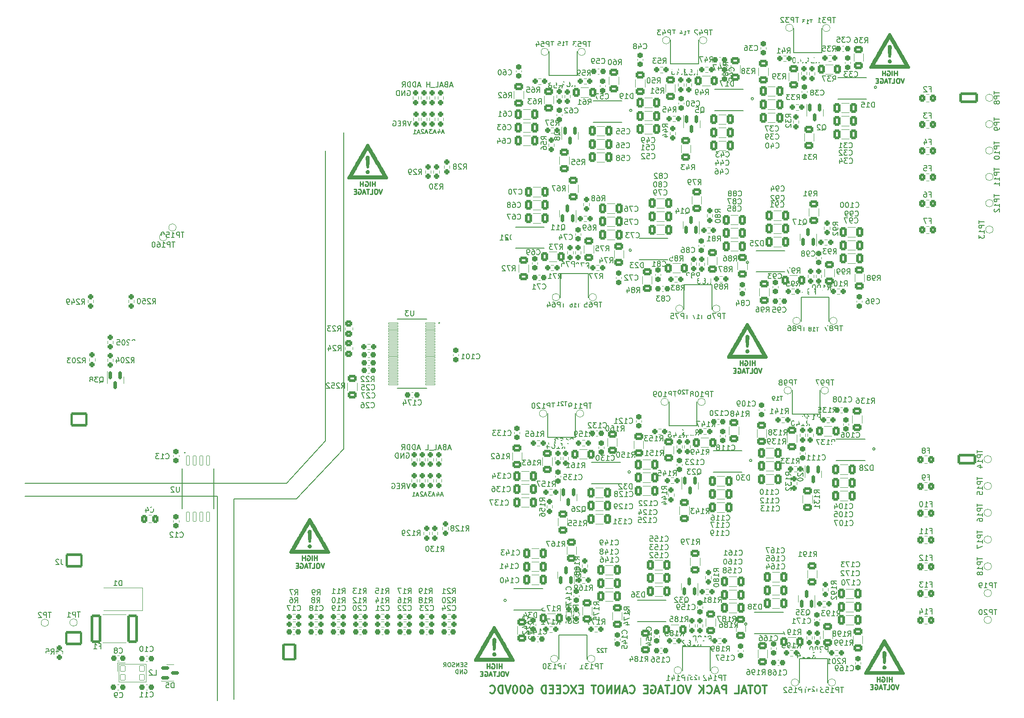
<source format=gbr>
%TF.GenerationSoftware,KiCad,Pcbnew,(6.0.1)*%
%TF.CreationDate,2022-05-07T21:19:08+10:00*%
%TF.ProjectId,211006_lmu_r0,32313130-3036-45f6-9c6d-755f72302e6b,rev?*%
%TF.SameCoordinates,Original*%
%TF.FileFunction,Legend,Bot*%
%TF.FilePolarity,Positive*%
%FSLAX46Y46*%
G04 Gerber Fmt 4.6, Leading zero omitted, Abs format (unit mm)*
G04 Created by KiCad (PCBNEW (6.0.1)) date 2022-05-07 21:19:08*
%MOMM*%
%LPD*%
G01*
G04 APERTURE LIST*
G04 Aperture macros list*
%AMRoundRect*
0 Rectangle with rounded corners*
0 $1 Rounding radius*
0 $2 $3 $4 $5 $6 $7 $8 $9 X,Y pos of 4 corners*
0 Add a 4 corners polygon primitive as box body*
4,1,4,$2,$3,$4,$5,$6,$7,$8,$9,$2,$3,0*
0 Add four circle primitives for the rounded corners*
1,1,$1+$1,$2,$3*
1,1,$1+$1,$4,$5*
1,1,$1+$1,$6,$7*
1,1,$1+$1,$8,$9*
0 Add four rect primitives between the rounded corners*
20,1,$1+$1,$2,$3,$4,$5,0*
20,1,$1+$1,$4,$5,$6,$7,0*
20,1,$1+$1,$6,$7,$8,$9,0*
20,1,$1+$1,$8,$9,$2,$3,0*%
%AMHorizOval*
0 Thick line with rounded ends*
0 $1 width*
0 $2 $3 position (X,Y) of the first rounded end (center of the circle)*
0 $4 $5 position (X,Y) of the second rounded end (center of the circle)*
0 Add line between two ends*
20,1,$1,$2,$3,$4,$5,0*
0 Add two circle primitives to create the rounded ends*
1,1,$1,$2,$3*
1,1,$1,$4,$5*%
%AMRotRect*
0 Rectangle, with rotation*
0 The origin of the aperture is its center*
0 $1 length*
0 $2 width*
0 $3 Rotation angle, in degrees counterclockwise*
0 Add horizontal line*
21,1,$1,$2,0,0,$3*%
G04 Aperture macros list end*
%ADD10C,0.150000*%
%ADD11C,0.225000*%
%ADD12C,0.300000*%
%ADD13C,0.200000*%
%ADD14C,0.127000*%
%ADD15C,0.120000*%
%ADD16C,0.010000*%
%ADD17RoundRect,0.025600X0.924400X0.134400X-0.924400X0.134400X-0.924400X-0.134400X0.924400X-0.134400X0*%
%ADD18RoundRect,0.250001X-1.399999X1.099999X-1.399999X-1.099999X1.399999X-1.099999X1.399999X1.099999X0*%
%ADD19O,3.300000X2.700000*%
%ADD20RoundRect,0.250000X-1.550000X0.750000X-1.550000X-0.750000X1.550000X-0.750000X1.550000X0.750000X0*%
%ADD21O,3.600000X2.000000*%
%ADD22C,3.200000*%
%ADD23R,1.700000X1.700000*%
%ADD24O,1.700000X1.700000*%
%ADD25R,1.400000X1.400000*%
%ADD26C,1.400000*%
%ADD27RoundRect,0.250001X-1.099999X-1.399999X1.099999X-1.399999X1.099999X1.399999X-1.099999X1.399999X0*%
%ADD28O,2.700000X3.300000*%
%ADD29RoundRect,0.249999X-1.550001X0.790001X-1.550001X-0.790001X1.550001X-0.790001X1.550001X0.790001X0*%
%ADD30O,3.600000X2.080000*%
%ADD31RotRect,1.700000X1.700000X315.000000*%
%ADD32HorizOval,1.700000X0.000000X0.000000X0.000000X0.000000X0*%
%ADD33R,1.500000X2.300000*%
%ADD34O,1.500000X2.300000*%
%ADD35RoundRect,0.237500X0.300000X0.237500X-0.300000X0.237500X-0.300000X-0.237500X0.300000X-0.237500X0*%
%ADD36RoundRect,0.250000X-0.625000X0.400000X-0.625000X-0.400000X0.625000X-0.400000X0.625000X0.400000X0*%
%ADD37RoundRect,0.237500X0.250000X0.237500X-0.250000X0.237500X-0.250000X-0.237500X0.250000X-0.237500X0*%
%ADD38RoundRect,0.237500X0.237500X-0.300000X0.237500X0.300000X-0.237500X0.300000X-0.237500X-0.300000X0*%
%ADD39RoundRect,0.237500X0.237500X-0.250000X0.237500X0.250000X-0.237500X0.250000X-0.237500X-0.250000X0*%
%ADD40RoundRect,0.250000X0.325000X0.450000X-0.325000X0.450000X-0.325000X-0.450000X0.325000X-0.450000X0*%
%ADD41C,1.000000*%
%ADD42R,4.860000X3.360000*%
%ADD43R,1.400000X1.390000*%
%ADD44RoundRect,0.250000X-0.412500X-0.650000X0.412500X-0.650000X0.412500X0.650000X-0.412500X0.650000X0*%
%ADD45RoundRect,0.237500X-0.300000X-0.237500X0.300000X-0.237500X0.300000X0.237500X-0.300000X0.237500X0*%
%ADD46RoundRect,0.250000X0.400000X0.625000X-0.400000X0.625000X-0.400000X-0.625000X0.400000X-0.625000X0*%
%ADD47RoundRect,0.250000X0.625000X-0.400000X0.625000X0.400000X-0.625000X0.400000X-0.625000X-0.400000X0*%
%ADD48RoundRect,0.250000X-0.400000X-0.625000X0.400000X-0.625000X0.400000X0.625000X-0.400000X0.625000X0*%
%ADD49RoundRect,0.150000X-0.150000X0.587500X-0.150000X-0.587500X0.150000X-0.587500X0.150000X0.587500X0*%
%ADD50RoundRect,0.250000X0.412500X0.650000X-0.412500X0.650000X-0.412500X-0.650000X0.412500X-0.650000X0*%
%ADD51RoundRect,0.237500X-0.237500X0.300000X-0.237500X-0.300000X0.237500X-0.300000X0.237500X0.300000X0*%
%ADD52RoundRect,0.237500X-0.250000X-0.237500X0.250000X-0.237500X0.250000X0.237500X-0.250000X0.237500X0*%
%ADD53RoundRect,0.042000X-0.258000X0.858000X-0.258000X-0.858000X0.258000X-0.858000X0.258000X0.858000X0*%
%ADD54RoundRect,0.237500X-0.237500X0.250000X-0.237500X-0.250000X0.237500X-0.250000X0.237500X0.250000X0*%
%ADD55RoundRect,0.150000X0.150000X-0.587500X0.150000X0.587500X-0.150000X0.587500X-0.150000X-0.587500X0*%
%ADD56RoundRect,0.250000X0.337500X0.475000X-0.337500X0.475000X-0.337500X-0.475000X0.337500X-0.475000X0*%
%ADD57RoundRect,0.250000X0.450000X-0.350000X0.450000X0.350000X-0.450000X0.350000X-0.450000X-0.350000X0*%
%ADD58RoundRect,0.050000X-0.450000X0.525000X-0.450000X-0.525000X0.450000X-0.525000X0.450000X0.525000X0*%
%ADD59R,3.500000X2.300000*%
%ADD60RoundRect,0.250001X-0.799999X-2.474999X0.799999X-2.474999X0.799999X2.474999X-0.799999X2.474999X0*%
%ADD61RoundRect,0.150000X-0.587500X-0.150000X0.587500X-0.150000X0.587500X0.150000X-0.587500X0.150000X0*%
G04 APERTURE END LIST*
D10*
X102602446Y-114833700D02*
X102602446Y-153583700D01*
X117602446Y-115333700D02*
X126602446Y-105833700D01*
X126602446Y-105833700D02*
X126602446Y-45833700D01*
X123102446Y-49333700D02*
X123102446Y-104333700D01*
X123102446Y-104333700D02*
X115726966Y-112333700D01*
X105802446Y-115333700D02*
X117602446Y-115333700D01*
X66102446Y-114833700D02*
X102602446Y-114833700D01*
X115726966Y-112333700D02*
X66102446Y-112333700D01*
X105802446Y-153333700D02*
X105802446Y-115333700D01*
D11*
X121545303Y-127016341D02*
X121545303Y-126116341D01*
X121545303Y-126544913D02*
X121031017Y-126544913D01*
X121031017Y-127016341D02*
X121031017Y-126116341D01*
X120602446Y-127016341D02*
X120602446Y-126116341D01*
X119702446Y-126159199D02*
X119788160Y-126116341D01*
X119916731Y-126116341D01*
X120045303Y-126159199D01*
X120131017Y-126244913D01*
X120173874Y-126330627D01*
X120216731Y-126502056D01*
X120216731Y-126630627D01*
X120173874Y-126802056D01*
X120131017Y-126887770D01*
X120045303Y-126973484D01*
X119916731Y-127016341D01*
X119831017Y-127016341D01*
X119702446Y-126973484D01*
X119659588Y-126930627D01*
X119659588Y-126630627D01*
X119831017Y-126630627D01*
X119273874Y-127016341D02*
X119273874Y-126116341D01*
X119273874Y-126544913D02*
X118759588Y-126544913D01*
X118759588Y-127016341D02*
X118759588Y-126116341D01*
X122873874Y-127565341D02*
X122573874Y-128465341D01*
X122273874Y-127565341D01*
X121802446Y-127565341D02*
X121631017Y-127565341D01*
X121545303Y-127608199D01*
X121459588Y-127693913D01*
X121416731Y-127865341D01*
X121416731Y-128165341D01*
X121459588Y-128336770D01*
X121545303Y-128422484D01*
X121631017Y-128465341D01*
X121802446Y-128465341D01*
X121888160Y-128422484D01*
X121973874Y-128336770D01*
X122016731Y-128165341D01*
X122016731Y-127865341D01*
X121973874Y-127693913D01*
X121888160Y-127608199D01*
X121802446Y-127565341D01*
X120602446Y-128465341D02*
X121031017Y-128465341D01*
X121031017Y-127565341D01*
X120431017Y-127565341D02*
X119916731Y-127565341D01*
X120173874Y-128465341D02*
X120173874Y-127565341D01*
X119659588Y-128208199D02*
X119231017Y-128208199D01*
X119745303Y-128465341D02*
X119445303Y-127565341D01*
X119145303Y-128465341D01*
X118373874Y-127608199D02*
X118459588Y-127565341D01*
X118588160Y-127565341D01*
X118716731Y-127608199D01*
X118802446Y-127693913D01*
X118845303Y-127779627D01*
X118888160Y-127951056D01*
X118888160Y-128079627D01*
X118845303Y-128251056D01*
X118802446Y-128336770D01*
X118716731Y-128422484D01*
X118588160Y-128465341D01*
X118502446Y-128465341D01*
X118373874Y-128422484D01*
X118331017Y-128379627D01*
X118331017Y-128079627D01*
X118502446Y-128079627D01*
X117945303Y-127993913D02*
X117645303Y-127993913D01*
X117516731Y-128465341D02*
X117945303Y-128465341D01*
X117945303Y-127565341D01*
X117516731Y-127565341D01*
X230545303Y-150016342D02*
X230545303Y-149116342D01*
X230545303Y-149544914D02*
X230031017Y-149544914D01*
X230031017Y-150016342D02*
X230031017Y-149116342D01*
X229602446Y-150016342D02*
X229602446Y-149116342D01*
X228702446Y-149159200D02*
X228788160Y-149116342D01*
X228916731Y-149116342D01*
X229045303Y-149159200D01*
X229131017Y-149244914D01*
X229173874Y-149330628D01*
X229216731Y-149502057D01*
X229216731Y-149630628D01*
X229173874Y-149802057D01*
X229131017Y-149887771D01*
X229045303Y-149973485D01*
X228916731Y-150016342D01*
X228831017Y-150016342D01*
X228702446Y-149973485D01*
X228659588Y-149930628D01*
X228659588Y-149630628D01*
X228831017Y-149630628D01*
X228273874Y-150016342D02*
X228273874Y-149116342D01*
X228273874Y-149544914D02*
X227759588Y-149544914D01*
X227759588Y-150016342D02*
X227759588Y-149116342D01*
X231873874Y-150565342D02*
X231573874Y-151465342D01*
X231273874Y-150565342D01*
X230802446Y-150565342D02*
X230631017Y-150565342D01*
X230545303Y-150608200D01*
X230459588Y-150693914D01*
X230416731Y-150865342D01*
X230416731Y-151165342D01*
X230459588Y-151336771D01*
X230545303Y-151422485D01*
X230631017Y-151465342D01*
X230802446Y-151465342D01*
X230888160Y-151422485D01*
X230973874Y-151336771D01*
X231016731Y-151165342D01*
X231016731Y-150865342D01*
X230973874Y-150693914D01*
X230888160Y-150608200D01*
X230802446Y-150565342D01*
X229602446Y-151465342D02*
X230031017Y-151465342D01*
X230031017Y-150565342D01*
X229431017Y-150565342D02*
X228916731Y-150565342D01*
X229173874Y-151465342D02*
X229173874Y-150565342D01*
X228659588Y-151208200D02*
X228231017Y-151208200D01*
X228745303Y-151465342D02*
X228445303Y-150565342D01*
X228145303Y-151465342D01*
X227373874Y-150608200D02*
X227459588Y-150565342D01*
X227588160Y-150565342D01*
X227716731Y-150608200D01*
X227802446Y-150693914D01*
X227845303Y-150779628D01*
X227888160Y-150951057D01*
X227888160Y-151079628D01*
X227845303Y-151251057D01*
X227802446Y-151336771D01*
X227716731Y-151422485D01*
X227588160Y-151465342D01*
X227502446Y-151465342D01*
X227373874Y-151422485D01*
X227331017Y-151379628D01*
X227331017Y-151079628D01*
X227502446Y-151079628D01*
X226945303Y-150993914D02*
X226645303Y-150993914D01*
X226516731Y-151465342D02*
X226945303Y-151465342D01*
X226945303Y-150565342D01*
X226516731Y-150565342D01*
D10*
X142473874Y-45767033D02*
X142092922Y-45767033D01*
X142550065Y-45995604D02*
X142283398Y-45195604D01*
X142016731Y-45995604D01*
X141788160Y-45271795D02*
X141750065Y-45233700D01*
X141673874Y-45195604D01*
X141483398Y-45195604D01*
X141407207Y-45233700D01*
X141369112Y-45271795D01*
X141331017Y-45347985D01*
X141331017Y-45424176D01*
X141369112Y-45538461D01*
X141826255Y-45995604D01*
X141331017Y-45995604D01*
X140973874Y-45817033D02*
X140592922Y-45817033D01*
X141050065Y-46045604D02*
X140783398Y-45245604D01*
X140516731Y-46045604D01*
X139831017Y-46045604D02*
X140288160Y-46045604D01*
X140059588Y-46045604D02*
X140059588Y-45245604D01*
X140135779Y-45359890D01*
X140211969Y-45436080D01*
X140288160Y-45474176D01*
D12*
X206873874Y-150712271D02*
X206016731Y-150712271D01*
X206445303Y-152212271D02*
X206445303Y-150712271D01*
X205231017Y-150712271D02*
X204945303Y-150712271D01*
X204802446Y-150783700D01*
X204659588Y-150926557D01*
X204588160Y-151212271D01*
X204588160Y-151712271D01*
X204659588Y-151997985D01*
X204802446Y-152140842D01*
X204945303Y-152212271D01*
X205231017Y-152212271D01*
X205373874Y-152140842D01*
X205516731Y-151997985D01*
X205588160Y-151712271D01*
X205588160Y-151212271D01*
X205516731Y-150926557D01*
X205373874Y-150783700D01*
X205231017Y-150712271D01*
X204159588Y-150712271D02*
X203302446Y-150712271D01*
X203731017Y-152212271D02*
X203731017Y-150712271D01*
X202873874Y-151783700D02*
X202159588Y-151783700D01*
X203016731Y-152212271D02*
X202516731Y-150712271D01*
X202016731Y-152212271D01*
X200802446Y-152212271D02*
X201516731Y-152212271D01*
X201516731Y-150712271D01*
X199159588Y-152212271D02*
X199159588Y-150712271D01*
X198588160Y-150712271D01*
X198445303Y-150783700D01*
X198373874Y-150855128D01*
X198302446Y-150997985D01*
X198302446Y-151212271D01*
X198373874Y-151355128D01*
X198445303Y-151426557D01*
X198588160Y-151497985D01*
X199159588Y-151497985D01*
X197731017Y-151783700D02*
X197016731Y-151783700D01*
X197873874Y-152212271D02*
X197373874Y-150712271D01*
X196873874Y-152212271D01*
X195516731Y-152069414D02*
X195588160Y-152140842D01*
X195802446Y-152212271D01*
X195945303Y-152212271D01*
X196159588Y-152140842D01*
X196302446Y-151997985D01*
X196373874Y-151855128D01*
X196445303Y-151569414D01*
X196445303Y-151355128D01*
X196373874Y-151069414D01*
X196302446Y-150926557D01*
X196159588Y-150783700D01*
X195945303Y-150712271D01*
X195802446Y-150712271D01*
X195588160Y-150783700D01*
X195516731Y-150855128D01*
X194873874Y-152212271D02*
X194873874Y-150712271D01*
X194016731Y-152212271D02*
X194659588Y-151355128D01*
X194016731Y-150712271D02*
X194873874Y-151569414D01*
X192445303Y-150712271D02*
X191945303Y-152212271D01*
X191445303Y-150712271D01*
X190659588Y-150712271D02*
X190373874Y-150712271D01*
X190231017Y-150783700D01*
X190088160Y-150926557D01*
X190016731Y-151212271D01*
X190016731Y-151712271D01*
X190088160Y-151997985D01*
X190231017Y-152140842D01*
X190373874Y-152212271D01*
X190659588Y-152212271D01*
X190802446Y-152140842D01*
X190945303Y-151997985D01*
X191016731Y-151712271D01*
X191016731Y-151212271D01*
X190945303Y-150926557D01*
X190802446Y-150783700D01*
X190659588Y-150712271D01*
X188659588Y-152212271D02*
X189373874Y-152212271D01*
X189373874Y-150712271D01*
X188373874Y-150712271D02*
X187516731Y-150712271D01*
X187945303Y-152212271D02*
X187945303Y-150712271D01*
X187088160Y-151783700D02*
X186373874Y-151783700D01*
X187231017Y-152212271D02*
X186731017Y-150712271D01*
X186231017Y-152212271D01*
X184945303Y-150783700D02*
X185088160Y-150712271D01*
X185302446Y-150712271D01*
X185516731Y-150783700D01*
X185659588Y-150926557D01*
X185731017Y-151069414D01*
X185802446Y-151355128D01*
X185802446Y-151569414D01*
X185731017Y-151855128D01*
X185659588Y-151997985D01*
X185516731Y-152140842D01*
X185302446Y-152212271D01*
X185159588Y-152212271D01*
X184945303Y-152140842D01*
X184873874Y-152069414D01*
X184873874Y-151569414D01*
X185159588Y-151569414D01*
X184231017Y-151426557D02*
X183731017Y-151426557D01*
X183516731Y-152212271D02*
X184231017Y-152212271D01*
X184231017Y-150712271D01*
X183516731Y-150712271D01*
X180873874Y-152069414D02*
X180945303Y-152140842D01*
X181159588Y-152212271D01*
X181302446Y-152212271D01*
X181516731Y-152140842D01*
X181659588Y-151997985D01*
X181731017Y-151855128D01*
X181802446Y-151569414D01*
X181802446Y-151355128D01*
X181731017Y-151069414D01*
X181659588Y-150926557D01*
X181516731Y-150783700D01*
X181302446Y-150712271D01*
X181159588Y-150712271D01*
X180945303Y-150783700D01*
X180873874Y-150855128D01*
X180302446Y-151783700D02*
X179588160Y-151783700D01*
X180445303Y-152212271D02*
X179945303Y-150712271D01*
X179445303Y-152212271D01*
X178945303Y-152212271D02*
X178945303Y-150712271D01*
X178088160Y-152212271D01*
X178088160Y-150712271D01*
X177373874Y-152212271D02*
X177373874Y-150712271D01*
X176516731Y-152212271D01*
X176516731Y-150712271D01*
X175516731Y-150712271D02*
X175231017Y-150712271D01*
X175088160Y-150783700D01*
X174945303Y-150926557D01*
X174873874Y-151212271D01*
X174873874Y-151712271D01*
X174945303Y-151997985D01*
X175088160Y-152140842D01*
X175231017Y-152212271D01*
X175516731Y-152212271D01*
X175659588Y-152140842D01*
X175802446Y-151997985D01*
X175873874Y-151712271D01*
X175873874Y-151212271D01*
X175802446Y-150926557D01*
X175659588Y-150783700D01*
X175516731Y-150712271D01*
X174445303Y-150712271D02*
X173588160Y-150712271D01*
X174016731Y-152212271D02*
X174016731Y-150712271D01*
X171945303Y-151426557D02*
X171445303Y-151426557D01*
X171231017Y-152212271D02*
X171945303Y-152212271D01*
X171945303Y-150712271D01*
X171231017Y-150712271D01*
X170731017Y-150712271D02*
X169731017Y-152212271D01*
X169731017Y-150712271D02*
X170731017Y-152212271D01*
X168302446Y-152069414D02*
X168373874Y-152140842D01*
X168588160Y-152212271D01*
X168731017Y-152212271D01*
X168945303Y-152140842D01*
X169088160Y-151997985D01*
X169159588Y-151855128D01*
X169231017Y-151569414D01*
X169231017Y-151355128D01*
X169159588Y-151069414D01*
X169088160Y-150926557D01*
X168945303Y-150783700D01*
X168731017Y-150712271D01*
X168588160Y-150712271D01*
X168373874Y-150783700D01*
X168302446Y-150855128D01*
X167659588Y-151426557D02*
X167159588Y-151426557D01*
X166945303Y-152212271D02*
X167659588Y-152212271D01*
X167659588Y-150712271D01*
X166945303Y-150712271D01*
X166302446Y-151426557D02*
X165802446Y-151426557D01*
X165588160Y-152212271D02*
X166302446Y-152212271D01*
X166302446Y-150712271D01*
X165588160Y-150712271D01*
X164945303Y-152212271D02*
X164945303Y-150712271D01*
X164588160Y-150712271D01*
X164373874Y-150783700D01*
X164231017Y-150926557D01*
X164159588Y-151069414D01*
X164088160Y-151355128D01*
X164088160Y-151569414D01*
X164159588Y-151855128D01*
X164231017Y-151997985D01*
X164373874Y-152140842D01*
X164588160Y-152212271D01*
X164945303Y-152212271D01*
X161659588Y-150712271D02*
X161945303Y-150712271D01*
X162088160Y-150783700D01*
X162159588Y-150855128D01*
X162302446Y-151069414D01*
X162373874Y-151355128D01*
X162373874Y-151926557D01*
X162302446Y-152069414D01*
X162231017Y-152140842D01*
X162088160Y-152212271D01*
X161802446Y-152212271D01*
X161659588Y-152140842D01*
X161588160Y-152069414D01*
X161516731Y-151926557D01*
X161516731Y-151569414D01*
X161588160Y-151426557D01*
X161659588Y-151355128D01*
X161802446Y-151283700D01*
X162088160Y-151283700D01*
X162231017Y-151355128D01*
X162302446Y-151426557D01*
X162373874Y-151569414D01*
X160588160Y-150712271D02*
X160445303Y-150712271D01*
X160302446Y-150783700D01*
X160231017Y-150855128D01*
X160159588Y-150997985D01*
X160088160Y-151283700D01*
X160088160Y-151640842D01*
X160159588Y-151926557D01*
X160231017Y-152069414D01*
X160302446Y-152140842D01*
X160445303Y-152212271D01*
X160588160Y-152212271D01*
X160731017Y-152140842D01*
X160802446Y-152069414D01*
X160873874Y-151926557D01*
X160945303Y-151640842D01*
X160945303Y-151283700D01*
X160873874Y-150997985D01*
X160802446Y-150855128D01*
X160731017Y-150783700D01*
X160588160Y-150712271D01*
X159159588Y-150712271D02*
X159016731Y-150712271D01*
X158873874Y-150783700D01*
X158802446Y-150855128D01*
X158731017Y-150997985D01*
X158659588Y-151283700D01*
X158659588Y-151640842D01*
X158731017Y-151926557D01*
X158802446Y-152069414D01*
X158873874Y-152140842D01*
X159016731Y-152212271D01*
X159159588Y-152212271D01*
X159302446Y-152140842D01*
X159373874Y-152069414D01*
X159445303Y-151926557D01*
X159516731Y-151640842D01*
X159516731Y-151283700D01*
X159445303Y-150997985D01*
X159373874Y-150855128D01*
X159302446Y-150783700D01*
X159159588Y-150712271D01*
X158231017Y-150712271D02*
X157731017Y-152212271D01*
X157231017Y-150712271D01*
X156731017Y-152212271D02*
X156731017Y-150712271D01*
X156373874Y-150712271D01*
X156159588Y-150783700D01*
X156016731Y-150926557D01*
X155945303Y-151069414D01*
X155873874Y-151355128D01*
X155873874Y-151569414D01*
X155945303Y-151855128D01*
X156016731Y-151997985D01*
X156159588Y-152140842D01*
X156373874Y-152212271D01*
X156731017Y-152212271D01*
X154373874Y-152069414D02*
X154445303Y-152140842D01*
X154659588Y-152212271D01*
X154802446Y-152212271D01*
X155016731Y-152140842D01*
X155159588Y-151997985D01*
X155231017Y-151855128D01*
X155302446Y-151569414D01*
X155302446Y-151355128D01*
X155231017Y-151069414D01*
X155159588Y-150926557D01*
X155016731Y-150783700D01*
X154802446Y-150712271D01*
X154659588Y-150712271D01*
X154445303Y-150783700D01*
X154373874Y-150855128D01*
D13*
X149970065Y-147163509D02*
X149855779Y-147201604D01*
X149665303Y-147201604D01*
X149589112Y-147163509D01*
X149551017Y-147125414D01*
X149512922Y-147049223D01*
X149512922Y-146973033D01*
X149551017Y-146896842D01*
X149589112Y-146858747D01*
X149665303Y-146820652D01*
X149817684Y-146782557D01*
X149893874Y-146744461D01*
X149931969Y-146706366D01*
X149970065Y-146630176D01*
X149970065Y-146553985D01*
X149931969Y-146477795D01*
X149893874Y-146439700D01*
X149817684Y-146401604D01*
X149627207Y-146401604D01*
X149512922Y-146439700D01*
X149170065Y-146782557D02*
X148903398Y-146782557D01*
X148789112Y-147201604D02*
X149170065Y-147201604D01*
X149170065Y-146401604D01*
X148789112Y-146401604D01*
X148446255Y-147201604D02*
X148446255Y-146401604D01*
X147989112Y-147201604D01*
X147989112Y-146401604D01*
X147646255Y-147163509D02*
X147531969Y-147201604D01*
X147341493Y-147201604D01*
X147265303Y-147163509D01*
X147227207Y-147125414D01*
X147189112Y-147049223D01*
X147189112Y-146973033D01*
X147227207Y-146896842D01*
X147265303Y-146858747D01*
X147341493Y-146820652D01*
X147493874Y-146782557D01*
X147570065Y-146744461D01*
X147608160Y-146706366D01*
X147646255Y-146630176D01*
X147646255Y-146553985D01*
X147608160Y-146477795D01*
X147570065Y-146439700D01*
X147493874Y-146401604D01*
X147303398Y-146401604D01*
X147189112Y-146439700D01*
X146693874Y-146401604D02*
X146541493Y-146401604D01*
X146465303Y-146439700D01*
X146389112Y-146515890D01*
X146351017Y-146668271D01*
X146351017Y-146934938D01*
X146389112Y-147087319D01*
X146465303Y-147163509D01*
X146541493Y-147201604D01*
X146693874Y-147201604D01*
X146770065Y-147163509D01*
X146846255Y-147087319D01*
X146884350Y-146934938D01*
X146884350Y-146668271D01*
X146846255Y-146515890D01*
X146770065Y-146439700D01*
X146693874Y-146401604D01*
X145551017Y-147201604D02*
X145817684Y-146820652D01*
X146008160Y-147201604D02*
X146008160Y-146401604D01*
X145703398Y-146401604D01*
X145627207Y-146439700D01*
X145589112Y-146477795D01*
X145551017Y-146553985D01*
X145551017Y-146668271D01*
X145589112Y-146744461D01*
X145627207Y-146782557D01*
X145703398Y-146820652D01*
X146008160Y-146820652D01*
X149512922Y-147727700D02*
X149589112Y-147689604D01*
X149703398Y-147689604D01*
X149817684Y-147727700D01*
X149893874Y-147803890D01*
X149931969Y-147880080D01*
X149970065Y-148032461D01*
X149970065Y-148146747D01*
X149931969Y-148299128D01*
X149893874Y-148375319D01*
X149817684Y-148451509D01*
X149703398Y-148489604D01*
X149627207Y-148489604D01*
X149512922Y-148451509D01*
X149474826Y-148413414D01*
X149474826Y-148146747D01*
X149627207Y-148146747D01*
X149131969Y-148489604D02*
X149131969Y-147689604D01*
X148674826Y-148489604D01*
X148674826Y-147689604D01*
X148293874Y-148489604D02*
X148293874Y-147689604D01*
X148103398Y-147689604D01*
X147989112Y-147727700D01*
X147912922Y-147803890D01*
X147874826Y-147880080D01*
X147836731Y-148032461D01*
X147836731Y-148146747D01*
X147874826Y-148299128D01*
X147912922Y-148375319D01*
X147989112Y-148451509D01*
X148103398Y-148489604D01*
X148293874Y-148489604D01*
D10*
X144023874Y-45767033D02*
X143642922Y-45767033D01*
X144100065Y-45995604D02*
X143833398Y-45195604D01*
X143566731Y-45995604D01*
X143376255Y-45195604D02*
X142881017Y-45195604D01*
X143147684Y-45500366D01*
X143033398Y-45500366D01*
X142957207Y-45538461D01*
X142919112Y-45576557D01*
X142881017Y-45652747D01*
X142881017Y-45843223D01*
X142919112Y-45919414D01*
X142957207Y-45957509D01*
X143033398Y-45995604D01*
X143261969Y-45995604D01*
X143338160Y-45957509D01*
X143376255Y-45919414D01*
X146919112Y-105700366D02*
X146442922Y-105700366D01*
X147014350Y-105986080D02*
X146681017Y-104986080D01*
X146347684Y-105986080D01*
X145681017Y-105462271D02*
X145538160Y-105509890D01*
X145490541Y-105557509D01*
X145442922Y-105652747D01*
X145442922Y-105795604D01*
X145490541Y-105890842D01*
X145538160Y-105938461D01*
X145633398Y-105986080D01*
X146014350Y-105986080D01*
X146014350Y-104986080D01*
X145681017Y-104986080D01*
X145585779Y-105033700D01*
X145538160Y-105081319D01*
X145490541Y-105176557D01*
X145490541Y-105271795D01*
X145538160Y-105367033D01*
X145585779Y-105414652D01*
X145681017Y-105462271D01*
X146014350Y-105462271D01*
X145061969Y-105700366D02*
X144585779Y-105700366D01*
X145157207Y-105986080D02*
X144823874Y-104986080D01*
X144490541Y-105986080D01*
X143681017Y-105986080D02*
X144157207Y-105986080D01*
X144157207Y-104986080D01*
X143585779Y-106081319D02*
X142823874Y-106081319D01*
X142109588Y-105986080D02*
X142585779Y-105986080D01*
X142585779Y-104986080D01*
X141061969Y-105700366D02*
X140585779Y-105700366D01*
X141157207Y-105986080D02*
X140823874Y-104986080D01*
X140490541Y-105986080D01*
X140157207Y-105986080D02*
X140157207Y-104986080D01*
X139919112Y-104986080D01*
X139776255Y-105033700D01*
X139681017Y-105128938D01*
X139633398Y-105224176D01*
X139585779Y-105414652D01*
X139585779Y-105557509D01*
X139633398Y-105747985D01*
X139681017Y-105843223D01*
X139776255Y-105938461D01*
X139919112Y-105986080D01*
X140157207Y-105986080D01*
X139157207Y-105986080D02*
X139157207Y-104986080D01*
X138919112Y-104986080D01*
X138776255Y-105033700D01*
X138681017Y-105128938D01*
X138633398Y-105224176D01*
X138585779Y-105414652D01*
X138585779Y-105557509D01*
X138633398Y-105747985D01*
X138681017Y-105843223D01*
X138776255Y-105938461D01*
X138919112Y-105986080D01*
X139157207Y-105986080D01*
X137585779Y-105986080D02*
X137919112Y-105509890D01*
X138157207Y-105986080D02*
X138157207Y-104986080D01*
X137776255Y-104986080D01*
X137681017Y-105033700D01*
X137633398Y-105081319D01*
X137585779Y-105176557D01*
X137585779Y-105319414D01*
X137633398Y-105414652D01*
X137681017Y-105462271D01*
X137776255Y-105509890D01*
X138157207Y-105509890D01*
X142273874Y-114567033D02*
X141892922Y-114567033D01*
X142350065Y-114795604D02*
X142083398Y-113995604D01*
X141816731Y-114795604D01*
X141588160Y-114071795D02*
X141550065Y-114033700D01*
X141473874Y-113995604D01*
X141283398Y-113995604D01*
X141207207Y-114033700D01*
X141169112Y-114071795D01*
X141131017Y-114147985D01*
X141131017Y-114224176D01*
X141169112Y-114338461D01*
X141626255Y-114795604D01*
X141131017Y-114795604D01*
X145573874Y-45767033D02*
X145192922Y-45767033D01*
X145650065Y-45995604D02*
X145383398Y-45195604D01*
X145116731Y-45995604D01*
X144507207Y-45462271D02*
X144507207Y-45995604D01*
X144697684Y-45157509D02*
X144888160Y-45728938D01*
X144392922Y-45728938D01*
X145373874Y-114567033D02*
X144992922Y-114567033D01*
X145450065Y-114795604D02*
X145183398Y-113995604D01*
X144916731Y-114795604D01*
X144307207Y-114262271D02*
X144307207Y-114795604D01*
X144497684Y-113957509D02*
X144688160Y-114528938D01*
X144192922Y-114528938D01*
X138464350Y-106633700D02*
X138559588Y-106586080D01*
X138702446Y-106586080D01*
X138845303Y-106633700D01*
X138940541Y-106728938D01*
X138988160Y-106824176D01*
X139035779Y-107014652D01*
X139035779Y-107157509D01*
X138988160Y-107347985D01*
X138940541Y-107443223D01*
X138845303Y-107538461D01*
X138702446Y-107586080D01*
X138607207Y-107586080D01*
X138464350Y-107538461D01*
X138416731Y-107490842D01*
X138416731Y-107157509D01*
X138607207Y-107157509D01*
X137988160Y-107586080D02*
X137988160Y-106586080D01*
X137416731Y-107586080D01*
X137416731Y-106586080D01*
X136940541Y-107586080D02*
X136940541Y-106586080D01*
X136702446Y-106586080D01*
X136559588Y-106633700D01*
X136464350Y-106728938D01*
X136416731Y-106824176D01*
X136369112Y-107014652D01*
X136369112Y-107157509D01*
X136416731Y-107347985D01*
X136464350Y-107443223D01*
X136559588Y-107538461D01*
X136702446Y-107586080D01*
X136940541Y-107586080D01*
X143823874Y-114567033D02*
X143442922Y-114567033D01*
X143900065Y-114795604D02*
X143633398Y-113995604D01*
X143366731Y-114795604D01*
X143176255Y-113995604D02*
X142681017Y-113995604D01*
X142947684Y-114300366D01*
X142833398Y-114300366D01*
X142757207Y-114338461D01*
X142719112Y-114376557D01*
X142681017Y-114452747D01*
X142681017Y-114643223D01*
X142719112Y-114719414D01*
X142757207Y-114757509D01*
X142833398Y-114795604D01*
X143061969Y-114795604D01*
X143138160Y-114757509D01*
X143176255Y-114719414D01*
X139188160Y-112386080D02*
X138854826Y-113386080D01*
X138521493Y-112386080D01*
X137616731Y-113386080D02*
X137950065Y-112909890D01*
X138188160Y-113386080D02*
X138188160Y-112386080D01*
X137807207Y-112386080D01*
X137711969Y-112433700D01*
X137664350Y-112481319D01*
X137616731Y-112576557D01*
X137616731Y-112719414D01*
X137664350Y-112814652D01*
X137711969Y-112862271D01*
X137807207Y-112909890D01*
X138188160Y-112909890D01*
X137188160Y-112862271D02*
X136854826Y-112862271D01*
X136711969Y-113386080D02*
X137188160Y-113386080D01*
X137188160Y-112386080D01*
X136711969Y-112386080D01*
X135759588Y-112433700D02*
X135854826Y-112386080D01*
X135997684Y-112386080D01*
X136140541Y-112433700D01*
X136235779Y-112528938D01*
X136283398Y-112624176D01*
X136331017Y-112814652D01*
X136331017Y-112957509D01*
X136283398Y-113147985D01*
X136235779Y-113243223D01*
X136140541Y-113338461D01*
X135997684Y-113386080D01*
X135902446Y-113386080D01*
X135759588Y-113338461D01*
X135711969Y-113290842D01*
X135711969Y-112957509D01*
X135902446Y-112957509D01*
D11*
X204545303Y-90016342D02*
X204545303Y-89116342D01*
X204545303Y-89544914D02*
X204031017Y-89544914D01*
X204031017Y-90016342D02*
X204031017Y-89116342D01*
X203602446Y-90016342D02*
X203602446Y-89116342D01*
X202702446Y-89159200D02*
X202788160Y-89116342D01*
X202916731Y-89116342D01*
X203045303Y-89159200D01*
X203131017Y-89244914D01*
X203173874Y-89330628D01*
X203216731Y-89502057D01*
X203216731Y-89630628D01*
X203173874Y-89802057D01*
X203131017Y-89887771D01*
X203045303Y-89973485D01*
X202916731Y-90016342D01*
X202831017Y-90016342D01*
X202702446Y-89973485D01*
X202659588Y-89930628D01*
X202659588Y-89630628D01*
X202831017Y-89630628D01*
X202273874Y-90016342D02*
X202273874Y-89116342D01*
X202273874Y-89544914D02*
X201759588Y-89544914D01*
X201759588Y-90016342D02*
X201759588Y-89116342D01*
X205873874Y-90565342D02*
X205573874Y-91465342D01*
X205273874Y-90565342D01*
X204802446Y-90565342D02*
X204631017Y-90565342D01*
X204545303Y-90608200D01*
X204459588Y-90693914D01*
X204416731Y-90865342D01*
X204416731Y-91165342D01*
X204459588Y-91336771D01*
X204545303Y-91422485D01*
X204631017Y-91465342D01*
X204802446Y-91465342D01*
X204888160Y-91422485D01*
X204973874Y-91336771D01*
X205016731Y-91165342D01*
X205016731Y-90865342D01*
X204973874Y-90693914D01*
X204888160Y-90608200D01*
X204802446Y-90565342D01*
X203602446Y-91465342D02*
X204031017Y-91465342D01*
X204031017Y-90565342D01*
X203431017Y-90565342D02*
X202916731Y-90565342D01*
X203173874Y-91465342D02*
X203173874Y-90565342D01*
X202659588Y-91208200D02*
X202231017Y-91208200D01*
X202745303Y-91465342D02*
X202445303Y-90565342D01*
X202145303Y-91465342D01*
X201373874Y-90608200D02*
X201459588Y-90565342D01*
X201588160Y-90565342D01*
X201716731Y-90608200D01*
X201802446Y-90693914D01*
X201845303Y-90779628D01*
X201888160Y-90951057D01*
X201888160Y-91079628D01*
X201845303Y-91251057D01*
X201802446Y-91336771D01*
X201716731Y-91422485D01*
X201588160Y-91465342D01*
X201502446Y-91465342D01*
X201373874Y-91422485D01*
X201331017Y-91379628D01*
X201331017Y-91079628D01*
X201502446Y-91079628D01*
X200945303Y-90993914D02*
X200645303Y-90993914D01*
X200516731Y-91465342D02*
X200945303Y-91465342D01*
X200945303Y-90565342D01*
X200516731Y-90565342D01*
X132545303Y-56016342D02*
X132545303Y-55116342D01*
X132545303Y-55544914D02*
X132031017Y-55544914D01*
X132031017Y-56016342D02*
X132031017Y-55116342D01*
X131602446Y-56016342D02*
X131602446Y-55116342D01*
X130702446Y-55159200D02*
X130788160Y-55116342D01*
X130916731Y-55116342D01*
X131045303Y-55159200D01*
X131131017Y-55244914D01*
X131173874Y-55330628D01*
X131216731Y-55502057D01*
X131216731Y-55630628D01*
X131173874Y-55802057D01*
X131131017Y-55887771D01*
X131045303Y-55973485D01*
X130916731Y-56016342D01*
X130831017Y-56016342D01*
X130702446Y-55973485D01*
X130659588Y-55930628D01*
X130659588Y-55630628D01*
X130831017Y-55630628D01*
X130273874Y-56016342D02*
X130273874Y-55116342D01*
X130273874Y-55544914D02*
X129759588Y-55544914D01*
X129759588Y-56016342D02*
X129759588Y-55116342D01*
X133873874Y-56565342D02*
X133573874Y-57465342D01*
X133273874Y-56565342D01*
X132802446Y-56565342D02*
X132631017Y-56565342D01*
X132545303Y-56608200D01*
X132459588Y-56693914D01*
X132416731Y-56865342D01*
X132416731Y-57165342D01*
X132459588Y-57336771D01*
X132545303Y-57422485D01*
X132631017Y-57465342D01*
X132802446Y-57465342D01*
X132888160Y-57422485D01*
X132973874Y-57336771D01*
X133016731Y-57165342D01*
X133016731Y-56865342D01*
X132973874Y-56693914D01*
X132888160Y-56608200D01*
X132802446Y-56565342D01*
X131602446Y-57465342D02*
X132031017Y-57465342D01*
X132031017Y-56565342D01*
X131431017Y-56565342D02*
X130916731Y-56565342D01*
X131173874Y-57465342D02*
X131173874Y-56565342D01*
X130659588Y-57208200D02*
X130231017Y-57208200D01*
X130745303Y-57465342D02*
X130445303Y-56565342D01*
X130145303Y-57465342D01*
X129373874Y-56608200D02*
X129459588Y-56565342D01*
X129588160Y-56565342D01*
X129716731Y-56608200D01*
X129802446Y-56693914D01*
X129845303Y-56779628D01*
X129888160Y-56951057D01*
X129888160Y-57079628D01*
X129845303Y-57251057D01*
X129802446Y-57336771D01*
X129716731Y-57422485D01*
X129588160Y-57465342D01*
X129502446Y-57465342D01*
X129373874Y-57422485D01*
X129331017Y-57379628D01*
X129331017Y-57079628D01*
X129502446Y-57079628D01*
X128945303Y-56993914D02*
X128645303Y-56993914D01*
X128516731Y-57465342D02*
X128945303Y-57465342D01*
X128945303Y-56565342D01*
X128516731Y-56565342D01*
X156545303Y-147516342D02*
X156545303Y-146616342D01*
X156545303Y-147044914D02*
X156031017Y-147044914D01*
X156031017Y-147516342D02*
X156031017Y-146616342D01*
X155602446Y-147516342D02*
X155602446Y-146616342D01*
X154702446Y-146659200D02*
X154788160Y-146616342D01*
X154916731Y-146616342D01*
X155045303Y-146659200D01*
X155131017Y-146744914D01*
X155173874Y-146830628D01*
X155216731Y-147002057D01*
X155216731Y-147130628D01*
X155173874Y-147302057D01*
X155131017Y-147387771D01*
X155045303Y-147473485D01*
X154916731Y-147516342D01*
X154831017Y-147516342D01*
X154702446Y-147473485D01*
X154659588Y-147430628D01*
X154659588Y-147130628D01*
X154831017Y-147130628D01*
X154273874Y-147516342D02*
X154273874Y-146616342D01*
X154273874Y-147044914D02*
X153759588Y-147044914D01*
X153759588Y-147516342D02*
X153759588Y-146616342D01*
X157873874Y-148065342D02*
X157573874Y-148965342D01*
X157273874Y-148065342D01*
X156802446Y-148065342D02*
X156631017Y-148065342D01*
X156545303Y-148108200D01*
X156459588Y-148193914D01*
X156416731Y-148365342D01*
X156416731Y-148665342D01*
X156459588Y-148836771D01*
X156545303Y-148922485D01*
X156631017Y-148965342D01*
X156802446Y-148965342D01*
X156888160Y-148922485D01*
X156973874Y-148836771D01*
X157016731Y-148665342D01*
X157016731Y-148365342D01*
X156973874Y-148193914D01*
X156888160Y-148108200D01*
X156802446Y-148065342D01*
X155602446Y-148965342D02*
X156031017Y-148965342D01*
X156031017Y-148065342D01*
X155431017Y-148065342D02*
X154916731Y-148065342D01*
X155173874Y-148965342D02*
X155173874Y-148065342D01*
X154659588Y-148708200D02*
X154231017Y-148708200D01*
X154745303Y-148965342D02*
X154445303Y-148065342D01*
X154145303Y-148965342D01*
X153373874Y-148108200D02*
X153459588Y-148065342D01*
X153588160Y-148065342D01*
X153716731Y-148108200D01*
X153802446Y-148193914D01*
X153845303Y-148279628D01*
X153888160Y-148451057D01*
X153888160Y-148579628D01*
X153845303Y-148751057D01*
X153802446Y-148836771D01*
X153716731Y-148922485D01*
X153588160Y-148965342D01*
X153502446Y-148965342D01*
X153373874Y-148922485D01*
X153331017Y-148879628D01*
X153331017Y-148579628D01*
X153502446Y-148579628D01*
X152945303Y-148493914D02*
X152645303Y-148493914D01*
X152516731Y-148965342D02*
X152945303Y-148965342D01*
X152945303Y-148065342D01*
X152516731Y-148065342D01*
X231545303Y-35016342D02*
X231545303Y-34116342D01*
X231545303Y-34544914D02*
X231031017Y-34544914D01*
X231031017Y-35016342D02*
X231031017Y-34116342D01*
X230602446Y-35016342D02*
X230602446Y-34116342D01*
X229702446Y-34159200D02*
X229788160Y-34116342D01*
X229916731Y-34116342D01*
X230045303Y-34159200D01*
X230131017Y-34244914D01*
X230173874Y-34330628D01*
X230216731Y-34502057D01*
X230216731Y-34630628D01*
X230173874Y-34802057D01*
X230131017Y-34887771D01*
X230045303Y-34973485D01*
X229916731Y-35016342D01*
X229831017Y-35016342D01*
X229702446Y-34973485D01*
X229659588Y-34930628D01*
X229659588Y-34630628D01*
X229831017Y-34630628D01*
X229273874Y-35016342D02*
X229273874Y-34116342D01*
X229273874Y-34544914D02*
X228759588Y-34544914D01*
X228759588Y-35016342D02*
X228759588Y-34116342D01*
X232873874Y-35565342D02*
X232573874Y-36465342D01*
X232273874Y-35565342D01*
X231802446Y-35565342D02*
X231631017Y-35565342D01*
X231545303Y-35608200D01*
X231459588Y-35693914D01*
X231416731Y-35865342D01*
X231416731Y-36165342D01*
X231459588Y-36336771D01*
X231545303Y-36422485D01*
X231631017Y-36465342D01*
X231802446Y-36465342D01*
X231888160Y-36422485D01*
X231973874Y-36336771D01*
X232016731Y-36165342D01*
X232016731Y-35865342D01*
X231973874Y-35693914D01*
X231888160Y-35608200D01*
X231802446Y-35565342D01*
X230602446Y-36465342D02*
X231031017Y-36465342D01*
X231031017Y-35565342D01*
X230431017Y-35565342D02*
X229916731Y-35565342D01*
X230173874Y-36465342D02*
X230173874Y-35565342D01*
X229659588Y-36208200D02*
X229231017Y-36208200D01*
X229745303Y-36465342D02*
X229445303Y-35565342D01*
X229145303Y-36465342D01*
X228373874Y-35608200D02*
X228459588Y-35565342D01*
X228588160Y-35565342D01*
X228716731Y-35608200D01*
X228802446Y-35693914D01*
X228845303Y-35779628D01*
X228888160Y-35951057D01*
X228888160Y-36079628D01*
X228845303Y-36251057D01*
X228802446Y-36336771D01*
X228716731Y-36422485D01*
X228588160Y-36465342D01*
X228502446Y-36465342D01*
X228373874Y-36422485D01*
X228331017Y-36379628D01*
X228331017Y-36079628D01*
X228502446Y-36079628D01*
X227945303Y-35993914D02*
X227645303Y-35993914D01*
X227516731Y-36465342D02*
X227945303Y-36465342D01*
X227945303Y-35565342D01*
X227516731Y-35565342D01*
D10*
X140773874Y-114617033D02*
X140392922Y-114617033D01*
X140850065Y-114845604D02*
X140583398Y-114045604D01*
X140316731Y-114845604D01*
X139631017Y-114845604D02*
X140088160Y-114845604D01*
X139859588Y-114845604D02*
X139859588Y-114045604D01*
X139935779Y-114159890D01*
X140011969Y-114236080D01*
X140088160Y-114274176D01*
X139388160Y-43586080D02*
X139054826Y-44586080D01*
X138721493Y-43586080D01*
X137816731Y-44586080D02*
X138150065Y-44109890D01*
X138388160Y-44586080D02*
X138388160Y-43586080D01*
X138007207Y-43586080D01*
X137911969Y-43633700D01*
X137864350Y-43681319D01*
X137816731Y-43776557D01*
X137816731Y-43919414D01*
X137864350Y-44014652D01*
X137911969Y-44062271D01*
X138007207Y-44109890D01*
X138388160Y-44109890D01*
X137388160Y-44062271D02*
X137054826Y-44062271D01*
X136911969Y-44586080D02*
X137388160Y-44586080D01*
X137388160Y-43586080D01*
X136911969Y-43586080D01*
X135959588Y-43633700D02*
X136054826Y-43586080D01*
X136197684Y-43586080D01*
X136340541Y-43633700D01*
X136435779Y-43728938D01*
X136483398Y-43824176D01*
X136531017Y-44014652D01*
X136531017Y-44157509D01*
X136483398Y-44347985D01*
X136435779Y-44443223D01*
X136340541Y-44538461D01*
X136197684Y-44586080D01*
X136102446Y-44586080D01*
X135959588Y-44538461D01*
X135911969Y-44490842D01*
X135911969Y-44157509D01*
X136102446Y-44157509D01*
X138664350Y-37883700D02*
X138759588Y-37836080D01*
X138902446Y-37836080D01*
X139045303Y-37883700D01*
X139140541Y-37978938D01*
X139188160Y-38074176D01*
X139235779Y-38264652D01*
X139235779Y-38407509D01*
X139188160Y-38597985D01*
X139140541Y-38693223D01*
X139045303Y-38788461D01*
X138902446Y-38836080D01*
X138807207Y-38836080D01*
X138664350Y-38788461D01*
X138616731Y-38740842D01*
X138616731Y-38407509D01*
X138807207Y-38407509D01*
X138188160Y-38836080D02*
X138188160Y-37836080D01*
X137616731Y-38836080D01*
X137616731Y-37836080D01*
X137140541Y-38836080D02*
X137140541Y-37836080D01*
X136902446Y-37836080D01*
X136759588Y-37883700D01*
X136664350Y-37978938D01*
X136616731Y-38074176D01*
X136569112Y-38264652D01*
X136569112Y-38407509D01*
X136616731Y-38597985D01*
X136664350Y-38693223D01*
X136759588Y-38788461D01*
X136902446Y-38836080D01*
X137140541Y-38836080D01*
X147238160Y-36900366D02*
X146761969Y-36900366D01*
X147333398Y-37186080D02*
X147000065Y-36186080D01*
X146666731Y-37186080D01*
X146000065Y-36662271D02*
X145857207Y-36709890D01*
X145809588Y-36757509D01*
X145761969Y-36852747D01*
X145761969Y-36995604D01*
X145809588Y-37090842D01*
X145857207Y-37138461D01*
X145952446Y-37186080D01*
X146333398Y-37186080D01*
X146333398Y-36186080D01*
X146000065Y-36186080D01*
X145904826Y-36233700D01*
X145857207Y-36281319D01*
X145809588Y-36376557D01*
X145809588Y-36471795D01*
X145857207Y-36567033D01*
X145904826Y-36614652D01*
X146000065Y-36662271D01*
X146333398Y-36662271D01*
X145381017Y-36900366D02*
X144904826Y-36900366D01*
X145476255Y-37186080D02*
X145142922Y-36186080D01*
X144809588Y-37186080D01*
X144000065Y-37186080D02*
X144476255Y-37186080D01*
X144476255Y-36186080D01*
X143904826Y-37281319D02*
X143142922Y-37281319D01*
X142904826Y-37186080D02*
X142904826Y-36186080D01*
X142904826Y-36662271D02*
X142333398Y-36662271D01*
X142333398Y-37186080D02*
X142333398Y-36186080D01*
X141142922Y-36900366D02*
X140666731Y-36900366D01*
X141238160Y-37186080D02*
X140904826Y-36186080D01*
X140571493Y-37186080D01*
X140238160Y-37186080D02*
X140238160Y-36186080D01*
X140000065Y-36186080D01*
X139857207Y-36233700D01*
X139761969Y-36328938D01*
X139714350Y-36424176D01*
X139666731Y-36614652D01*
X139666731Y-36757509D01*
X139714350Y-36947985D01*
X139761969Y-37043223D01*
X139857207Y-37138461D01*
X140000065Y-37186080D01*
X140238160Y-37186080D01*
X139238160Y-37186080D02*
X139238160Y-36186080D01*
X139000065Y-36186080D01*
X138857207Y-36233700D01*
X138761969Y-36328938D01*
X138714350Y-36424176D01*
X138666731Y-36614652D01*
X138666731Y-36757509D01*
X138714350Y-36947985D01*
X138761969Y-37043223D01*
X138857207Y-37138461D01*
X139000065Y-37186080D01*
X139238160Y-37186080D01*
X137666731Y-37186080D02*
X138000065Y-36709890D01*
X138238160Y-37186080D02*
X138238160Y-36186080D01*
X137857207Y-36186080D01*
X137761969Y-36233700D01*
X137714350Y-36281319D01*
X137666731Y-36376557D01*
X137666731Y-36519414D01*
X137714350Y-36614652D01*
X137761969Y-36662271D01*
X137857207Y-36709890D01*
X138238160Y-36709890D01*
%TO.C,U3*%
X139860166Y-79581361D02*
X139860166Y-80392835D01*
X139812432Y-80488303D01*
X139764698Y-80536036D01*
X139669231Y-80583770D01*
X139478296Y-80583770D01*
X139382828Y-80536036D01*
X139335094Y-80488303D01*
X139287361Y-80392835D01*
X139287361Y-79581361D01*
X138905490Y-79581361D02*
X138284952Y-79581361D01*
X138619088Y-79963231D01*
X138475887Y-79963231D01*
X138380419Y-80010965D01*
X138332685Y-80058699D01*
X138284952Y-80154166D01*
X138284952Y-80392835D01*
X138332685Y-80488303D01*
X138380419Y-80536036D01*
X138475887Y-80583770D01*
X138762289Y-80583770D01*
X138857757Y-80536036D01*
X138905490Y-80488303D01*
%TO.C,J1*%
X72985779Y-143286080D02*
X72985779Y-144000366D01*
X73033398Y-144143223D01*
X73128636Y-144238461D01*
X73271493Y-144286080D01*
X73366731Y-144286080D01*
X71985779Y-144286080D02*
X72557207Y-144286080D01*
X72271493Y-144286080D02*
X72271493Y-143286080D01*
X72366731Y-143428938D01*
X72461969Y-143524176D01*
X72557207Y-143571795D01*
%TO.C,J2*%
X72985779Y-126786080D02*
X72985779Y-127500366D01*
X73033398Y-127643223D01*
X73128636Y-127738461D01*
X73271493Y-127786080D01*
X73366731Y-127786080D01*
X72557207Y-126881319D02*
X72509588Y-126833700D01*
X72414350Y-126786080D01*
X72176255Y-126786080D01*
X72081017Y-126833700D01*
X72033398Y-126881319D01*
X71985779Y-126976557D01*
X71985779Y-127071795D01*
X72033398Y-127214652D01*
X72604826Y-127786080D01*
X71985779Y-127786080D01*
%TO.C,C156*%
X187821493Y-146190842D02*
X187869112Y-146238461D01*
X188011969Y-146286080D01*
X188107207Y-146286080D01*
X188250065Y-146238461D01*
X188345303Y-146143223D01*
X188392922Y-146047985D01*
X188440541Y-145857509D01*
X188440541Y-145714652D01*
X188392922Y-145524176D01*
X188345303Y-145428938D01*
X188250065Y-145333700D01*
X188107207Y-145286080D01*
X188011969Y-145286080D01*
X187869112Y-145333700D01*
X187821493Y-145381319D01*
X186869112Y-146286080D02*
X187440541Y-146286080D01*
X187154826Y-146286080D02*
X187154826Y-145286080D01*
X187250065Y-145428938D01*
X187345303Y-145524176D01*
X187440541Y-145571795D01*
X185964350Y-145286080D02*
X186440541Y-145286080D01*
X186488160Y-145762271D01*
X186440541Y-145714652D01*
X186345303Y-145667033D01*
X186107207Y-145667033D01*
X186011969Y-145714652D01*
X185964350Y-145762271D01*
X185916731Y-145857509D01*
X185916731Y-146095604D01*
X185964350Y-146190842D01*
X186011969Y-146238461D01*
X186107207Y-146286080D01*
X186345303Y-146286080D01*
X186440541Y-146238461D01*
X186488160Y-146190842D01*
X185059588Y-145286080D02*
X185250065Y-145286080D01*
X185345303Y-145333700D01*
X185392922Y-145381319D01*
X185488160Y-145524176D01*
X185535779Y-145714652D01*
X185535779Y-146095604D01*
X185488160Y-146190842D01*
X185440541Y-146238461D01*
X185345303Y-146286080D01*
X185154826Y-146286080D01*
X185059588Y-146238461D01*
X185011969Y-146190842D01*
X184964350Y-146095604D01*
X184964350Y-145857509D01*
X185011969Y-145762271D01*
X185059588Y-145714652D01*
X185154826Y-145667033D01*
X185345303Y-145667033D01*
X185440541Y-145714652D01*
X185488160Y-145762271D01*
X185535779Y-145857509D01*
%TO.C,R36*%
X225395303Y-28786080D02*
X225728636Y-28309890D01*
X225966731Y-28786080D02*
X225966731Y-27786080D01*
X225585779Y-27786080D01*
X225490541Y-27833700D01*
X225442922Y-27881319D01*
X225395303Y-27976557D01*
X225395303Y-28119414D01*
X225442922Y-28214652D01*
X225490541Y-28262271D01*
X225585779Y-28309890D01*
X225966731Y-28309890D01*
X225061969Y-27786080D02*
X224442922Y-27786080D01*
X224776255Y-28167033D01*
X224633398Y-28167033D01*
X224538160Y-28214652D01*
X224490541Y-28262271D01*
X224442922Y-28357509D01*
X224442922Y-28595604D01*
X224490541Y-28690842D01*
X224538160Y-28738461D01*
X224633398Y-28786080D01*
X224919112Y-28786080D01*
X225014350Y-28738461D01*
X225061969Y-28690842D01*
X223585779Y-27786080D02*
X223776255Y-27786080D01*
X223871493Y-27833700D01*
X223919112Y-27881319D01*
X224014350Y-28024176D01*
X224061969Y-28214652D01*
X224061969Y-28595604D01*
X224014350Y-28690842D01*
X223966731Y-28738461D01*
X223871493Y-28786080D01*
X223681017Y-28786080D01*
X223585779Y-28738461D01*
X223538160Y-28690842D01*
X223490541Y-28595604D01*
X223490541Y-28357509D01*
X223538160Y-28262271D01*
X223585779Y-28214652D01*
X223681017Y-28167033D01*
X223871493Y-28167033D01*
X223966731Y-28214652D01*
X224014350Y-28262271D01*
X224061969Y-28357509D01*
%TO.C,R7*%
X117319112Y-133536080D02*
X117652446Y-133059890D01*
X117890541Y-133536080D02*
X117890541Y-132536080D01*
X117509588Y-132536080D01*
X117414350Y-132583700D01*
X117366731Y-132631319D01*
X117319112Y-132726557D01*
X117319112Y-132869414D01*
X117366731Y-132964652D01*
X117414350Y-133012271D01*
X117509588Y-133059890D01*
X117890541Y-133059890D01*
X116985779Y-132536080D02*
X116319112Y-132536080D01*
X116747684Y-133536080D01*
%TO.C,C72*%
X181795303Y-73732142D02*
X181842922Y-73779761D01*
X181985779Y-73827380D01*
X182081017Y-73827380D01*
X182223874Y-73779761D01*
X182319112Y-73684523D01*
X182366731Y-73589285D01*
X182414350Y-73398809D01*
X182414350Y-73255952D01*
X182366731Y-73065476D01*
X182319112Y-72970238D01*
X182223874Y-72875000D01*
X182081017Y-72827380D01*
X181985779Y-72827380D01*
X181842922Y-72875000D01*
X181795303Y-72922619D01*
X181461969Y-72827380D02*
X180795303Y-72827380D01*
X181223874Y-73827380D01*
X180461969Y-72922619D02*
X180414350Y-72875000D01*
X180319112Y-72827380D01*
X180081017Y-72827380D01*
X179985779Y-72875000D01*
X179938160Y-72922619D01*
X179890541Y-73017857D01*
X179890541Y-73113095D01*
X179938160Y-73255952D01*
X180509588Y-73827380D01*
X179890541Y-73827380D01*
%TO.C,F10*%
X237836915Y-116297271D02*
X238170249Y-116297271D01*
X238170249Y-116821080D02*
X238170249Y-115821080D01*
X237694058Y-115821080D01*
X236789296Y-116821080D02*
X237360725Y-116821080D01*
X237075011Y-116821080D02*
X237075011Y-115821080D01*
X237170249Y-115963938D01*
X237265487Y-116059176D01*
X237360725Y-116106795D01*
X236170249Y-115821080D02*
X236075011Y-115821080D01*
X235979772Y-115868700D01*
X235932153Y-115916319D01*
X235884534Y-116011557D01*
X235836915Y-116202033D01*
X235836915Y-116440128D01*
X235884534Y-116630604D01*
X235932153Y-116725842D01*
X235979772Y-116773461D01*
X236075011Y-116821080D01*
X236170249Y-116821080D01*
X236265487Y-116773461D01*
X236313106Y-116725842D01*
X236360725Y-116630604D01*
X236408344Y-116440128D01*
X236408344Y-116202033D01*
X236360725Y-116011557D01*
X236313106Y-115916319D01*
X236265487Y-115868700D01*
X236170249Y-115821080D01*
%TO.C,C27*%
X131895303Y-96090842D02*
X131942922Y-96138461D01*
X132085779Y-96186080D01*
X132181017Y-96186080D01*
X132323874Y-96138461D01*
X132419112Y-96043223D01*
X132466731Y-95947985D01*
X132514350Y-95757509D01*
X132514350Y-95614652D01*
X132466731Y-95424176D01*
X132419112Y-95328938D01*
X132323874Y-95233700D01*
X132181017Y-95186080D01*
X132085779Y-95186080D01*
X131942922Y-95233700D01*
X131895303Y-95281319D01*
X131514350Y-95281319D02*
X131466731Y-95233700D01*
X131371493Y-95186080D01*
X131133398Y-95186080D01*
X131038160Y-95233700D01*
X130990541Y-95281319D01*
X130942922Y-95376557D01*
X130942922Y-95471795D01*
X130990541Y-95614652D01*
X131561969Y-96186080D01*
X130942922Y-96186080D01*
X130609588Y-95186080D02*
X129942922Y-95186080D01*
X130371493Y-96186080D01*
%TO.C,TP141*%
X192171731Y-148754080D02*
X191600303Y-148754080D01*
X191886017Y-149754080D02*
X191886017Y-148754080D01*
X191266969Y-149754080D02*
X191266969Y-148754080D01*
X190886017Y-148754080D01*
X190790779Y-148801700D01*
X190743160Y-148849319D01*
X190695541Y-148944557D01*
X190695541Y-149087414D01*
X190743160Y-149182652D01*
X190790779Y-149230271D01*
X190886017Y-149277890D01*
X191266969Y-149277890D01*
X189743160Y-149754080D02*
X190314588Y-149754080D01*
X190028874Y-149754080D02*
X190028874Y-148754080D01*
X190124112Y-148896938D01*
X190219350Y-148992176D01*
X190314588Y-149039795D01*
X188886017Y-149087414D02*
X188886017Y-149754080D01*
X189124112Y-148706461D02*
X189362207Y-149420747D01*
X188743160Y-149420747D01*
X187838398Y-149754080D02*
X188409826Y-149754080D01*
X188124112Y-149754080D02*
X188124112Y-148754080D01*
X188219350Y-148896938D01*
X188314588Y-148992176D01*
X188409826Y-149039795D01*
%TO.C,D19*%
X181468204Y-39386629D02*
X181468204Y-38385416D01*
X181229820Y-38385416D01*
X181086790Y-38433093D01*
X180991436Y-38528447D01*
X180943759Y-38623800D01*
X180896082Y-38814507D01*
X180896082Y-38957538D01*
X180943759Y-39148245D01*
X180991436Y-39243599D01*
X181086790Y-39338952D01*
X181229820Y-39386629D01*
X181468204Y-39386629D01*
X179942546Y-39386629D02*
X180514668Y-39386629D01*
X180228607Y-39386629D02*
X180228607Y-38385416D01*
X180323961Y-38528447D01*
X180419314Y-38623800D01*
X180514668Y-38671477D01*
X179465778Y-39386629D02*
X179275071Y-39386629D01*
X179179717Y-39338952D01*
X179132040Y-39291276D01*
X179036687Y-39148245D01*
X178989010Y-38957538D01*
X178989010Y-38576123D01*
X179036687Y-38480770D01*
X179084364Y-38433093D01*
X179179717Y-38385416D01*
X179370425Y-38385416D01*
X179465778Y-38433093D01*
X179513455Y-38480770D01*
X179561132Y-38576123D01*
X179561132Y-38814507D01*
X179513455Y-38909861D01*
X179465778Y-38957538D01*
X179370425Y-39005215D01*
X179179717Y-39005215D01*
X179084364Y-38957538D01*
X179036687Y-38909861D01*
X178989010Y-38814507D01*
%TO.C,R19*%
X142795303Y-133286080D02*
X143128636Y-132809890D01*
X143366731Y-133286080D02*
X143366731Y-132286080D01*
X142985779Y-132286080D01*
X142890541Y-132333700D01*
X142842922Y-132381319D01*
X142795303Y-132476557D01*
X142795303Y-132619414D01*
X142842922Y-132714652D01*
X142890541Y-132762271D01*
X142985779Y-132809890D01*
X143366731Y-132809890D01*
X141842922Y-133286080D02*
X142414350Y-133286080D01*
X142128636Y-133286080D02*
X142128636Y-132286080D01*
X142223874Y-132428938D01*
X142319112Y-132524176D01*
X142414350Y-132571795D01*
X141366731Y-133286080D02*
X141176255Y-133286080D01*
X141081017Y-133238461D01*
X141033398Y-133190842D01*
X140938160Y-133047985D01*
X140890541Y-132857509D01*
X140890541Y-132476557D01*
X140938160Y-132381319D01*
X140985779Y-132333700D01*
X141081017Y-132286080D01*
X141271493Y-132286080D01*
X141366731Y-132333700D01*
X141414350Y-132381319D01*
X141461969Y-132476557D01*
X141461969Y-132714652D01*
X141414350Y-132809890D01*
X141366731Y-132857509D01*
X141271493Y-132905128D01*
X141081017Y-132905128D01*
X140985779Y-132857509D01*
X140938160Y-132809890D01*
X140890541Y-132714652D01*
%TO.C,C130*%
X177321493Y-107940842D02*
X177369112Y-107988461D01*
X177511969Y-108036080D01*
X177607207Y-108036080D01*
X177750065Y-107988461D01*
X177845303Y-107893223D01*
X177892922Y-107797985D01*
X177940541Y-107607509D01*
X177940541Y-107464652D01*
X177892922Y-107274176D01*
X177845303Y-107178938D01*
X177750065Y-107083700D01*
X177607207Y-107036080D01*
X177511969Y-107036080D01*
X177369112Y-107083700D01*
X177321493Y-107131319D01*
X176369112Y-108036080D02*
X176940541Y-108036080D01*
X176654826Y-108036080D02*
X176654826Y-107036080D01*
X176750065Y-107178938D01*
X176845303Y-107274176D01*
X176940541Y-107321795D01*
X176035779Y-107036080D02*
X175416731Y-107036080D01*
X175750065Y-107417033D01*
X175607207Y-107417033D01*
X175511969Y-107464652D01*
X175464350Y-107512271D01*
X175416731Y-107607509D01*
X175416731Y-107845604D01*
X175464350Y-107940842D01*
X175511969Y-107988461D01*
X175607207Y-108036080D01*
X175892922Y-108036080D01*
X175988160Y-107988461D01*
X176035779Y-107940842D01*
X174797684Y-107036080D02*
X174702446Y-107036080D01*
X174607207Y-107083700D01*
X174559588Y-107131319D01*
X174511969Y-107226557D01*
X174464350Y-107417033D01*
X174464350Y-107655128D01*
X174511969Y-107845604D01*
X174559588Y-107940842D01*
X174607207Y-107988461D01*
X174702446Y-108036080D01*
X174797684Y-108036080D01*
X174892922Y-107988461D01*
X174940541Y-107940842D01*
X174988160Y-107845604D01*
X175035779Y-107655128D01*
X175035779Y-107417033D01*
X174988160Y-107226557D01*
X174940541Y-107131319D01*
X174892922Y-107083700D01*
X174797684Y-107036080D01*
%TO.C,R94*%
X215495303Y-76486080D02*
X215828636Y-76009890D01*
X216066731Y-76486080D02*
X216066731Y-75486080D01*
X215685779Y-75486080D01*
X215590541Y-75533700D01*
X215542922Y-75581319D01*
X215495303Y-75676557D01*
X215495303Y-75819414D01*
X215542922Y-75914652D01*
X215590541Y-75962271D01*
X215685779Y-76009890D01*
X216066731Y-76009890D01*
X215019112Y-76486080D02*
X214828636Y-76486080D01*
X214733398Y-76438461D01*
X214685779Y-76390842D01*
X214590541Y-76247985D01*
X214542922Y-76057509D01*
X214542922Y-75676557D01*
X214590541Y-75581319D01*
X214638160Y-75533700D01*
X214733398Y-75486080D01*
X214923874Y-75486080D01*
X215019112Y-75533700D01*
X215066731Y-75581319D01*
X215114350Y-75676557D01*
X215114350Y-75914652D01*
X215066731Y-76009890D01*
X215019112Y-76057509D01*
X214923874Y-76105128D01*
X214733398Y-76105128D01*
X214638160Y-76057509D01*
X214590541Y-76009890D01*
X214542922Y-75914652D01*
X213685779Y-75819414D02*
X213685779Y-76486080D01*
X213923874Y-75438461D02*
X214161969Y-76152747D01*
X213542922Y-76152747D01*
%TO.C,C97*%
X223495303Y-62890842D02*
X223542922Y-62938461D01*
X223685779Y-62986080D01*
X223781017Y-62986080D01*
X223923874Y-62938461D01*
X224019112Y-62843223D01*
X224066731Y-62747985D01*
X224114350Y-62557509D01*
X224114350Y-62414652D01*
X224066731Y-62224176D01*
X224019112Y-62128938D01*
X223923874Y-62033700D01*
X223781017Y-61986080D01*
X223685779Y-61986080D01*
X223542922Y-62033700D01*
X223495303Y-62081319D01*
X223019112Y-62986080D02*
X222828636Y-62986080D01*
X222733398Y-62938461D01*
X222685779Y-62890842D01*
X222590541Y-62747985D01*
X222542922Y-62557509D01*
X222542922Y-62176557D01*
X222590541Y-62081319D01*
X222638160Y-62033700D01*
X222733398Y-61986080D01*
X222923874Y-61986080D01*
X223019112Y-62033700D01*
X223066731Y-62081319D01*
X223114350Y-62176557D01*
X223114350Y-62414652D01*
X223066731Y-62509890D01*
X223019112Y-62557509D01*
X222923874Y-62605128D01*
X222733398Y-62605128D01*
X222638160Y-62557509D01*
X222590541Y-62509890D01*
X222542922Y-62414652D01*
X222209588Y-61986080D02*
X221542922Y-61986080D01*
X221971493Y-62986080D01*
%TO.C,C47*%
X198580357Y-33849642D02*
X198627976Y-33897261D01*
X198770833Y-33944880D01*
X198866071Y-33944880D01*
X199008928Y-33897261D01*
X199104166Y-33802023D01*
X199151785Y-33706785D01*
X199199404Y-33516309D01*
X199199404Y-33373452D01*
X199151785Y-33182976D01*
X199104166Y-33087738D01*
X199008928Y-32992500D01*
X198866071Y-32944880D01*
X198770833Y-32944880D01*
X198627976Y-32992500D01*
X198580357Y-33040119D01*
X197723214Y-33278214D02*
X197723214Y-33944880D01*
X197961309Y-32897261D02*
X198199404Y-33611547D01*
X197580357Y-33611547D01*
X197294642Y-32944880D02*
X196627976Y-32944880D01*
X197056547Y-33944880D01*
%TO.C,R173*%
X167078993Y-136609830D02*
X167412326Y-136133640D01*
X167650422Y-136609830D02*
X167650422Y-135609830D01*
X167269469Y-135609830D01*
X167174231Y-135657450D01*
X167126612Y-135705069D01*
X167078993Y-135800307D01*
X167078993Y-135943164D01*
X167126612Y-136038402D01*
X167174231Y-136086021D01*
X167269469Y-136133640D01*
X167650422Y-136133640D01*
X166126612Y-136609830D02*
X166698041Y-136609830D01*
X166412326Y-136609830D02*
X166412326Y-135609830D01*
X166507565Y-135752688D01*
X166602803Y-135847926D01*
X166698041Y-135895545D01*
X165793279Y-135609830D02*
X165126612Y-135609830D01*
X165555184Y-136609830D01*
X164840898Y-135609830D02*
X164221850Y-135609830D01*
X164555184Y-135990783D01*
X164412326Y-135990783D01*
X164317088Y-136038402D01*
X164269469Y-136086021D01*
X164221850Y-136181259D01*
X164221850Y-136419354D01*
X164269469Y-136514592D01*
X164317088Y-136562211D01*
X164412326Y-136609830D01*
X164698041Y-136609830D01*
X164793279Y-136562211D01*
X164840898Y-136514592D01*
%TO.C,C23*%
X143007803Y-136440842D02*
X143055422Y-136488461D01*
X143198279Y-136536080D01*
X143293517Y-136536080D01*
X143436374Y-136488461D01*
X143531612Y-136393223D01*
X143579231Y-136297985D01*
X143626850Y-136107509D01*
X143626850Y-135964652D01*
X143579231Y-135774176D01*
X143531612Y-135678938D01*
X143436374Y-135583700D01*
X143293517Y-135536080D01*
X143198279Y-135536080D01*
X143055422Y-135583700D01*
X143007803Y-135631319D01*
X142626850Y-135631319D02*
X142579231Y-135583700D01*
X142483993Y-135536080D01*
X142245898Y-135536080D01*
X142150660Y-135583700D01*
X142103041Y-135631319D01*
X142055422Y-135726557D01*
X142055422Y-135821795D01*
X142103041Y-135964652D01*
X142674469Y-136536080D01*
X142055422Y-136536080D01*
X141722088Y-135536080D02*
X141103041Y-135536080D01*
X141436374Y-135917033D01*
X141293517Y-135917033D01*
X141198279Y-135964652D01*
X141150660Y-136012271D01*
X141103041Y-136107509D01*
X141103041Y-136345604D01*
X141150660Y-136440842D01*
X141198279Y-136488461D01*
X141293517Y-136536080D01*
X141579231Y-136536080D01*
X141674469Y-136488461D01*
X141722088Y-136440842D01*
%TO.C,R75*%
X176295303Y-68286080D02*
X176628636Y-67809890D01*
X176866731Y-68286080D02*
X176866731Y-67286080D01*
X176485779Y-67286080D01*
X176390541Y-67333700D01*
X176342922Y-67381319D01*
X176295303Y-67476557D01*
X176295303Y-67619414D01*
X176342922Y-67714652D01*
X176390541Y-67762271D01*
X176485779Y-67809890D01*
X176866731Y-67809890D01*
X175961969Y-67286080D02*
X175295303Y-67286080D01*
X175723874Y-68286080D01*
X174438160Y-67286080D02*
X174914350Y-67286080D01*
X174961969Y-67762271D01*
X174914350Y-67714652D01*
X174819112Y-67667033D01*
X174581017Y-67667033D01*
X174485779Y-67714652D01*
X174438160Y-67762271D01*
X174390541Y-67857509D01*
X174390541Y-68095604D01*
X174438160Y-68190842D01*
X174485779Y-68238461D01*
X174581017Y-68286080D01*
X174819112Y-68286080D01*
X174914350Y-68238461D01*
X174961969Y-68190842D01*
%TO.C,R137*%
X219121493Y-105036080D02*
X219454826Y-104559890D01*
X219692922Y-105036080D02*
X219692922Y-104036080D01*
X219311969Y-104036080D01*
X219216731Y-104083700D01*
X219169112Y-104131319D01*
X219121493Y-104226557D01*
X219121493Y-104369414D01*
X219169112Y-104464652D01*
X219216731Y-104512271D01*
X219311969Y-104559890D01*
X219692922Y-104559890D01*
X218169112Y-105036080D02*
X218740541Y-105036080D01*
X218454826Y-105036080D02*
X218454826Y-104036080D01*
X218550065Y-104178938D01*
X218645303Y-104274176D01*
X218740541Y-104321795D01*
X217835779Y-104036080D02*
X217216731Y-104036080D01*
X217550065Y-104417033D01*
X217407207Y-104417033D01*
X217311969Y-104464652D01*
X217264350Y-104512271D01*
X217216731Y-104607509D01*
X217216731Y-104845604D01*
X217264350Y-104940842D01*
X217311969Y-104988461D01*
X217407207Y-105036080D01*
X217692922Y-105036080D01*
X217788160Y-104988461D01*
X217835779Y-104940842D01*
X216883398Y-104036080D02*
X216216731Y-104036080D01*
X216645303Y-105036080D01*
%TO.C,C129*%
X180771493Y-117140842D02*
X180819112Y-117188461D01*
X180961969Y-117236080D01*
X181057207Y-117236080D01*
X181200065Y-117188461D01*
X181295303Y-117093223D01*
X181342922Y-116997985D01*
X181390541Y-116807509D01*
X181390541Y-116664652D01*
X181342922Y-116474176D01*
X181295303Y-116378938D01*
X181200065Y-116283700D01*
X181057207Y-116236080D01*
X180961969Y-116236080D01*
X180819112Y-116283700D01*
X180771493Y-116331319D01*
X179819112Y-117236080D02*
X180390541Y-117236080D01*
X180104826Y-117236080D02*
X180104826Y-116236080D01*
X180200065Y-116378938D01*
X180295303Y-116474176D01*
X180390541Y-116521795D01*
X179438160Y-116331319D02*
X179390541Y-116283700D01*
X179295303Y-116236080D01*
X179057207Y-116236080D01*
X178961969Y-116283700D01*
X178914350Y-116331319D01*
X178866731Y-116426557D01*
X178866731Y-116521795D01*
X178914350Y-116664652D01*
X179485779Y-117236080D01*
X178866731Y-117236080D01*
X178390541Y-117236080D02*
X178200065Y-117236080D01*
X178104826Y-117188461D01*
X178057207Y-117140842D01*
X177961969Y-116997985D01*
X177914350Y-116807509D01*
X177914350Y-116426557D01*
X177961969Y-116331319D01*
X178009588Y-116283700D01*
X178104826Y-116236080D01*
X178295303Y-116236080D01*
X178390541Y-116283700D01*
X178438160Y-116331319D01*
X178485779Y-116426557D01*
X178485779Y-116664652D01*
X178438160Y-116759890D01*
X178390541Y-116807509D01*
X178295303Y-116855128D01*
X178104826Y-116855128D01*
X178009588Y-116807509D01*
X177961969Y-116759890D01*
X177914350Y-116664652D01*
%TO.C,TP87*%
X221210595Y-82451630D02*
X220639166Y-82451630D01*
X220924880Y-83451630D02*
X220924880Y-82451630D01*
X220305833Y-83451630D02*
X220305833Y-82451630D01*
X219924880Y-82451630D01*
X219829642Y-82499250D01*
X219782023Y-82546869D01*
X219734404Y-82642107D01*
X219734404Y-82784964D01*
X219782023Y-82880202D01*
X219829642Y-82927821D01*
X219924880Y-82975440D01*
X220305833Y-82975440D01*
X219162976Y-82880202D02*
X219258214Y-82832583D01*
X219305833Y-82784964D01*
X219353452Y-82689726D01*
X219353452Y-82642107D01*
X219305833Y-82546869D01*
X219258214Y-82499250D01*
X219162976Y-82451630D01*
X218972500Y-82451630D01*
X218877261Y-82499250D01*
X218829642Y-82546869D01*
X218782023Y-82642107D01*
X218782023Y-82689726D01*
X218829642Y-82784964D01*
X218877261Y-82832583D01*
X218972500Y-82880202D01*
X219162976Y-82880202D01*
X219258214Y-82927821D01*
X219305833Y-82975440D01*
X219353452Y-83070678D01*
X219353452Y-83261154D01*
X219305833Y-83356392D01*
X219258214Y-83404011D01*
X219162976Y-83451630D01*
X218972500Y-83451630D01*
X218877261Y-83404011D01*
X218829642Y-83356392D01*
X218782023Y-83261154D01*
X218782023Y-83070678D01*
X218829642Y-82975440D01*
X218877261Y-82927821D01*
X218972500Y-82880202D01*
X218448690Y-82451630D02*
X217782023Y-82451630D01*
X218210595Y-83451630D01*
%TO.C,T17*%
X194727324Y-80302503D02*
X194277380Y-80302503D01*
X194502352Y-81089905D02*
X194502352Y-80302503D01*
X193602464Y-81089905D02*
X194052408Y-81089905D01*
X193827436Y-81089905D02*
X193827436Y-80302503D01*
X193902427Y-80414989D01*
X193977418Y-80489980D01*
X194052408Y-80527475D01*
X193339997Y-80302503D02*
X192815062Y-80302503D01*
X193152520Y-81089905D01*
%TO.C,TP131*%
X175746731Y-146579080D02*
X175175303Y-146579080D01*
X175461017Y-147579080D02*
X175461017Y-146579080D01*
X174841969Y-147579080D02*
X174841969Y-146579080D01*
X174461017Y-146579080D01*
X174365779Y-146626700D01*
X174318160Y-146674319D01*
X174270541Y-146769557D01*
X174270541Y-146912414D01*
X174318160Y-147007652D01*
X174365779Y-147055271D01*
X174461017Y-147102890D01*
X174841969Y-147102890D01*
X173318160Y-147579080D02*
X173889588Y-147579080D01*
X173603874Y-147579080D02*
X173603874Y-146579080D01*
X173699112Y-146721938D01*
X173794350Y-146817176D01*
X173889588Y-146864795D01*
X172984826Y-146579080D02*
X172365779Y-146579080D01*
X172699112Y-146960033D01*
X172556255Y-146960033D01*
X172461017Y-147007652D01*
X172413398Y-147055271D01*
X172365779Y-147150509D01*
X172365779Y-147388604D01*
X172413398Y-147483842D01*
X172461017Y-147531461D01*
X172556255Y-147579080D01*
X172841969Y-147579080D01*
X172937207Y-147531461D01*
X172984826Y-147483842D01*
X171413398Y-147579080D02*
X171984826Y-147579080D01*
X171699112Y-147579080D02*
X171699112Y-146579080D01*
X171794350Y-146721938D01*
X171889588Y-146817176D01*
X171984826Y-146864795D01*
%TO.C,C104*%
X222521493Y-117090842D02*
X222569112Y-117138461D01*
X222711969Y-117186080D01*
X222807207Y-117186080D01*
X222950065Y-117138461D01*
X223045303Y-117043223D01*
X223092922Y-116947985D01*
X223140541Y-116757509D01*
X223140541Y-116614652D01*
X223092922Y-116424176D01*
X223045303Y-116328938D01*
X222950065Y-116233700D01*
X222807207Y-116186080D01*
X222711969Y-116186080D01*
X222569112Y-116233700D01*
X222521493Y-116281319D01*
X221569112Y-117186080D02*
X222140541Y-117186080D01*
X221854826Y-117186080D02*
X221854826Y-116186080D01*
X221950065Y-116328938D01*
X222045303Y-116424176D01*
X222140541Y-116471795D01*
X220950065Y-116186080D02*
X220854826Y-116186080D01*
X220759588Y-116233700D01*
X220711969Y-116281319D01*
X220664350Y-116376557D01*
X220616731Y-116567033D01*
X220616731Y-116805128D01*
X220664350Y-116995604D01*
X220711969Y-117090842D01*
X220759588Y-117138461D01*
X220854826Y-117186080D01*
X220950065Y-117186080D01*
X221045303Y-117138461D01*
X221092922Y-117090842D01*
X221140541Y-116995604D01*
X221188160Y-116805128D01*
X221188160Y-116567033D01*
X221140541Y-116376557D01*
X221092922Y-116281319D01*
X221045303Y-116233700D01*
X220950065Y-116186080D01*
X219759588Y-116519414D02*
X219759588Y-117186080D01*
X219997684Y-116138461D02*
X220235779Y-116852747D01*
X219616731Y-116852747D01*
%TO.C,C71*%
X164295303Y-75440842D02*
X164342922Y-75488461D01*
X164485779Y-75536080D01*
X164581017Y-75536080D01*
X164723874Y-75488461D01*
X164819112Y-75393223D01*
X164866731Y-75297985D01*
X164914350Y-75107509D01*
X164914350Y-74964652D01*
X164866731Y-74774176D01*
X164819112Y-74678938D01*
X164723874Y-74583700D01*
X164581017Y-74536080D01*
X164485779Y-74536080D01*
X164342922Y-74583700D01*
X164295303Y-74631319D01*
X163961969Y-74536080D02*
X163295303Y-74536080D01*
X163723874Y-75536080D01*
X162390541Y-75536080D02*
X162961969Y-75536080D01*
X162676255Y-75536080D02*
X162676255Y-74536080D01*
X162771493Y-74678938D01*
X162866731Y-74774176D01*
X162961969Y-74821795D01*
%TO.C,Q5*%
X194247684Y-42131319D02*
X194342922Y-42083700D01*
X194438160Y-41988461D01*
X194581017Y-41845604D01*
X194676255Y-41797985D01*
X194771493Y-41797985D01*
X194723874Y-42036080D02*
X194819112Y-41988461D01*
X194914350Y-41893223D01*
X194961969Y-41702747D01*
X194961969Y-41369414D01*
X194914350Y-41178938D01*
X194819112Y-41083700D01*
X194723874Y-41036080D01*
X194533398Y-41036080D01*
X194438160Y-41083700D01*
X194342922Y-41178938D01*
X194295303Y-41369414D01*
X194295303Y-41702747D01*
X194342922Y-41893223D01*
X194438160Y-41988461D01*
X194533398Y-42036080D01*
X194723874Y-42036080D01*
X193390541Y-41036080D02*
X193866731Y-41036080D01*
X193914350Y-41512271D01*
X193866731Y-41464652D01*
X193771493Y-41417033D01*
X193533398Y-41417033D01*
X193438160Y-41464652D01*
X193390541Y-41512271D01*
X193342922Y-41607509D01*
X193342922Y-41845604D01*
X193390541Y-41940842D01*
X193438160Y-41988461D01*
X193533398Y-42036080D01*
X193771493Y-42036080D01*
X193866731Y-41988461D01*
X193914350Y-41940842D01*
%TO.C,C70*%
X159795303Y-57440842D02*
X159842922Y-57488461D01*
X159985779Y-57536080D01*
X160081017Y-57536080D01*
X160223874Y-57488461D01*
X160319112Y-57393223D01*
X160366731Y-57297985D01*
X160414350Y-57107509D01*
X160414350Y-56964652D01*
X160366731Y-56774176D01*
X160319112Y-56678938D01*
X160223874Y-56583700D01*
X160081017Y-56536080D01*
X159985779Y-56536080D01*
X159842922Y-56583700D01*
X159795303Y-56631319D01*
X159461969Y-56536080D02*
X158795303Y-56536080D01*
X159223874Y-57536080D01*
X158223874Y-56536080D02*
X158128636Y-56536080D01*
X158033398Y-56583700D01*
X157985779Y-56631319D01*
X157938160Y-56726557D01*
X157890541Y-56917033D01*
X157890541Y-57155128D01*
X157938160Y-57345604D01*
X157985779Y-57440842D01*
X158033398Y-57488461D01*
X158128636Y-57536080D01*
X158223874Y-57536080D01*
X158319112Y-57488461D01*
X158366731Y-57440842D01*
X158414350Y-57345604D01*
X158461969Y-57155128D01*
X158461969Y-56917033D01*
X158414350Y-56726557D01*
X158366731Y-56631319D01*
X158319112Y-56583700D01*
X158223874Y-56536080D01*
%TO.C,R91*%
X215745303Y-57886080D02*
X216078636Y-57409890D01*
X216316731Y-57886080D02*
X216316731Y-56886080D01*
X215935779Y-56886080D01*
X215840541Y-56933700D01*
X215792922Y-56981319D01*
X215745303Y-57076557D01*
X215745303Y-57219414D01*
X215792922Y-57314652D01*
X215840541Y-57362271D01*
X215935779Y-57409890D01*
X216316731Y-57409890D01*
X215269112Y-57886080D02*
X215078636Y-57886080D01*
X214983398Y-57838461D01*
X214935779Y-57790842D01*
X214840541Y-57647985D01*
X214792922Y-57457509D01*
X214792922Y-57076557D01*
X214840541Y-56981319D01*
X214888160Y-56933700D01*
X214983398Y-56886080D01*
X215173874Y-56886080D01*
X215269112Y-56933700D01*
X215316731Y-56981319D01*
X215364350Y-57076557D01*
X215364350Y-57314652D01*
X215316731Y-57409890D01*
X215269112Y-57457509D01*
X215173874Y-57505128D01*
X214983398Y-57505128D01*
X214888160Y-57457509D01*
X214840541Y-57409890D01*
X214792922Y-57314652D01*
X213840541Y-57886080D02*
X214411969Y-57886080D01*
X214126255Y-57886080D02*
X214126255Y-56886080D01*
X214221493Y-57028938D01*
X214316731Y-57124176D01*
X214411969Y-57171795D01*
%TO.C,C21*%
X134607803Y-136440842D02*
X134655422Y-136488461D01*
X134798279Y-136536080D01*
X134893517Y-136536080D01*
X135036374Y-136488461D01*
X135131612Y-136393223D01*
X135179231Y-136297985D01*
X135226850Y-136107509D01*
X135226850Y-135964652D01*
X135179231Y-135774176D01*
X135131612Y-135678938D01*
X135036374Y-135583700D01*
X134893517Y-135536080D01*
X134798279Y-135536080D01*
X134655422Y-135583700D01*
X134607803Y-135631319D01*
X134226850Y-135631319D02*
X134179231Y-135583700D01*
X134083993Y-135536080D01*
X133845898Y-135536080D01*
X133750660Y-135583700D01*
X133703041Y-135631319D01*
X133655422Y-135726557D01*
X133655422Y-135821795D01*
X133703041Y-135964652D01*
X134274469Y-136536080D01*
X133655422Y-136536080D01*
X132703041Y-136536080D02*
X133274469Y-136536080D01*
X132988755Y-136536080D02*
X132988755Y-135536080D01*
X133083993Y-135678938D01*
X133179231Y-135774176D01*
X133274469Y-135821795D01*
%TO.C,C64*%
X157645303Y-47790842D02*
X157692922Y-47838461D01*
X157835779Y-47886080D01*
X157931017Y-47886080D01*
X158073874Y-47838461D01*
X158169112Y-47743223D01*
X158216731Y-47647985D01*
X158264350Y-47457509D01*
X158264350Y-47314652D01*
X158216731Y-47124176D01*
X158169112Y-47028938D01*
X158073874Y-46933700D01*
X157931017Y-46886080D01*
X157835779Y-46886080D01*
X157692922Y-46933700D01*
X157645303Y-46981319D01*
X156788160Y-46886080D02*
X156978636Y-46886080D01*
X157073874Y-46933700D01*
X157121493Y-46981319D01*
X157216731Y-47124176D01*
X157264350Y-47314652D01*
X157264350Y-47695604D01*
X157216731Y-47790842D01*
X157169112Y-47838461D01*
X157073874Y-47886080D01*
X156883398Y-47886080D01*
X156788160Y-47838461D01*
X156740541Y-47790842D01*
X156692922Y-47695604D01*
X156692922Y-47457509D01*
X156740541Y-47362271D01*
X156788160Y-47314652D01*
X156883398Y-47267033D01*
X157073874Y-47267033D01*
X157169112Y-47314652D01*
X157216731Y-47362271D01*
X157264350Y-47457509D01*
X155835779Y-47219414D02*
X155835779Y-47886080D01*
X156073874Y-46838461D02*
X156311969Y-47552747D01*
X155692922Y-47552747D01*
%TO.C,C60*%
X157795303Y-34790842D02*
X157842922Y-34838461D01*
X157985779Y-34886080D01*
X158081017Y-34886080D01*
X158223874Y-34838461D01*
X158319112Y-34743223D01*
X158366731Y-34647985D01*
X158414350Y-34457509D01*
X158414350Y-34314652D01*
X158366731Y-34124176D01*
X158319112Y-34028938D01*
X158223874Y-33933700D01*
X158081017Y-33886080D01*
X157985779Y-33886080D01*
X157842922Y-33933700D01*
X157795303Y-33981319D01*
X156938160Y-33886080D02*
X157128636Y-33886080D01*
X157223874Y-33933700D01*
X157271493Y-33981319D01*
X157366731Y-34124176D01*
X157414350Y-34314652D01*
X157414350Y-34695604D01*
X157366731Y-34790842D01*
X157319112Y-34838461D01*
X157223874Y-34886080D01*
X157033398Y-34886080D01*
X156938160Y-34838461D01*
X156890541Y-34790842D01*
X156842922Y-34695604D01*
X156842922Y-34457509D01*
X156890541Y-34362271D01*
X156938160Y-34314652D01*
X157033398Y-34267033D01*
X157223874Y-34267033D01*
X157319112Y-34314652D01*
X157366731Y-34362271D01*
X157414350Y-34457509D01*
X156223874Y-33886080D02*
X156128636Y-33886080D01*
X156033398Y-33933700D01*
X155985779Y-33981319D01*
X155938160Y-34076557D01*
X155890541Y-34267033D01*
X155890541Y-34505128D01*
X155938160Y-34695604D01*
X155985779Y-34790842D01*
X156033398Y-34838461D01*
X156128636Y-34886080D01*
X156223874Y-34886080D01*
X156319112Y-34838461D01*
X156366731Y-34790842D01*
X156414350Y-34695604D01*
X156461969Y-34505128D01*
X156461969Y-34267033D01*
X156414350Y-34076557D01*
X156366731Y-33981319D01*
X156319112Y-33933700D01*
X156223874Y-33886080D01*
%TO.C,R175*%
X175032326Y-135458402D02*
X174556136Y-135125069D01*
X175032326Y-134886973D02*
X174032326Y-134886973D01*
X174032326Y-135267926D01*
X174079946Y-135363164D01*
X174127565Y-135410783D01*
X174222803Y-135458402D01*
X174365660Y-135458402D01*
X174460898Y-135410783D01*
X174508517Y-135363164D01*
X174556136Y-135267926D01*
X174556136Y-134886973D01*
X175032326Y-136410783D02*
X175032326Y-135839354D01*
X175032326Y-136125069D02*
X174032326Y-136125069D01*
X174175184Y-136029830D01*
X174270422Y-135934592D01*
X174318041Y-135839354D01*
X174032326Y-136744116D02*
X174032326Y-137410783D01*
X175032326Y-136982211D01*
X174032326Y-138267926D02*
X174032326Y-137791735D01*
X174508517Y-137744116D01*
X174460898Y-137791735D01*
X174413279Y-137886973D01*
X174413279Y-138125069D01*
X174460898Y-138220307D01*
X174508517Y-138267926D01*
X174603755Y-138315545D01*
X174841850Y-138315545D01*
X174937088Y-138267926D01*
X174984707Y-138220307D01*
X175032326Y-138125069D01*
X175032326Y-137886973D01*
X174984707Y-137791735D01*
X174937088Y-137744116D01*
%TO.C,R141*%
X210321493Y-99136080D02*
X210654826Y-98659890D01*
X210892922Y-99136080D02*
X210892922Y-98136080D01*
X210511969Y-98136080D01*
X210416731Y-98183700D01*
X210369112Y-98231319D01*
X210321493Y-98326557D01*
X210321493Y-98469414D01*
X210369112Y-98564652D01*
X210416731Y-98612271D01*
X210511969Y-98659890D01*
X210892922Y-98659890D01*
X209369112Y-99136080D02*
X209940541Y-99136080D01*
X209654826Y-99136080D02*
X209654826Y-98136080D01*
X209750065Y-98278938D01*
X209845303Y-98374176D01*
X209940541Y-98421795D01*
X208511969Y-98469414D02*
X208511969Y-99136080D01*
X208750065Y-98088461D02*
X208988160Y-98802747D01*
X208369112Y-98802747D01*
X207464350Y-99136080D02*
X208035779Y-99136080D01*
X207750065Y-99136080D02*
X207750065Y-98136080D01*
X207845303Y-98278938D01*
X207940541Y-98374176D01*
X208035779Y-98421795D01*
%TO.C,R171*%
X166991493Y-139112330D02*
X167324826Y-138636140D01*
X167562922Y-139112330D02*
X167562922Y-138112330D01*
X167181969Y-138112330D01*
X167086731Y-138159950D01*
X167039112Y-138207569D01*
X166991493Y-138302807D01*
X166991493Y-138445664D01*
X167039112Y-138540902D01*
X167086731Y-138588521D01*
X167181969Y-138636140D01*
X167562922Y-138636140D01*
X166039112Y-139112330D02*
X166610541Y-139112330D01*
X166324826Y-139112330D02*
X166324826Y-138112330D01*
X166420065Y-138255188D01*
X166515303Y-138350426D01*
X166610541Y-138398045D01*
X165705779Y-138112330D02*
X165039112Y-138112330D01*
X165467684Y-139112330D01*
X164134350Y-139112330D02*
X164705779Y-139112330D01*
X164420065Y-139112330D02*
X164420065Y-138112330D01*
X164515303Y-138255188D01*
X164610541Y-138350426D01*
X164705779Y-138398045D01*
%TO.C,R252*%
X126171493Y-94336080D02*
X126504826Y-93859890D01*
X126742922Y-94336080D02*
X126742922Y-93336080D01*
X126361969Y-93336080D01*
X126266731Y-93383700D01*
X126219112Y-93431319D01*
X126171493Y-93526557D01*
X126171493Y-93669414D01*
X126219112Y-93764652D01*
X126266731Y-93812271D01*
X126361969Y-93859890D01*
X126742922Y-93859890D01*
X125790541Y-93431319D02*
X125742922Y-93383700D01*
X125647684Y-93336080D01*
X125409588Y-93336080D01*
X125314350Y-93383700D01*
X125266731Y-93431319D01*
X125219112Y-93526557D01*
X125219112Y-93621795D01*
X125266731Y-93764652D01*
X125838160Y-94336080D01*
X125219112Y-94336080D01*
X124314350Y-93336080D02*
X124790541Y-93336080D01*
X124838160Y-93812271D01*
X124790541Y-93764652D01*
X124695303Y-93717033D01*
X124457207Y-93717033D01*
X124361969Y-93764652D01*
X124314350Y-93812271D01*
X124266731Y-93907509D01*
X124266731Y-94145604D01*
X124314350Y-94240842D01*
X124361969Y-94288461D01*
X124457207Y-94336080D01*
X124695303Y-94336080D01*
X124790541Y-94288461D01*
X124838160Y-94240842D01*
X123885779Y-93431319D02*
X123838160Y-93383700D01*
X123742922Y-93336080D01*
X123504826Y-93336080D01*
X123409588Y-93383700D01*
X123361969Y-93431319D01*
X123314350Y-93526557D01*
X123314350Y-93621795D01*
X123361969Y-93764652D01*
X123933398Y-94336080D01*
X123314350Y-94336080D01*
%TO.C,C152*%
X187521493Y-126390842D02*
X187569112Y-126438461D01*
X187711969Y-126486080D01*
X187807207Y-126486080D01*
X187950065Y-126438461D01*
X188045303Y-126343223D01*
X188092922Y-126247985D01*
X188140541Y-126057509D01*
X188140541Y-125914652D01*
X188092922Y-125724176D01*
X188045303Y-125628938D01*
X187950065Y-125533700D01*
X187807207Y-125486080D01*
X187711969Y-125486080D01*
X187569112Y-125533700D01*
X187521493Y-125581319D01*
X186569112Y-126486080D02*
X187140541Y-126486080D01*
X186854826Y-126486080D02*
X186854826Y-125486080D01*
X186950065Y-125628938D01*
X187045303Y-125724176D01*
X187140541Y-125771795D01*
X185664350Y-125486080D02*
X186140541Y-125486080D01*
X186188160Y-125962271D01*
X186140541Y-125914652D01*
X186045303Y-125867033D01*
X185807207Y-125867033D01*
X185711969Y-125914652D01*
X185664350Y-125962271D01*
X185616731Y-126057509D01*
X185616731Y-126295604D01*
X185664350Y-126390842D01*
X185711969Y-126438461D01*
X185807207Y-126486080D01*
X186045303Y-126486080D01*
X186140541Y-126438461D01*
X186188160Y-126390842D01*
X185235779Y-125581319D02*
X185188160Y-125533700D01*
X185092922Y-125486080D01*
X184854826Y-125486080D01*
X184759588Y-125533700D01*
X184711969Y-125581319D01*
X184664350Y-125676557D01*
X184664350Y-125771795D01*
X184711969Y-125914652D01*
X185283398Y-126486080D01*
X184664350Y-126486080D01*
%TO.C,C61*%
X157845303Y-42640842D02*
X157892922Y-42688461D01*
X158035779Y-42736080D01*
X158131017Y-42736080D01*
X158273874Y-42688461D01*
X158369112Y-42593223D01*
X158416731Y-42497985D01*
X158464350Y-42307509D01*
X158464350Y-42164652D01*
X158416731Y-41974176D01*
X158369112Y-41878938D01*
X158273874Y-41783700D01*
X158131017Y-41736080D01*
X158035779Y-41736080D01*
X157892922Y-41783700D01*
X157845303Y-41831319D01*
X156988160Y-41736080D02*
X157178636Y-41736080D01*
X157273874Y-41783700D01*
X157321493Y-41831319D01*
X157416731Y-41974176D01*
X157464350Y-42164652D01*
X157464350Y-42545604D01*
X157416731Y-42640842D01*
X157369112Y-42688461D01*
X157273874Y-42736080D01*
X157083398Y-42736080D01*
X156988160Y-42688461D01*
X156940541Y-42640842D01*
X156892922Y-42545604D01*
X156892922Y-42307509D01*
X156940541Y-42212271D01*
X156988160Y-42164652D01*
X157083398Y-42117033D01*
X157273874Y-42117033D01*
X157369112Y-42164652D01*
X157416731Y-42212271D01*
X157464350Y-42307509D01*
X155940541Y-42736080D02*
X156511969Y-42736080D01*
X156226255Y-42736080D02*
X156226255Y-41736080D01*
X156321493Y-41878938D01*
X156416731Y-41974176D01*
X156511969Y-42021795D01*
%TO.C,TP2*%
X71114350Y-136836080D02*
X70542922Y-136836080D01*
X70828636Y-137836080D02*
X70828636Y-136836080D01*
X70209588Y-137836080D02*
X70209588Y-136836080D01*
X69828636Y-136836080D01*
X69733398Y-136883700D01*
X69685779Y-136931319D01*
X69638160Y-137026557D01*
X69638160Y-137169414D01*
X69685779Y-137264652D01*
X69733398Y-137312271D01*
X69828636Y-137359890D01*
X70209588Y-137359890D01*
X69257207Y-136931319D02*
X69209588Y-136883700D01*
X69114350Y-136836080D01*
X68876255Y-136836080D01*
X68781017Y-136883700D01*
X68733398Y-136931319D01*
X68685779Y-137026557D01*
X68685779Y-137121795D01*
X68733398Y-137264652D01*
X69304826Y-137836080D01*
X68685779Y-137836080D01*
%TO.C,C108*%
X222321493Y-96840842D02*
X222369112Y-96888461D01*
X222511969Y-96936080D01*
X222607207Y-96936080D01*
X222750065Y-96888461D01*
X222845303Y-96793223D01*
X222892922Y-96697985D01*
X222940541Y-96507509D01*
X222940541Y-96364652D01*
X222892922Y-96174176D01*
X222845303Y-96078938D01*
X222750065Y-95983700D01*
X222607207Y-95936080D01*
X222511969Y-95936080D01*
X222369112Y-95983700D01*
X222321493Y-96031319D01*
X221369112Y-96936080D02*
X221940541Y-96936080D01*
X221654826Y-96936080D02*
X221654826Y-95936080D01*
X221750065Y-96078938D01*
X221845303Y-96174176D01*
X221940541Y-96221795D01*
X220750065Y-95936080D02*
X220654826Y-95936080D01*
X220559588Y-95983700D01*
X220511969Y-96031319D01*
X220464350Y-96126557D01*
X220416731Y-96317033D01*
X220416731Y-96555128D01*
X220464350Y-96745604D01*
X220511969Y-96840842D01*
X220559588Y-96888461D01*
X220654826Y-96936080D01*
X220750065Y-96936080D01*
X220845303Y-96888461D01*
X220892922Y-96840842D01*
X220940541Y-96745604D01*
X220988160Y-96555128D01*
X220988160Y-96317033D01*
X220940541Y-96126557D01*
X220892922Y-96031319D01*
X220845303Y-95983700D01*
X220750065Y-95936080D01*
X219845303Y-96364652D02*
X219940541Y-96317033D01*
X219988160Y-96269414D01*
X220035779Y-96174176D01*
X220035779Y-96126557D01*
X219988160Y-96031319D01*
X219940541Y-95983700D01*
X219845303Y-95936080D01*
X219654826Y-95936080D01*
X219559588Y-95983700D01*
X219511969Y-96031319D01*
X219464350Y-96126557D01*
X219464350Y-96174176D01*
X219511969Y-96269414D01*
X219559588Y-96317033D01*
X219654826Y-96364652D01*
X219845303Y-96364652D01*
X219940541Y-96412271D01*
X219988160Y-96459890D01*
X220035779Y-96555128D01*
X220035779Y-96745604D01*
X219988160Y-96840842D01*
X219940541Y-96888461D01*
X219845303Y-96936080D01*
X219654826Y-96936080D01*
X219559588Y-96888461D01*
X219511969Y-96840842D01*
X219464350Y-96745604D01*
X219464350Y-96555128D01*
X219511969Y-96459890D01*
X219559588Y-96412271D01*
X219654826Y-96364652D01*
%TO.C,TP16*%
X246764711Y-116225604D02*
X246764711Y-116797033D01*
X247764711Y-116511319D02*
X246764711Y-116511319D01*
X247764711Y-117130366D02*
X246764711Y-117130366D01*
X246764711Y-117511319D01*
X246812331Y-117606557D01*
X246859950Y-117654176D01*
X246955188Y-117701795D01*
X247098045Y-117701795D01*
X247193283Y-117654176D01*
X247240902Y-117606557D01*
X247288521Y-117511319D01*
X247288521Y-117130366D01*
X247764711Y-118654176D02*
X247764711Y-118082747D01*
X247764711Y-118368461D02*
X246764711Y-118368461D01*
X246907569Y-118273223D01*
X247002807Y-118177985D01*
X247050426Y-118082747D01*
X246764711Y-119511319D02*
X246764711Y-119320842D01*
X246812331Y-119225604D01*
X246859950Y-119177985D01*
X247002807Y-119082747D01*
X247193283Y-119035128D01*
X247574235Y-119035128D01*
X247669473Y-119082747D01*
X247717092Y-119130366D01*
X247764711Y-119225604D01*
X247764711Y-119416080D01*
X247717092Y-119511319D01*
X247669473Y-119558938D01*
X247574235Y-119606557D01*
X247336140Y-119606557D01*
X247240902Y-119558938D01*
X247193283Y-119511319D01*
X247145664Y-119416080D01*
X247145664Y-119225604D01*
X247193283Y-119130366D01*
X247240902Y-119082747D01*
X247336140Y-119035128D01*
%TO.C,R159*%
X173191493Y-103486080D02*
X173524826Y-103009890D01*
X173762922Y-103486080D02*
X173762922Y-102486080D01*
X173381969Y-102486080D01*
X173286731Y-102533700D01*
X173239112Y-102581319D01*
X173191493Y-102676557D01*
X173191493Y-102819414D01*
X173239112Y-102914652D01*
X173286731Y-102962271D01*
X173381969Y-103009890D01*
X173762922Y-103009890D01*
X172239112Y-103486080D02*
X172810541Y-103486080D01*
X172524826Y-103486080D02*
X172524826Y-102486080D01*
X172620065Y-102628938D01*
X172715303Y-102724176D01*
X172810541Y-102771795D01*
X171334350Y-102486080D02*
X171810541Y-102486080D01*
X171858160Y-102962271D01*
X171810541Y-102914652D01*
X171715303Y-102867033D01*
X171477207Y-102867033D01*
X171381969Y-102914652D01*
X171334350Y-102962271D01*
X171286731Y-103057509D01*
X171286731Y-103295604D01*
X171334350Y-103390842D01*
X171381969Y-103438461D01*
X171477207Y-103486080D01*
X171715303Y-103486080D01*
X171810541Y-103438461D01*
X171858160Y-103390842D01*
X170810541Y-103486080D02*
X170620065Y-103486080D01*
X170524826Y-103438461D01*
X170477207Y-103390842D01*
X170381969Y-103247985D01*
X170334350Y-103057509D01*
X170334350Y-102676557D01*
X170381969Y-102581319D01*
X170429588Y-102533700D01*
X170524826Y-102486080D01*
X170715303Y-102486080D01*
X170810541Y-102533700D01*
X170858160Y-102581319D01*
X170905779Y-102676557D01*
X170905779Y-102914652D01*
X170858160Y-103009890D01*
X170810541Y-103057509D01*
X170715303Y-103105128D01*
X170524826Y-103105128D01*
X170429588Y-103057509D01*
X170381969Y-103009890D01*
X170334350Y-102914652D01*
%TO.C,U2*%
X95414350Y-113036080D02*
X95414350Y-113845604D01*
X95366731Y-113940842D01*
X95319112Y-113988461D01*
X95223874Y-114036080D01*
X95033398Y-114036080D01*
X94938160Y-113988461D01*
X94890541Y-113940842D01*
X94842922Y-113845604D01*
X94842922Y-113036080D01*
X94414350Y-113131319D02*
X94366731Y-113083700D01*
X94271493Y-113036080D01*
X94033398Y-113036080D01*
X93938160Y-113083700D01*
X93890541Y-113131319D01*
X93842922Y-113226557D01*
X93842922Y-113321795D01*
X93890541Y-113464652D01*
X94461969Y-114036080D01*
X93842922Y-114036080D01*
%TO.C,R129*%
X140521493Y-122286080D02*
X140854826Y-121809890D01*
X141092922Y-122286080D02*
X141092922Y-121286080D01*
X140711969Y-121286080D01*
X140616731Y-121333700D01*
X140569112Y-121381319D01*
X140521493Y-121476557D01*
X140521493Y-121619414D01*
X140569112Y-121714652D01*
X140616731Y-121762271D01*
X140711969Y-121809890D01*
X141092922Y-121809890D01*
X139569112Y-122286080D02*
X140140541Y-122286080D01*
X139854826Y-122286080D02*
X139854826Y-121286080D01*
X139950065Y-121428938D01*
X140045303Y-121524176D01*
X140140541Y-121571795D01*
X139188160Y-121381319D02*
X139140541Y-121333700D01*
X139045303Y-121286080D01*
X138807207Y-121286080D01*
X138711969Y-121333700D01*
X138664350Y-121381319D01*
X138616731Y-121476557D01*
X138616731Y-121571795D01*
X138664350Y-121714652D01*
X139235779Y-122286080D01*
X138616731Y-122286080D01*
X138140541Y-122286080D02*
X137950065Y-122286080D01*
X137854826Y-122238461D01*
X137807207Y-122190842D01*
X137711969Y-122047985D01*
X137664350Y-121857509D01*
X137664350Y-121476557D01*
X137711969Y-121381319D01*
X137759588Y-121333700D01*
X137854826Y-121286080D01*
X138045303Y-121286080D01*
X138140541Y-121333700D01*
X138188160Y-121381319D01*
X138235779Y-121476557D01*
X138235779Y-121714652D01*
X138188160Y-121809890D01*
X138140541Y-121857509D01*
X138045303Y-121905128D01*
X137854826Y-121905128D01*
X137759588Y-121857509D01*
X137711969Y-121809890D01*
X137664350Y-121714652D01*
%TO.C,D15*%
X227268204Y-41036629D02*
X227268204Y-40035416D01*
X227029820Y-40035416D01*
X226886790Y-40083093D01*
X226791436Y-40178447D01*
X226743759Y-40273800D01*
X226696082Y-40464507D01*
X226696082Y-40607538D01*
X226743759Y-40798245D01*
X226791436Y-40893599D01*
X226886790Y-40988952D01*
X227029820Y-41036629D01*
X227268204Y-41036629D01*
X225742546Y-41036629D02*
X226314668Y-41036629D01*
X226028607Y-41036629D02*
X226028607Y-40035416D01*
X226123961Y-40178447D01*
X226219314Y-40273800D01*
X226314668Y-40321477D01*
X224836687Y-40035416D02*
X225313455Y-40035416D01*
X225361132Y-40512184D01*
X225313455Y-40464507D01*
X225218101Y-40416831D01*
X224979717Y-40416831D01*
X224884364Y-40464507D01*
X224836687Y-40512184D01*
X224789010Y-40607538D01*
X224789010Y-40845922D01*
X224836687Y-40941276D01*
X224884364Y-40988952D01*
X224979717Y-41036629D01*
X225218101Y-41036629D01*
X225313455Y-40988952D01*
X225361132Y-40941276D01*
%TO.C,C100*%
X223671493Y-59940842D02*
X223719112Y-59988461D01*
X223861969Y-60036080D01*
X223957207Y-60036080D01*
X224100065Y-59988461D01*
X224195303Y-59893223D01*
X224242922Y-59797985D01*
X224290541Y-59607509D01*
X224290541Y-59464652D01*
X224242922Y-59274176D01*
X224195303Y-59178938D01*
X224100065Y-59083700D01*
X223957207Y-59036080D01*
X223861969Y-59036080D01*
X223719112Y-59083700D01*
X223671493Y-59131319D01*
X222719112Y-60036080D02*
X223290541Y-60036080D01*
X223004826Y-60036080D02*
X223004826Y-59036080D01*
X223100065Y-59178938D01*
X223195303Y-59274176D01*
X223290541Y-59321795D01*
X222100065Y-59036080D02*
X222004826Y-59036080D01*
X221909588Y-59083700D01*
X221861969Y-59131319D01*
X221814350Y-59226557D01*
X221766731Y-59417033D01*
X221766731Y-59655128D01*
X221814350Y-59845604D01*
X221861969Y-59940842D01*
X221909588Y-59988461D01*
X222004826Y-60036080D01*
X222100065Y-60036080D01*
X222195303Y-59988461D01*
X222242922Y-59940842D01*
X222290541Y-59845604D01*
X222338160Y-59655128D01*
X222338160Y-59417033D01*
X222290541Y-59226557D01*
X222242922Y-59131319D01*
X222195303Y-59083700D01*
X222100065Y-59036080D01*
X221147684Y-59036080D02*
X221052446Y-59036080D01*
X220957207Y-59083700D01*
X220909588Y-59131319D01*
X220861969Y-59226557D01*
X220814350Y-59417033D01*
X220814350Y-59655128D01*
X220861969Y-59845604D01*
X220909588Y-59940842D01*
X220957207Y-59988461D01*
X221052446Y-60036080D01*
X221147684Y-60036080D01*
X221242922Y-59988461D01*
X221290541Y-59940842D01*
X221338160Y-59845604D01*
X221385779Y-59655128D01*
X221385779Y-59417033D01*
X221338160Y-59226557D01*
X221290541Y-59131319D01*
X221242922Y-59083700D01*
X221147684Y-59036080D01*
%TO.C,R67*%
X168045303Y-56914880D02*
X168378636Y-56438690D01*
X168616731Y-56914880D02*
X168616731Y-55914880D01*
X168235779Y-55914880D01*
X168140541Y-55962500D01*
X168092922Y-56010119D01*
X168045303Y-56105357D01*
X168045303Y-56248214D01*
X168092922Y-56343452D01*
X168140541Y-56391071D01*
X168235779Y-56438690D01*
X168616731Y-56438690D01*
X167188160Y-55914880D02*
X167378636Y-55914880D01*
X167473874Y-55962500D01*
X167521493Y-56010119D01*
X167616731Y-56152976D01*
X167664350Y-56343452D01*
X167664350Y-56724404D01*
X167616731Y-56819642D01*
X167569112Y-56867261D01*
X167473874Y-56914880D01*
X167283398Y-56914880D01*
X167188160Y-56867261D01*
X167140541Y-56819642D01*
X167092922Y-56724404D01*
X167092922Y-56486309D01*
X167140541Y-56391071D01*
X167188160Y-56343452D01*
X167283398Y-56295833D01*
X167473874Y-56295833D01*
X167569112Y-56343452D01*
X167616731Y-56391071D01*
X167664350Y-56486309D01*
X166759588Y-55914880D02*
X166092922Y-55914880D01*
X166521493Y-56914880D01*
%TO.C,R197*%
X212716493Y-141097330D02*
X213049826Y-140621140D01*
X213287922Y-141097330D02*
X213287922Y-140097330D01*
X212906969Y-140097330D01*
X212811731Y-140144950D01*
X212764112Y-140192569D01*
X212716493Y-140287807D01*
X212716493Y-140430664D01*
X212764112Y-140525902D01*
X212811731Y-140573521D01*
X212906969Y-140621140D01*
X213287922Y-140621140D01*
X211764112Y-141097330D02*
X212335541Y-141097330D01*
X212049826Y-141097330D02*
X212049826Y-140097330D01*
X212145065Y-140240188D01*
X212240303Y-140335426D01*
X212335541Y-140383045D01*
X211287922Y-141097330D02*
X211097446Y-141097330D01*
X211002207Y-141049711D01*
X210954588Y-141002092D01*
X210859350Y-140859235D01*
X210811731Y-140668759D01*
X210811731Y-140287807D01*
X210859350Y-140192569D01*
X210906969Y-140144950D01*
X211002207Y-140097330D01*
X211192684Y-140097330D01*
X211287922Y-140144950D01*
X211335541Y-140192569D01*
X211383160Y-140287807D01*
X211383160Y-140525902D01*
X211335541Y-140621140D01*
X211287922Y-140668759D01*
X211192684Y-140716378D01*
X211002207Y-140716378D01*
X210906969Y-140668759D01*
X210859350Y-140621140D01*
X210811731Y-140525902D01*
X210478398Y-140097330D02*
X209811731Y-140097330D01*
X210240303Y-141097330D01*
%TO.C,R57*%
X166805357Y-44434880D02*
X167138690Y-43958690D01*
X167376785Y-44434880D02*
X167376785Y-43434880D01*
X166995833Y-43434880D01*
X166900595Y-43482500D01*
X166852976Y-43530119D01*
X166805357Y-43625357D01*
X166805357Y-43768214D01*
X166852976Y-43863452D01*
X166900595Y-43911071D01*
X166995833Y-43958690D01*
X167376785Y-43958690D01*
X165900595Y-43434880D02*
X166376785Y-43434880D01*
X166424404Y-43911071D01*
X166376785Y-43863452D01*
X166281547Y-43815833D01*
X166043452Y-43815833D01*
X165948214Y-43863452D01*
X165900595Y-43911071D01*
X165852976Y-44006309D01*
X165852976Y-44244404D01*
X165900595Y-44339642D01*
X165948214Y-44387261D01*
X166043452Y-44434880D01*
X166281547Y-44434880D01*
X166376785Y-44387261D01*
X166424404Y-44339642D01*
X165519642Y-43434880D02*
X164852976Y-43434880D01*
X165281547Y-44434880D01*
%TO.C,R73*%
X167545303Y-67994880D02*
X167878636Y-67518690D01*
X168116731Y-67994880D02*
X168116731Y-66994880D01*
X167735779Y-66994880D01*
X167640541Y-67042500D01*
X167592922Y-67090119D01*
X167545303Y-67185357D01*
X167545303Y-67328214D01*
X167592922Y-67423452D01*
X167640541Y-67471071D01*
X167735779Y-67518690D01*
X168116731Y-67518690D01*
X167211969Y-66994880D02*
X166545303Y-66994880D01*
X166973874Y-67994880D01*
X166259588Y-66994880D02*
X165640541Y-66994880D01*
X165973874Y-67375833D01*
X165831017Y-67375833D01*
X165735779Y-67423452D01*
X165688160Y-67471071D01*
X165640541Y-67566309D01*
X165640541Y-67804404D01*
X165688160Y-67899642D01*
X165735779Y-67947261D01*
X165831017Y-67994880D01*
X166116731Y-67994880D01*
X166211969Y-67947261D01*
X166259588Y-67899642D01*
%TO.C,T22*%
X176522324Y-143698752D02*
X176072380Y-143698752D01*
X176297352Y-144486154D02*
X176297352Y-143698752D01*
X175847408Y-143773743D02*
X175809913Y-143736248D01*
X175734922Y-143698752D01*
X175547446Y-143698752D01*
X175472455Y-143736248D01*
X175434960Y-143773743D01*
X175397464Y-143848734D01*
X175397464Y-143923724D01*
X175434960Y-144036210D01*
X175884904Y-144486154D01*
X175397464Y-144486154D01*
X175097502Y-143773743D02*
X175060006Y-143736248D01*
X174985016Y-143698752D01*
X174797539Y-143698752D01*
X174722548Y-143736248D01*
X174685053Y-143773743D01*
X174647558Y-143848734D01*
X174647558Y-143923724D01*
X174685053Y-144036210D01*
X175134997Y-144486154D01*
X174647558Y-144486154D01*
%TO.C,R81*%
X197445303Y-66436080D02*
X197778636Y-65959890D01*
X198016731Y-66436080D02*
X198016731Y-65436080D01*
X197635779Y-65436080D01*
X197540541Y-65483700D01*
X197492922Y-65531319D01*
X197445303Y-65626557D01*
X197445303Y-65769414D01*
X197492922Y-65864652D01*
X197540541Y-65912271D01*
X197635779Y-65959890D01*
X198016731Y-65959890D01*
X196873874Y-65864652D02*
X196969112Y-65817033D01*
X197016731Y-65769414D01*
X197064350Y-65674176D01*
X197064350Y-65626557D01*
X197016731Y-65531319D01*
X196969112Y-65483700D01*
X196873874Y-65436080D01*
X196683398Y-65436080D01*
X196588160Y-65483700D01*
X196540541Y-65531319D01*
X196492922Y-65626557D01*
X196492922Y-65674176D01*
X196540541Y-65769414D01*
X196588160Y-65817033D01*
X196683398Y-65864652D01*
X196873874Y-65864652D01*
X196969112Y-65912271D01*
X197016731Y-65959890D01*
X197064350Y-66055128D01*
X197064350Y-66245604D01*
X197016731Y-66340842D01*
X196969112Y-66388461D01*
X196873874Y-66436080D01*
X196683398Y-66436080D01*
X196588160Y-66388461D01*
X196540541Y-66340842D01*
X196492922Y-66245604D01*
X196492922Y-66055128D01*
X196540541Y-65959890D01*
X196588160Y-65912271D01*
X196683398Y-65864652D01*
X195540541Y-66436080D02*
X196111969Y-66436080D01*
X195826255Y-66436080D02*
X195826255Y-65436080D01*
X195921493Y-65578938D01*
X196016731Y-65674176D01*
X196111969Y-65721795D01*
%TO.C,C174*%
X140708993Y-97420842D02*
X140756612Y-97468461D01*
X140899469Y-97516080D01*
X140994707Y-97516080D01*
X141137565Y-97468461D01*
X141232803Y-97373223D01*
X141280422Y-97277985D01*
X141328041Y-97087509D01*
X141328041Y-96944652D01*
X141280422Y-96754176D01*
X141232803Y-96658938D01*
X141137565Y-96563700D01*
X140994707Y-96516080D01*
X140899469Y-96516080D01*
X140756612Y-96563700D01*
X140708993Y-96611319D01*
X139756612Y-97516080D02*
X140328041Y-97516080D01*
X140042326Y-97516080D02*
X140042326Y-96516080D01*
X140137565Y-96658938D01*
X140232803Y-96754176D01*
X140328041Y-96801795D01*
X139423279Y-96516080D02*
X138756612Y-96516080D01*
X139185184Y-97516080D01*
X137947088Y-96849414D02*
X137947088Y-97516080D01*
X138185184Y-96468461D02*
X138423279Y-97182747D01*
X137804231Y-97182747D01*
%TO.C,C137*%
X157221493Y-116440842D02*
X157269112Y-116488461D01*
X157411969Y-116536080D01*
X157507207Y-116536080D01*
X157650065Y-116488461D01*
X157745303Y-116393223D01*
X157792922Y-116297985D01*
X157840541Y-116107509D01*
X157840541Y-115964652D01*
X157792922Y-115774176D01*
X157745303Y-115678938D01*
X157650065Y-115583700D01*
X157507207Y-115536080D01*
X157411969Y-115536080D01*
X157269112Y-115583700D01*
X157221493Y-115631319D01*
X156269112Y-116536080D02*
X156840541Y-116536080D01*
X156554826Y-116536080D02*
X156554826Y-115536080D01*
X156650065Y-115678938D01*
X156745303Y-115774176D01*
X156840541Y-115821795D01*
X155935779Y-115536080D02*
X155316731Y-115536080D01*
X155650065Y-115917033D01*
X155507207Y-115917033D01*
X155411969Y-115964652D01*
X155364350Y-116012271D01*
X155316731Y-116107509D01*
X155316731Y-116345604D01*
X155364350Y-116440842D01*
X155411969Y-116488461D01*
X155507207Y-116536080D01*
X155792922Y-116536080D01*
X155888160Y-116488461D01*
X155935779Y-116440842D01*
X154983398Y-115536080D02*
X154316731Y-115536080D01*
X154745303Y-116536080D01*
%TO.C,C110*%
X208471493Y-114390842D02*
X208519112Y-114438461D01*
X208661969Y-114486080D01*
X208757207Y-114486080D01*
X208900065Y-114438461D01*
X208995303Y-114343223D01*
X209042922Y-114247985D01*
X209090541Y-114057509D01*
X209090541Y-113914652D01*
X209042922Y-113724176D01*
X208995303Y-113628938D01*
X208900065Y-113533700D01*
X208757207Y-113486080D01*
X208661969Y-113486080D01*
X208519112Y-113533700D01*
X208471493Y-113581319D01*
X207519112Y-114486080D02*
X208090541Y-114486080D01*
X207804826Y-114486080D02*
X207804826Y-113486080D01*
X207900065Y-113628938D01*
X207995303Y-113724176D01*
X208090541Y-113771795D01*
X206566731Y-114486080D02*
X207138160Y-114486080D01*
X206852446Y-114486080D02*
X206852446Y-113486080D01*
X206947684Y-113628938D01*
X207042922Y-113724176D01*
X207138160Y-113771795D01*
X205947684Y-113486080D02*
X205852446Y-113486080D01*
X205757207Y-113533700D01*
X205709588Y-113581319D01*
X205661969Y-113676557D01*
X205614350Y-113867033D01*
X205614350Y-114105128D01*
X205661969Y-114295604D01*
X205709588Y-114390842D01*
X205757207Y-114438461D01*
X205852446Y-114486080D01*
X205947684Y-114486080D01*
X206042922Y-114438461D01*
X206090541Y-114390842D01*
X206138160Y-114295604D01*
X206185779Y-114105128D01*
X206185779Y-113867033D01*
X206138160Y-113676557D01*
X206090541Y-113581319D01*
X206042922Y-113533700D01*
X205947684Y-113486080D01*
%TO.C,R140*%
X214371493Y-101486080D02*
X214704826Y-101009890D01*
X214942922Y-101486080D02*
X214942922Y-100486080D01*
X214561969Y-100486080D01*
X214466731Y-100533700D01*
X214419112Y-100581319D01*
X214371493Y-100676557D01*
X214371493Y-100819414D01*
X214419112Y-100914652D01*
X214466731Y-100962271D01*
X214561969Y-101009890D01*
X214942922Y-101009890D01*
X213419112Y-101486080D02*
X213990541Y-101486080D01*
X213704826Y-101486080D02*
X213704826Y-100486080D01*
X213800065Y-100628938D01*
X213895303Y-100724176D01*
X213990541Y-100771795D01*
X212561969Y-100819414D02*
X212561969Y-101486080D01*
X212800065Y-100438461D02*
X213038160Y-101152747D01*
X212419112Y-101152747D01*
X211847684Y-100486080D02*
X211752446Y-100486080D01*
X211657207Y-100533700D01*
X211609588Y-100581319D01*
X211561969Y-100676557D01*
X211514350Y-100867033D01*
X211514350Y-101105128D01*
X211561969Y-101295604D01*
X211609588Y-101390842D01*
X211657207Y-101438461D01*
X211752446Y-101486080D01*
X211847684Y-101486080D01*
X211942922Y-101438461D01*
X211990541Y-101390842D01*
X212038160Y-101295604D01*
X212085779Y-101105128D01*
X212085779Y-100867033D01*
X212038160Y-100676557D01*
X211990541Y-100581319D01*
X211942922Y-100533700D01*
X211847684Y-100486080D01*
%TO.C,F7*%
X237658279Y-62563571D02*
X237991612Y-62563571D01*
X237991612Y-63087380D02*
X237991612Y-62087380D01*
X237515422Y-62087380D01*
X237229707Y-62087380D02*
X236563041Y-62087380D01*
X236991612Y-63087380D01*
%TO.C,R22*%
X131795303Y-93086080D02*
X132128636Y-92609890D01*
X132366731Y-93086080D02*
X132366731Y-92086080D01*
X131985779Y-92086080D01*
X131890541Y-92133700D01*
X131842922Y-92181319D01*
X131795303Y-92276557D01*
X131795303Y-92419414D01*
X131842922Y-92514652D01*
X131890541Y-92562271D01*
X131985779Y-92609890D01*
X132366731Y-92609890D01*
X131414350Y-92181319D02*
X131366731Y-92133700D01*
X131271493Y-92086080D01*
X131033398Y-92086080D01*
X130938160Y-92133700D01*
X130890541Y-92181319D01*
X130842922Y-92276557D01*
X130842922Y-92371795D01*
X130890541Y-92514652D01*
X131461969Y-93086080D01*
X130842922Y-93086080D01*
X130461969Y-92181319D02*
X130414350Y-92133700D01*
X130319112Y-92086080D01*
X130081017Y-92086080D01*
X129985779Y-92133700D01*
X129938160Y-92181319D01*
X129890541Y-92276557D01*
X129890541Y-92371795D01*
X129938160Y-92514652D01*
X130509588Y-93086080D01*
X129890541Y-93086080D01*
%TO.C,R21*%
X147207803Y-133286080D02*
X147541136Y-132809890D01*
X147779231Y-133286080D02*
X147779231Y-132286080D01*
X147398279Y-132286080D01*
X147303041Y-132333700D01*
X147255422Y-132381319D01*
X147207803Y-132476557D01*
X147207803Y-132619414D01*
X147255422Y-132714652D01*
X147303041Y-132762271D01*
X147398279Y-132809890D01*
X147779231Y-132809890D01*
X146826850Y-132381319D02*
X146779231Y-132333700D01*
X146683993Y-132286080D01*
X146445898Y-132286080D01*
X146350660Y-132333700D01*
X146303041Y-132381319D01*
X146255422Y-132476557D01*
X146255422Y-132571795D01*
X146303041Y-132714652D01*
X146874469Y-133286080D01*
X146255422Y-133286080D01*
X145303041Y-133286080D02*
X145874469Y-133286080D01*
X145588755Y-133286080D02*
X145588755Y-132286080D01*
X145683993Y-132428938D01*
X145779231Y-132524176D01*
X145874469Y-132571795D01*
%TO.C,C69*%
X163195303Y-68890842D02*
X163242922Y-68938461D01*
X163385779Y-68986080D01*
X163481017Y-68986080D01*
X163623874Y-68938461D01*
X163719112Y-68843223D01*
X163766731Y-68747985D01*
X163814350Y-68557509D01*
X163814350Y-68414652D01*
X163766731Y-68224176D01*
X163719112Y-68128938D01*
X163623874Y-68033700D01*
X163481017Y-67986080D01*
X163385779Y-67986080D01*
X163242922Y-68033700D01*
X163195303Y-68081319D01*
X162338160Y-67986080D02*
X162528636Y-67986080D01*
X162623874Y-68033700D01*
X162671493Y-68081319D01*
X162766731Y-68224176D01*
X162814350Y-68414652D01*
X162814350Y-68795604D01*
X162766731Y-68890842D01*
X162719112Y-68938461D01*
X162623874Y-68986080D01*
X162433398Y-68986080D01*
X162338160Y-68938461D01*
X162290541Y-68890842D01*
X162242922Y-68795604D01*
X162242922Y-68557509D01*
X162290541Y-68462271D01*
X162338160Y-68414652D01*
X162433398Y-68367033D01*
X162623874Y-68367033D01*
X162719112Y-68414652D01*
X162766731Y-68462271D01*
X162814350Y-68557509D01*
X161766731Y-68986080D02*
X161576255Y-68986080D01*
X161481017Y-68938461D01*
X161433398Y-68890842D01*
X161338160Y-68747985D01*
X161290541Y-68557509D01*
X161290541Y-68176557D01*
X161338160Y-68081319D01*
X161385779Y-68033700D01*
X161481017Y-67986080D01*
X161671493Y-67986080D01*
X161766731Y-68033700D01*
X161814350Y-68081319D01*
X161861969Y-68176557D01*
X161861969Y-68414652D01*
X161814350Y-68509890D01*
X161766731Y-68557509D01*
X161671493Y-68605128D01*
X161481017Y-68605128D01*
X161385779Y-68557509D01*
X161338160Y-68509890D01*
X161290541Y-68414652D01*
%TO.C,R146*%
X191021493Y-103636080D02*
X191354826Y-103159890D01*
X191592922Y-103636080D02*
X191592922Y-102636080D01*
X191211969Y-102636080D01*
X191116731Y-102683700D01*
X191069112Y-102731319D01*
X191021493Y-102826557D01*
X191021493Y-102969414D01*
X191069112Y-103064652D01*
X191116731Y-103112271D01*
X191211969Y-103159890D01*
X191592922Y-103159890D01*
X190069112Y-103636080D02*
X190640541Y-103636080D01*
X190354826Y-103636080D02*
X190354826Y-102636080D01*
X190450065Y-102778938D01*
X190545303Y-102874176D01*
X190640541Y-102921795D01*
X189211969Y-102969414D02*
X189211969Y-103636080D01*
X189450065Y-102588461D02*
X189688160Y-103302747D01*
X189069112Y-103302747D01*
X188259588Y-102636080D02*
X188450065Y-102636080D01*
X188545303Y-102683700D01*
X188592922Y-102731319D01*
X188688160Y-102874176D01*
X188735779Y-103064652D01*
X188735779Y-103445604D01*
X188688160Y-103540842D01*
X188640541Y-103588461D01*
X188545303Y-103636080D01*
X188354826Y-103636080D01*
X188259588Y-103588461D01*
X188211969Y-103540842D01*
X188164350Y-103445604D01*
X188164350Y-103207509D01*
X188211969Y-103112271D01*
X188259588Y-103064652D01*
X188354826Y-103017033D01*
X188545303Y-103017033D01*
X188640541Y-103064652D01*
X188688160Y-103112271D01*
X188735779Y-103207509D01*
%TO.C,T23*%
X194227324Y-148802503D02*
X193777380Y-148802503D01*
X194002352Y-149589905D02*
X194002352Y-148802503D01*
X193552408Y-148877494D02*
X193514913Y-148839999D01*
X193439922Y-148802503D01*
X193252446Y-148802503D01*
X193177455Y-148839999D01*
X193139960Y-148877494D01*
X193102464Y-148952485D01*
X193102464Y-149027475D01*
X193139960Y-149139961D01*
X193589904Y-149589905D01*
X193102464Y-149589905D01*
X192839997Y-148802503D02*
X192352558Y-148802503D01*
X192615025Y-149102466D01*
X192502539Y-149102466D01*
X192427548Y-149139961D01*
X192390053Y-149177457D01*
X192352558Y-149252447D01*
X192352558Y-149439924D01*
X192390053Y-149514915D01*
X192427548Y-149552410D01*
X192502539Y-149589905D01*
X192727511Y-149589905D01*
X192802502Y-149552410D01*
X192839997Y-149514915D01*
%TO.C,C85*%
X201345303Y-60640842D02*
X201392922Y-60688461D01*
X201535779Y-60736080D01*
X201631017Y-60736080D01*
X201773874Y-60688461D01*
X201869112Y-60593223D01*
X201916731Y-60497985D01*
X201964350Y-60307509D01*
X201964350Y-60164652D01*
X201916731Y-59974176D01*
X201869112Y-59878938D01*
X201773874Y-59783700D01*
X201631017Y-59736080D01*
X201535779Y-59736080D01*
X201392922Y-59783700D01*
X201345303Y-59831319D01*
X200773874Y-60164652D02*
X200869112Y-60117033D01*
X200916731Y-60069414D01*
X200964350Y-59974176D01*
X200964350Y-59926557D01*
X200916731Y-59831319D01*
X200869112Y-59783700D01*
X200773874Y-59736080D01*
X200583398Y-59736080D01*
X200488160Y-59783700D01*
X200440541Y-59831319D01*
X200392922Y-59926557D01*
X200392922Y-59974176D01*
X200440541Y-60069414D01*
X200488160Y-60117033D01*
X200583398Y-60164652D01*
X200773874Y-60164652D01*
X200869112Y-60212271D01*
X200916731Y-60259890D01*
X200964350Y-60355128D01*
X200964350Y-60545604D01*
X200916731Y-60640842D01*
X200869112Y-60688461D01*
X200773874Y-60736080D01*
X200583398Y-60736080D01*
X200488160Y-60688461D01*
X200440541Y-60640842D01*
X200392922Y-60545604D01*
X200392922Y-60355128D01*
X200440541Y-60259890D01*
X200488160Y-60212271D01*
X200583398Y-60164652D01*
X199488160Y-59736080D02*
X199964350Y-59736080D01*
X200011969Y-60212271D01*
X199964350Y-60164652D01*
X199869112Y-60117033D01*
X199631017Y-60117033D01*
X199535779Y-60164652D01*
X199488160Y-60212271D01*
X199440541Y-60307509D01*
X199440541Y-60545604D01*
X199488160Y-60640842D01*
X199535779Y-60688461D01*
X199631017Y-60736080D01*
X199869112Y-60736080D01*
X199964350Y-60688461D01*
X200011969Y-60640842D01*
%TO.C,R83*%
X190645303Y-75736080D02*
X190978636Y-75259890D01*
X191216731Y-75736080D02*
X191216731Y-74736080D01*
X190835779Y-74736080D01*
X190740541Y-74783700D01*
X190692922Y-74831319D01*
X190645303Y-74926557D01*
X190645303Y-75069414D01*
X190692922Y-75164652D01*
X190740541Y-75212271D01*
X190835779Y-75259890D01*
X191216731Y-75259890D01*
X190073874Y-75164652D02*
X190169112Y-75117033D01*
X190216731Y-75069414D01*
X190264350Y-74974176D01*
X190264350Y-74926557D01*
X190216731Y-74831319D01*
X190169112Y-74783700D01*
X190073874Y-74736080D01*
X189883398Y-74736080D01*
X189788160Y-74783700D01*
X189740541Y-74831319D01*
X189692922Y-74926557D01*
X189692922Y-74974176D01*
X189740541Y-75069414D01*
X189788160Y-75117033D01*
X189883398Y-75164652D01*
X190073874Y-75164652D01*
X190169112Y-75212271D01*
X190216731Y-75259890D01*
X190264350Y-75355128D01*
X190264350Y-75545604D01*
X190216731Y-75640842D01*
X190169112Y-75688461D01*
X190073874Y-75736080D01*
X189883398Y-75736080D01*
X189788160Y-75688461D01*
X189740541Y-75640842D01*
X189692922Y-75545604D01*
X189692922Y-75355128D01*
X189740541Y-75259890D01*
X189788160Y-75212271D01*
X189883398Y-75164652D01*
X189359588Y-74736080D02*
X188740541Y-74736080D01*
X189073874Y-75117033D01*
X188931017Y-75117033D01*
X188835779Y-75164652D01*
X188788160Y-75212271D01*
X188740541Y-75307509D01*
X188740541Y-75545604D01*
X188788160Y-75640842D01*
X188835779Y-75688461D01*
X188931017Y-75736080D01*
X189216731Y-75736080D01*
X189311969Y-75688461D01*
X189359588Y-75640842D01*
%TO.C,F6*%
X237658279Y-57563571D02*
X237991612Y-57563571D01*
X237991612Y-58087380D02*
X237991612Y-57087380D01*
X237515422Y-57087380D01*
X236705898Y-57087380D02*
X236896374Y-57087380D01*
X236991612Y-57135000D01*
X237039231Y-57182619D01*
X237134469Y-57325476D01*
X237182088Y-57515952D01*
X237182088Y-57896904D01*
X237134469Y-57992142D01*
X237086850Y-58039761D01*
X236991612Y-58087380D01*
X236801136Y-58087380D01*
X236705898Y-58039761D01*
X236658279Y-57992142D01*
X236610660Y-57896904D01*
X236610660Y-57658809D01*
X236658279Y-57563571D01*
X236705898Y-57515952D01*
X236801136Y-57468333D01*
X236991612Y-57468333D01*
X237086850Y-57515952D01*
X237134469Y-57563571D01*
X237182088Y-57658809D01*
%TO.C,R198*%
X222221493Y-141386080D02*
X222554826Y-140909890D01*
X222792922Y-141386080D02*
X222792922Y-140386080D01*
X222411969Y-140386080D01*
X222316731Y-140433700D01*
X222269112Y-140481319D01*
X222221493Y-140576557D01*
X222221493Y-140719414D01*
X222269112Y-140814652D01*
X222316731Y-140862271D01*
X222411969Y-140909890D01*
X222792922Y-140909890D01*
X221269112Y-141386080D02*
X221840541Y-141386080D01*
X221554826Y-141386080D02*
X221554826Y-140386080D01*
X221650065Y-140528938D01*
X221745303Y-140624176D01*
X221840541Y-140671795D01*
X220792922Y-141386080D02*
X220602446Y-141386080D01*
X220507207Y-141338461D01*
X220459588Y-141290842D01*
X220364350Y-141147985D01*
X220316731Y-140957509D01*
X220316731Y-140576557D01*
X220364350Y-140481319D01*
X220411969Y-140433700D01*
X220507207Y-140386080D01*
X220697684Y-140386080D01*
X220792922Y-140433700D01*
X220840541Y-140481319D01*
X220888160Y-140576557D01*
X220888160Y-140814652D01*
X220840541Y-140909890D01*
X220792922Y-140957509D01*
X220697684Y-141005128D01*
X220507207Y-141005128D01*
X220411969Y-140957509D01*
X220364350Y-140909890D01*
X220316731Y-140814652D01*
X219745303Y-140814652D02*
X219840541Y-140767033D01*
X219888160Y-140719414D01*
X219935779Y-140624176D01*
X219935779Y-140576557D01*
X219888160Y-140481319D01*
X219840541Y-140433700D01*
X219745303Y-140386080D01*
X219554826Y-140386080D01*
X219459588Y-140433700D01*
X219411969Y-140481319D01*
X219364350Y-140576557D01*
X219364350Y-140624176D01*
X219411969Y-140719414D01*
X219459588Y-140767033D01*
X219554826Y-140814652D01*
X219745303Y-140814652D01*
X219840541Y-140862271D01*
X219888160Y-140909890D01*
X219935779Y-141005128D01*
X219935779Y-141195604D01*
X219888160Y-141290842D01*
X219840541Y-141338461D01*
X219745303Y-141386080D01*
X219554826Y-141386080D01*
X219459588Y-141338461D01*
X219411969Y-141290842D01*
X219364350Y-141195604D01*
X219364350Y-141005128D01*
X219411969Y-140909890D01*
X219459588Y-140862271D01*
X219554826Y-140814652D01*
%TO.C,TP17*%
X246764711Y-121305604D02*
X246764711Y-121877033D01*
X247764711Y-121591319D02*
X246764711Y-121591319D01*
X247764711Y-122210366D02*
X246764711Y-122210366D01*
X246764711Y-122591319D01*
X246812331Y-122686557D01*
X246859950Y-122734176D01*
X246955188Y-122781795D01*
X247098045Y-122781795D01*
X247193283Y-122734176D01*
X247240902Y-122686557D01*
X247288521Y-122591319D01*
X247288521Y-122210366D01*
X247764711Y-123734176D02*
X247764711Y-123162747D01*
X247764711Y-123448461D02*
X246764711Y-123448461D01*
X246907569Y-123353223D01*
X247002807Y-123257985D01*
X247050426Y-123162747D01*
X246764711Y-124067509D02*
X246764711Y-124734176D01*
X247764711Y-124305604D01*
%TO.C,R201*%
X221203993Y-146586080D02*
X221537326Y-146109890D01*
X221775422Y-146586080D02*
X221775422Y-145586080D01*
X221394469Y-145586080D01*
X221299231Y-145633700D01*
X221251612Y-145681319D01*
X221203993Y-145776557D01*
X221203993Y-145919414D01*
X221251612Y-146014652D01*
X221299231Y-146062271D01*
X221394469Y-146109890D01*
X221775422Y-146109890D01*
X220823041Y-145681319D02*
X220775422Y-145633700D01*
X220680184Y-145586080D01*
X220442088Y-145586080D01*
X220346850Y-145633700D01*
X220299231Y-145681319D01*
X220251612Y-145776557D01*
X220251612Y-145871795D01*
X220299231Y-146014652D01*
X220870660Y-146586080D01*
X220251612Y-146586080D01*
X219632565Y-145586080D02*
X219537326Y-145586080D01*
X219442088Y-145633700D01*
X219394469Y-145681319D01*
X219346850Y-145776557D01*
X219299231Y-145967033D01*
X219299231Y-146205128D01*
X219346850Y-146395604D01*
X219394469Y-146490842D01*
X219442088Y-146538461D01*
X219537326Y-146586080D01*
X219632565Y-146586080D01*
X219727803Y-146538461D01*
X219775422Y-146490842D01*
X219823041Y-146395604D01*
X219870660Y-146205128D01*
X219870660Y-145967033D01*
X219823041Y-145776557D01*
X219775422Y-145681319D01*
X219727803Y-145633700D01*
X219632565Y-145586080D01*
X218346850Y-146586080D02*
X218918279Y-146586080D01*
X218632565Y-146586080D02*
X218632565Y-145586080D01*
X218727803Y-145728938D01*
X218823041Y-145824176D01*
X218918279Y-145871795D01*
%TO.C,C144*%
X164478993Y-140854592D02*
X164526612Y-140902211D01*
X164669469Y-140949830D01*
X164764707Y-140949830D01*
X164907565Y-140902211D01*
X165002803Y-140806973D01*
X165050422Y-140711735D01*
X165098041Y-140521259D01*
X165098041Y-140378402D01*
X165050422Y-140187926D01*
X165002803Y-140092688D01*
X164907565Y-139997450D01*
X164764707Y-139949830D01*
X164669469Y-139949830D01*
X164526612Y-139997450D01*
X164478993Y-140045069D01*
X163526612Y-140949830D02*
X164098041Y-140949830D01*
X163812326Y-140949830D02*
X163812326Y-139949830D01*
X163907565Y-140092688D01*
X164002803Y-140187926D01*
X164098041Y-140235545D01*
X162669469Y-140283164D02*
X162669469Y-140949830D01*
X162907565Y-139902211D02*
X163145660Y-140616497D01*
X162526612Y-140616497D01*
X161717088Y-140283164D02*
X161717088Y-140949830D01*
X161955184Y-139902211D02*
X162193279Y-140616497D01*
X161574231Y-140616497D01*
%TO.C,R149*%
X195321493Y-106899830D02*
X195654826Y-106423640D01*
X195892922Y-106899830D02*
X195892922Y-105899830D01*
X195511969Y-105899830D01*
X195416731Y-105947450D01*
X195369112Y-105995069D01*
X195321493Y-106090307D01*
X195321493Y-106233164D01*
X195369112Y-106328402D01*
X195416731Y-106376021D01*
X195511969Y-106423640D01*
X195892922Y-106423640D01*
X194369112Y-106899830D02*
X194940541Y-106899830D01*
X194654826Y-106899830D02*
X194654826Y-105899830D01*
X194750065Y-106042688D01*
X194845303Y-106137926D01*
X194940541Y-106185545D01*
X193511969Y-106233164D02*
X193511969Y-106899830D01*
X193750065Y-105852211D02*
X193988160Y-106566497D01*
X193369112Y-106566497D01*
X192940541Y-106899830D02*
X192750065Y-106899830D01*
X192654826Y-106852211D01*
X192607207Y-106804592D01*
X192511969Y-106661735D01*
X192464350Y-106471259D01*
X192464350Y-106090307D01*
X192511969Y-105995069D01*
X192559588Y-105947450D01*
X192654826Y-105899830D01*
X192845303Y-105899830D01*
X192940541Y-105947450D01*
X192988160Y-105995069D01*
X193035779Y-106090307D01*
X193035779Y-106328402D01*
X192988160Y-106423640D01*
X192940541Y-106471259D01*
X192845303Y-106518878D01*
X192654826Y-106518878D01*
X192559588Y-106471259D01*
X192511969Y-106423640D01*
X192464350Y-106328402D01*
%TO.C,C52*%
X184995303Y-50690842D02*
X185042922Y-50738461D01*
X185185779Y-50786080D01*
X185281017Y-50786080D01*
X185423874Y-50738461D01*
X185519112Y-50643223D01*
X185566731Y-50547985D01*
X185614350Y-50357509D01*
X185614350Y-50214652D01*
X185566731Y-50024176D01*
X185519112Y-49928938D01*
X185423874Y-49833700D01*
X185281017Y-49786080D01*
X185185779Y-49786080D01*
X185042922Y-49833700D01*
X184995303Y-49881319D01*
X184090541Y-49786080D02*
X184566731Y-49786080D01*
X184614350Y-50262271D01*
X184566731Y-50214652D01*
X184471493Y-50167033D01*
X184233398Y-50167033D01*
X184138160Y-50214652D01*
X184090541Y-50262271D01*
X184042922Y-50357509D01*
X184042922Y-50595604D01*
X184090541Y-50690842D01*
X184138160Y-50738461D01*
X184233398Y-50786080D01*
X184471493Y-50786080D01*
X184566731Y-50738461D01*
X184614350Y-50690842D01*
X183661969Y-49881319D02*
X183614350Y-49833700D01*
X183519112Y-49786080D01*
X183281017Y-49786080D01*
X183185779Y-49833700D01*
X183138160Y-49881319D01*
X183090541Y-49976557D01*
X183090541Y-50071795D01*
X183138160Y-50214652D01*
X183709588Y-50786080D01*
X183090541Y-50786080D01*
%TO.C,C118*%
X200171493Y-105990842D02*
X200219112Y-106038461D01*
X200361969Y-106086080D01*
X200457207Y-106086080D01*
X200600065Y-106038461D01*
X200695303Y-105943223D01*
X200742922Y-105847985D01*
X200790541Y-105657509D01*
X200790541Y-105514652D01*
X200742922Y-105324176D01*
X200695303Y-105228938D01*
X200600065Y-105133700D01*
X200457207Y-105086080D01*
X200361969Y-105086080D01*
X200219112Y-105133700D01*
X200171493Y-105181319D01*
X199219112Y-106086080D02*
X199790541Y-106086080D01*
X199504826Y-106086080D02*
X199504826Y-105086080D01*
X199600065Y-105228938D01*
X199695303Y-105324176D01*
X199790541Y-105371795D01*
X198266731Y-106086080D02*
X198838160Y-106086080D01*
X198552446Y-106086080D02*
X198552446Y-105086080D01*
X198647684Y-105228938D01*
X198742922Y-105324176D01*
X198838160Y-105371795D01*
X197695303Y-105514652D02*
X197790541Y-105467033D01*
X197838160Y-105419414D01*
X197885779Y-105324176D01*
X197885779Y-105276557D01*
X197838160Y-105181319D01*
X197790541Y-105133700D01*
X197695303Y-105086080D01*
X197504826Y-105086080D01*
X197409588Y-105133700D01*
X197361969Y-105181319D01*
X197314350Y-105276557D01*
X197314350Y-105324176D01*
X197361969Y-105419414D01*
X197409588Y-105467033D01*
X197504826Y-105514652D01*
X197695303Y-105514652D01*
X197790541Y-105562271D01*
X197838160Y-105609890D01*
X197885779Y-105705128D01*
X197885779Y-105895604D01*
X197838160Y-105990842D01*
X197790541Y-106038461D01*
X197695303Y-106086080D01*
X197504826Y-106086080D01*
X197409588Y-106038461D01*
X197361969Y-105990842D01*
X197314350Y-105895604D01*
X197314350Y-105705128D01*
X197361969Y-105609890D01*
X197409588Y-105562271D01*
X197504826Y-105514652D01*
%TO.C,R194*%
X215471493Y-145486080D02*
X215804826Y-145009890D01*
X216042922Y-145486080D02*
X216042922Y-144486080D01*
X215661969Y-144486080D01*
X215566731Y-144533700D01*
X215519112Y-144581319D01*
X215471493Y-144676557D01*
X215471493Y-144819414D01*
X215519112Y-144914652D01*
X215566731Y-144962271D01*
X215661969Y-145009890D01*
X216042922Y-145009890D01*
X214519112Y-145486080D02*
X215090541Y-145486080D01*
X214804826Y-145486080D02*
X214804826Y-144486080D01*
X214900065Y-144628938D01*
X214995303Y-144724176D01*
X215090541Y-144771795D01*
X214042922Y-145486080D02*
X213852446Y-145486080D01*
X213757207Y-145438461D01*
X213709588Y-145390842D01*
X213614350Y-145247985D01*
X213566731Y-145057509D01*
X213566731Y-144676557D01*
X213614350Y-144581319D01*
X213661969Y-144533700D01*
X213757207Y-144486080D01*
X213947684Y-144486080D01*
X214042922Y-144533700D01*
X214090541Y-144581319D01*
X214138160Y-144676557D01*
X214138160Y-144914652D01*
X214090541Y-145009890D01*
X214042922Y-145057509D01*
X213947684Y-145105128D01*
X213757207Y-145105128D01*
X213661969Y-145057509D01*
X213614350Y-145009890D01*
X213566731Y-144914652D01*
X212709588Y-144819414D02*
X212709588Y-145486080D01*
X212947684Y-144438461D02*
X213185779Y-145152747D01*
X212566731Y-145152747D01*
%TO.C,TP65*%
X175573095Y-77964130D02*
X175001666Y-77964130D01*
X175287380Y-78964130D02*
X175287380Y-77964130D01*
X174668333Y-78964130D02*
X174668333Y-77964130D01*
X174287380Y-77964130D01*
X174192142Y-78011750D01*
X174144523Y-78059369D01*
X174096904Y-78154607D01*
X174096904Y-78297464D01*
X174144523Y-78392702D01*
X174192142Y-78440321D01*
X174287380Y-78487940D01*
X174668333Y-78487940D01*
X173239761Y-77964130D02*
X173430238Y-77964130D01*
X173525476Y-78011750D01*
X173573095Y-78059369D01*
X173668333Y-78202226D01*
X173715952Y-78392702D01*
X173715952Y-78773654D01*
X173668333Y-78868892D01*
X173620714Y-78916511D01*
X173525476Y-78964130D01*
X173335000Y-78964130D01*
X173239761Y-78916511D01*
X173192142Y-78868892D01*
X173144523Y-78773654D01*
X173144523Y-78535559D01*
X173192142Y-78440321D01*
X173239761Y-78392702D01*
X173335000Y-78345083D01*
X173525476Y-78345083D01*
X173620714Y-78392702D01*
X173668333Y-78440321D01*
X173715952Y-78535559D01*
X172239761Y-77964130D02*
X172715952Y-77964130D01*
X172763571Y-78440321D01*
X172715952Y-78392702D01*
X172620714Y-78345083D01*
X172382619Y-78345083D01*
X172287380Y-78392702D01*
X172239761Y-78440321D01*
X172192142Y-78535559D01*
X172192142Y-78773654D01*
X172239761Y-78868892D01*
X172287380Y-78916511D01*
X172382619Y-78964130D01*
X172620714Y-78964130D01*
X172715952Y-78916511D01*
X172763571Y-78868892D01*
%TO.C,C167*%
X209571493Y-125490842D02*
X209619112Y-125538461D01*
X209761969Y-125586080D01*
X209857207Y-125586080D01*
X210000065Y-125538461D01*
X210095303Y-125443223D01*
X210142922Y-125347985D01*
X210190541Y-125157509D01*
X210190541Y-125014652D01*
X210142922Y-124824176D01*
X210095303Y-124728938D01*
X210000065Y-124633700D01*
X209857207Y-124586080D01*
X209761969Y-124586080D01*
X209619112Y-124633700D01*
X209571493Y-124681319D01*
X208619112Y-125586080D02*
X209190541Y-125586080D01*
X208904826Y-125586080D02*
X208904826Y-124586080D01*
X209000065Y-124728938D01*
X209095303Y-124824176D01*
X209190541Y-124871795D01*
X207761969Y-124586080D02*
X207952446Y-124586080D01*
X208047684Y-124633700D01*
X208095303Y-124681319D01*
X208190541Y-124824176D01*
X208238160Y-125014652D01*
X208238160Y-125395604D01*
X208190541Y-125490842D01*
X208142922Y-125538461D01*
X208047684Y-125586080D01*
X207857207Y-125586080D01*
X207761969Y-125538461D01*
X207714350Y-125490842D01*
X207666731Y-125395604D01*
X207666731Y-125157509D01*
X207714350Y-125062271D01*
X207761969Y-125014652D01*
X207857207Y-124967033D01*
X208047684Y-124967033D01*
X208142922Y-125014652D01*
X208190541Y-125062271D01*
X208238160Y-125157509D01*
X207333398Y-124586080D02*
X206666731Y-124586080D01*
X207095303Y-125586080D01*
%TO.C,C169*%
X222671493Y-147840842D02*
X222719112Y-147888461D01*
X222861969Y-147936080D01*
X222957207Y-147936080D01*
X223100065Y-147888461D01*
X223195303Y-147793223D01*
X223242922Y-147697985D01*
X223290541Y-147507509D01*
X223290541Y-147364652D01*
X223242922Y-147174176D01*
X223195303Y-147078938D01*
X223100065Y-146983700D01*
X222957207Y-146936080D01*
X222861969Y-146936080D01*
X222719112Y-146983700D01*
X222671493Y-147031319D01*
X221719112Y-147936080D02*
X222290541Y-147936080D01*
X222004826Y-147936080D02*
X222004826Y-146936080D01*
X222100065Y-147078938D01*
X222195303Y-147174176D01*
X222290541Y-147221795D01*
X220861969Y-146936080D02*
X221052446Y-146936080D01*
X221147684Y-146983700D01*
X221195303Y-147031319D01*
X221290541Y-147174176D01*
X221338160Y-147364652D01*
X221338160Y-147745604D01*
X221290541Y-147840842D01*
X221242922Y-147888461D01*
X221147684Y-147936080D01*
X220957207Y-147936080D01*
X220861969Y-147888461D01*
X220814350Y-147840842D01*
X220766731Y-147745604D01*
X220766731Y-147507509D01*
X220814350Y-147412271D01*
X220861969Y-147364652D01*
X220957207Y-147317033D01*
X221147684Y-147317033D01*
X221242922Y-147364652D01*
X221290541Y-147412271D01*
X221338160Y-147507509D01*
X220290541Y-147936080D02*
X220100065Y-147936080D01*
X220004826Y-147888461D01*
X219957207Y-147840842D01*
X219861969Y-147697985D01*
X219814350Y-147507509D01*
X219814350Y-147126557D01*
X219861969Y-147031319D01*
X219909588Y-146983700D01*
X220004826Y-146936080D01*
X220195303Y-146936080D01*
X220290541Y-146983700D01*
X220338160Y-147031319D01*
X220385779Y-147126557D01*
X220385779Y-147364652D01*
X220338160Y-147459890D01*
X220290541Y-147507509D01*
X220195303Y-147555128D01*
X220004826Y-147555128D01*
X219909588Y-147507509D01*
X219861969Y-147459890D01*
X219814350Y-147364652D01*
%TO.C,T21*%
X168927324Y-96852503D02*
X168477380Y-96852503D01*
X168702352Y-97639905D02*
X168702352Y-96852503D01*
X168252408Y-96927494D02*
X168214913Y-96889999D01*
X168139922Y-96852503D01*
X167952446Y-96852503D01*
X167877455Y-96889999D01*
X167839960Y-96927494D01*
X167802464Y-97002485D01*
X167802464Y-97077475D01*
X167839960Y-97189961D01*
X168289904Y-97639905D01*
X167802464Y-97639905D01*
X167052558Y-97639905D02*
X167502502Y-97639905D01*
X167277530Y-97639905D02*
X167277530Y-96852503D01*
X167352520Y-96964989D01*
X167427511Y-97039980D01*
X167502502Y-97077475D01*
%TO.C,C116*%
X199171493Y-119290842D02*
X199219112Y-119338461D01*
X199361969Y-119386080D01*
X199457207Y-119386080D01*
X199600065Y-119338461D01*
X199695303Y-119243223D01*
X199742922Y-119147985D01*
X199790541Y-118957509D01*
X199790541Y-118814652D01*
X199742922Y-118624176D01*
X199695303Y-118528938D01*
X199600065Y-118433700D01*
X199457207Y-118386080D01*
X199361969Y-118386080D01*
X199219112Y-118433700D01*
X199171493Y-118481319D01*
X198219112Y-119386080D02*
X198790541Y-119386080D01*
X198504826Y-119386080D02*
X198504826Y-118386080D01*
X198600065Y-118528938D01*
X198695303Y-118624176D01*
X198790541Y-118671795D01*
X197266731Y-119386080D02*
X197838160Y-119386080D01*
X197552446Y-119386080D02*
X197552446Y-118386080D01*
X197647684Y-118528938D01*
X197742922Y-118624176D01*
X197838160Y-118671795D01*
X196409588Y-118386080D02*
X196600065Y-118386080D01*
X196695303Y-118433700D01*
X196742922Y-118481319D01*
X196838160Y-118624176D01*
X196885779Y-118814652D01*
X196885779Y-119195604D01*
X196838160Y-119290842D01*
X196790541Y-119338461D01*
X196695303Y-119386080D01*
X196504826Y-119386080D01*
X196409588Y-119338461D01*
X196361969Y-119290842D01*
X196314350Y-119195604D01*
X196314350Y-118957509D01*
X196361969Y-118862271D01*
X196409588Y-118814652D01*
X196504826Y-118767033D01*
X196695303Y-118767033D01*
X196790541Y-118814652D01*
X196838160Y-118862271D01*
X196885779Y-118957509D01*
%TO.C,C113*%
X208621493Y-117540842D02*
X208669112Y-117588461D01*
X208811969Y-117636080D01*
X208907207Y-117636080D01*
X209050065Y-117588461D01*
X209145303Y-117493223D01*
X209192922Y-117397985D01*
X209240541Y-117207509D01*
X209240541Y-117064652D01*
X209192922Y-116874176D01*
X209145303Y-116778938D01*
X209050065Y-116683700D01*
X208907207Y-116636080D01*
X208811969Y-116636080D01*
X208669112Y-116683700D01*
X208621493Y-116731319D01*
X207669112Y-117636080D02*
X208240541Y-117636080D01*
X207954826Y-117636080D02*
X207954826Y-116636080D01*
X208050065Y-116778938D01*
X208145303Y-116874176D01*
X208240541Y-116921795D01*
X206716731Y-117636080D02*
X207288160Y-117636080D01*
X207002446Y-117636080D02*
X207002446Y-116636080D01*
X207097684Y-116778938D01*
X207192922Y-116874176D01*
X207288160Y-116921795D01*
X206383398Y-116636080D02*
X205764350Y-116636080D01*
X206097684Y-117017033D01*
X205954826Y-117017033D01*
X205859588Y-117064652D01*
X205811969Y-117112271D01*
X205764350Y-117207509D01*
X205764350Y-117445604D01*
X205811969Y-117540842D01*
X205859588Y-117588461D01*
X205954826Y-117636080D01*
X206240541Y-117636080D01*
X206335779Y-117588461D01*
X206383398Y-117540842D01*
%TO.C,R5*%
X71069112Y-144786080D02*
X71402446Y-144309890D01*
X71640541Y-144786080D02*
X71640541Y-143786080D01*
X71259588Y-143786080D01*
X71164350Y-143833700D01*
X71116731Y-143881319D01*
X71069112Y-143976557D01*
X71069112Y-144119414D01*
X71116731Y-144214652D01*
X71164350Y-144262271D01*
X71259588Y-144309890D01*
X71640541Y-144309890D01*
X70164350Y-143786080D02*
X70640541Y-143786080D01*
X70688160Y-144262271D01*
X70640541Y-144214652D01*
X70545303Y-144167033D01*
X70307207Y-144167033D01*
X70211969Y-144214652D01*
X70164350Y-144262271D01*
X70116731Y-144357509D01*
X70116731Y-144595604D01*
X70164350Y-144690842D01*
X70211969Y-144738461D01*
X70307207Y-144786080D01*
X70545303Y-144786080D01*
X70640541Y-144738461D01*
X70688160Y-144690842D01*
%TO.C,TP42*%
X196503095Y-26315630D02*
X195931666Y-26315630D01*
X196217380Y-27315630D02*
X196217380Y-26315630D01*
X195598333Y-27315630D02*
X195598333Y-26315630D01*
X195217380Y-26315630D01*
X195122142Y-26363250D01*
X195074523Y-26410869D01*
X195026904Y-26506107D01*
X195026904Y-26648964D01*
X195074523Y-26744202D01*
X195122142Y-26791821D01*
X195217380Y-26839440D01*
X195598333Y-26839440D01*
X194169761Y-26648964D02*
X194169761Y-27315630D01*
X194407857Y-26268011D02*
X194645952Y-26982297D01*
X194026904Y-26982297D01*
X193693571Y-26410869D02*
X193645952Y-26363250D01*
X193550714Y-26315630D01*
X193312619Y-26315630D01*
X193217380Y-26363250D01*
X193169761Y-26410869D01*
X193122142Y-26506107D01*
X193122142Y-26601345D01*
X193169761Y-26744202D01*
X193741190Y-27315630D01*
X193122142Y-27315630D01*
%TO.C,R181*%
X197621493Y-134986080D02*
X197954826Y-134509890D01*
X198192922Y-134986080D02*
X198192922Y-133986080D01*
X197811969Y-133986080D01*
X197716731Y-134033700D01*
X197669112Y-134081319D01*
X197621493Y-134176557D01*
X197621493Y-134319414D01*
X197669112Y-134414652D01*
X197716731Y-134462271D01*
X197811969Y-134509890D01*
X198192922Y-134509890D01*
X196669112Y-134986080D02*
X197240541Y-134986080D01*
X196954826Y-134986080D02*
X196954826Y-133986080D01*
X197050065Y-134128938D01*
X197145303Y-134224176D01*
X197240541Y-134271795D01*
X196097684Y-134414652D02*
X196192922Y-134367033D01*
X196240541Y-134319414D01*
X196288160Y-134224176D01*
X196288160Y-134176557D01*
X196240541Y-134081319D01*
X196192922Y-134033700D01*
X196097684Y-133986080D01*
X195907207Y-133986080D01*
X195811969Y-134033700D01*
X195764350Y-134081319D01*
X195716731Y-134176557D01*
X195716731Y-134224176D01*
X195764350Y-134319414D01*
X195811969Y-134367033D01*
X195907207Y-134414652D01*
X196097684Y-134414652D01*
X196192922Y-134462271D01*
X196240541Y-134509890D01*
X196288160Y-134605128D01*
X196288160Y-134795604D01*
X196240541Y-134890842D01*
X196192922Y-134938461D01*
X196097684Y-134986080D01*
X195907207Y-134986080D01*
X195811969Y-134938461D01*
X195764350Y-134890842D01*
X195716731Y-134795604D01*
X195716731Y-134605128D01*
X195764350Y-134509890D01*
X195811969Y-134462271D01*
X195907207Y-134414652D01*
X194764350Y-134986080D02*
X195335779Y-134986080D01*
X195050065Y-134986080D02*
X195050065Y-133986080D01*
X195145303Y-134128938D01*
X195240541Y-134224176D01*
X195335779Y-134271795D01*
%TO.C,C8*%
X84019112Y-144510842D02*
X84066731Y-144558461D01*
X84209588Y-144606080D01*
X84304826Y-144606080D01*
X84447684Y-144558461D01*
X84542922Y-144463223D01*
X84590541Y-144367985D01*
X84638160Y-144177509D01*
X84638160Y-144034652D01*
X84590541Y-143844176D01*
X84542922Y-143748938D01*
X84447684Y-143653700D01*
X84304826Y-143606080D01*
X84209588Y-143606080D01*
X84066731Y-143653700D01*
X84019112Y-143701319D01*
X83447684Y-144034652D02*
X83542922Y-143987033D01*
X83590541Y-143939414D01*
X83638160Y-143844176D01*
X83638160Y-143796557D01*
X83590541Y-143701319D01*
X83542922Y-143653700D01*
X83447684Y-143606080D01*
X83257207Y-143606080D01*
X83161969Y-143653700D01*
X83114350Y-143701319D01*
X83066731Y-143796557D01*
X83066731Y-143844176D01*
X83114350Y-143939414D01*
X83161969Y-143987033D01*
X83257207Y-144034652D01*
X83447684Y-144034652D01*
X83542922Y-144082271D01*
X83590541Y-144129890D01*
X83638160Y-144225128D01*
X83638160Y-144415604D01*
X83590541Y-144510842D01*
X83542922Y-144558461D01*
X83447684Y-144606080D01*
X83257207Y-144606080D01*
X83161969Y-144558461D01*
X83114350Y-144510842D01*
X83066731Y-144415604D01*
X83066731Y-144225128D01*
X83114350Y-144129890D01*
X83161969Y-144082271D01*
X83257207Y-144034652D01*
%TO.C,R174*%
X180744826Y-136420902D02*
X180268636Y-136087569D01*
X180744826Y-135849473D02*
X179744826Y-135849473D01*
X179744826Y-136230426D01*
X179792446Y-136325664D01*
X179840065Y-136373283D01*
X179935303Y-136420902D01*
X180078160Y-136420902D01*
X180173398Y-136373283D01*
X180221017Y-136325664D01*
X180268636Y-136230426D01*
X180268636Y-135849473D01*
X180744826Y-137373283D02*
X180744826Y-136801854D01*
X180744826Y-137087569D02*
X179744826Y-137087569D01*
X179887684Y-136992330D01*
X179982922Y-136897092D01*
X180030541Y-136801854D01*
X179744826Y-137706616D02*
X179744826Y-138373283D01*
X180744826Y-137944711D01*
X180078160Y-139182807D02*
X180744826Y-139182807D01*
X179697207Y-138944711D02*
X180411493Y-138706616D01*
X180411493Y-139325664D01*
%TO.C,R98*%
X227795303Y-73886080D02*
X228128636Y-73409890D01*
X228366731Y-73886080D02*
X228366731Y-72886080D01*
X227985779Y-72886080D01*
X227890541Y-72933700D01*
X227842922Y-72981319D01*
X227795303Y-73076557D01*
X227795303Y-73219414D01*
X227842922Y-73314652D01*
X227890541Y-73362271D01*
X227985779Y-73409890D01*
X228366731Y-73409890D01*
X227319112Y-73886080D02*
X227128636Y-73886080D01*
X227033398Y-73838461D01*
X226985779Y-73790842D01*
X226890541Y-73647985D01*
X226842922Y-73457509D01*
X226842922Y-73076557D01*
X226890541Y-72981319D01*
X226938160Y-72933700D01*
X227033398Y-72886080D01*
X227223874Y-72886080D01*
X227319112Y-72933700D01*
X227366731Y-72981319D01*
X227414350Y-73076557D01*
X227414350Y-73314652D01*
X227366731Y-73409890D01*
X227319112Y-73457509D01*
X227223874Y-73505128D01*
X227033398Y-73505128D01*
X226938160Y-73457509D01*
X226890541Y-73409890D01*
X226842922Y-73314652D01*
X226271493Y-73314652D02*
X226366731Y-73267033D01*
X226414350Y-73219414D01*
X226461969Y-73124176D01*
X226461969Y-73076557D01*
X226414350Y-72981319D01*
X226366731Y-72933700D01*
X226271493Y-72886080D01*
X226081017Y-72886080D01*
X225985779Y-72933700D01*
X225938160Y-72981319D01*
X225890541Y-73076557D01*
X225890541Y-73124176D01*
X225938160Y-73219414D01*
X225985779Y-73267033D01*
X226081017Y-73314652D01*
X226271493Y-73314652D01*
X226366731Y-73362271D01*
X226414350Y-73409890D01*
X226461969Y-73505128D01*
X226461969Y-73695604D01*
X226414350Y-73790842D01*
X226366731Y-73838461D01*
X226271493Y-73886080D01*
X226081017Y-73886080D01*
X225985779Y-73838461D01*
X225938160Y-73790842D01*
X225890541Y-73695604D01*
X225890541Y-73505128D01*
X225938160Y-73409890D01*
X225985779Y-73362271D01*
X226081017Y-73314652D01*
%TO.C,R185*%
X191321493Y-138636080D02*
X191654826Y-138159890D01*
X191892922Y-138636080D02*
X191892922Y-137636080D01*
X191511969Y-137636080D01*
X191416731Y-137683700D01*
X191369112Y-137731319D01*
X191321493Y-137826557D01*
X191321493Y-137969414D01*
X191369112Y-138064652D01*
X191416731Y-138112271D01*
X191511969Y-138159890D01*
X191892922Y-138159890D01*
X190369112Y-138636080D02*
X190940541Y-138636080D01*
X190654826Y-138636080D02*
X190654826Y-137636080D01*
X190750065Y-137778938D01*
X190845303Y-137874176D01*
X190940541Y-137921795D01*
X189797684Y-138064652D02*
X189892922Y-138017033D01*
X189940541Y-137969414D01*
X189988160Y-137874176D01*
X189988160Y-137826557D01*
X189940541Y-137731319D01*
X189892922Y-137683700D01*
X189797684Y-137636080D01*
X189607207Y-137636080D01*
X189511969Y-137683700D01*
X189464350Y-137731319D01*
X189416731Y-137826557D01*
X189416731Y-137874176D01*
X189464350Y-137969414D01*
X189511969Y-138017033D01*
X189607207Y-138064652D01*
X189797684Y-138064652D01*
X189892922Y-138112271D01*
X189940541Y-138159890D01*
X189988160Y-138255128D01*
X189988160Y-138445604D01*
X189940541Y-138540842D01*
X189892922Y-138588461D01*
X189797684Y-138636080D01*
X189607207Y-138636080D01*
X189511969Y-138588461D01*
X189464350Y-138540842D01*
X189416731Y-138445604D01*
X189416731Y-138255128D01*
X189464350Y-138159890D01*
X189511969Y-138112271D01*
X189607207Y-138064652D01*
X188511969Y-137636080D02*
X188988160Y-137636080D01*
X189035779Y-138112271D01*
X188988160Y-138064652D01*
X188892922Y-138017033D01*
X188654826Y-138017033D01*
X188559588Y-138064652D01*
X188511969Y-138112271D01*
X188464350Y-138207509D01*
X188464350Y-138445604D01*
X188511969Y-138540842D01*
X188559588Y-138588461D01*
X188654826Y-138636080D01*
X188892922Y-138636080D01*
X188988160Y-138588461D01*
X189035779Y-138540842D01*
%TO.C,C80*%
X187295303Y-56040842D02*
X187342922Y-56088461D01*
X187485779Y-56136080D01*
X187581017Y-56136080D01*
X187723874Y-56088461D01*
X187819112Y-55993223D01*
X187866731Y-55897985D01*
X187914350Y-55707509D01*
X187914350Y-55564652D01*
X187866731Y-55374176D01*
X187819112Y-55278938D01*
X187723874Y-55183700D01*
X187581017Y-55136080D01*
X187485779Y-55136080D01*
X187342922Y-55183700D01*
X187295303Y-55231319D01*
X186723874Y-55564652D02*
X186819112Y-55517033D01*
X186866731Y-55469414D01*
X186914350Y-55374176D01*
X186914350Y-55326557D01*
X186866731Y-55231319D01*
X186819112Y-55183700D01*
X186723874Y-55136080D01*
X186533398Y-55136080D01*
X186438160Y-55183700D01*
X186390541Y-55231319D01*
X186342922Y-55326557D01*
X186342922Y-55374176D01*
X186390541Y-55469414D01*
X186438160Y-55517033D01*
X186533398Y-55564652D01*
X186723874Y-55564652D01*
X186819112Y-55612271D01*
X186866731Y-55659890D01*
X186914350Y-55755128D01*
X186914350Y-55945604D01*
X186866731Y-56040842D01*
X186819112Y-56088461D01*
X186723874Y-56136080D01*
X186533398Y-56136080D01*
X186438160Y-56088461D01*
X186390541Y-56040842D01*
X186342922Y-55945604D01*
X186342922Y-55755128D01*
X186390541Y-55659890D01*
X186438160Y-55612271D01*
X186533398Y-55564652D01*
X185723874Y-55136080D02*
X185628636Y-55136080D01*
X185533398Y-55183700D01*
X185485779Y-55231319D01*
X185438160Y-55326557D01*
X185390541Y-55517033D01*
X185390541Y-55755128D01*
X185438160Y-55945604D01*
X185485779Y-56040842D01*
X185533398Y-56088461D01*
X185628636Y-56136080D01*
X185723874Y-56136080D01*
X185819112Y-56088461D01*
X185866731Y-56040842D01*
X185914350Y-55945604D01*
X185961969Y-55755128D01*
X185961969Y-55517033D01*
X185914350Y-55326557D01*
X185866731Y-55231319D01*
X185819112Y-55183700D01*
X185723874Y-55136080D01*
%TO.C,C50*%
X193495303Y-40690842D02*
X193542922Y-40738461D01*
X193685779Y-40786080D01*
X193781017Y-40786080D01*
X193923874Y-40738461D01*
X194019112Y-40643223D01*
X194066731Y-40547985D01*
X194114350Y-40357509D01*
X194114350Y-40214652D01*
X194066731Y-40024176D01*
X194019112Y-39928938D01*
X193923874Y-39833700D01*
X193781017Y-39786080D01*
X193685779Y-39786080D01*
X193542922Y-39833700D01*
X193495303Y-39881319D01*
X192590541Y-39786080D02*
X193066731Y-39786080D01*
X193114350Y-40262271D01*
X193066731Y-40214652D01*
X192971493Y-40167033D01*
X192733398Y-40167033D01*
X192638160Y-40214652D01*
X192590541Y-40262271D01*
X192542922Y-40357509D01*
X192542922Y-40595604D01*
X192590541Y-40690842D01*
X192638160Y-40738461D01*
X192733398Y-40786080D01*
X192971493Y-40786080D01*
X193066731Y-40738461D01*
X193114350Y-40690842D01*
X191923874Y-39786080D02*
X191828636Y-39786080D01*
X191733398Y-39833700D01*
X191685779Y-39881319D01*
X191638160Y-39976557D01*
X191590541Y-40167033D01*
X191590541Y-40405128D01*
X191638160Y-40595604D01*
X191685779Y-40690842D01*
X191733398Y-40738461D01*
X191828636Y-40786080D01*
X191923874Y-40786080D01*
X192019112Y-40738461D01*
X192066731Y-40690842D01*
X192114350Y-40595604D01*
X192161969Y-40405128D01*
X192161969Y-40167033D01*
X192114350Y-39976557D01*
X192066731Y-39881319D01*
X192019112Y-39833700D01*
X191923874Y-39786080D01*
%TO.C,Q17*%
X213673874Y-63331319D02*
X213769112Y-63283700D01*
X213864350Y-63188461D01*
X214007207Y-63045604D01*
X214102446Y-62997985D01*
X214197684Y-62997985D01*
X214150065Y-63236080D02*
X214245303Y-63188461D01*
X214340541Y-63093223D01*
X214388160Y-62902747D01*
X214388160Y-62569414D01*
X214340541Y-62378938D01*
X214245303Y-62283700D01*
X214150065Y-62236080D01*
X213959588Y-62236080D01*
X213864350Y-62283700D01*
X213769112Y-62378938D01*
X213721493Y-62569414D01*
X213721493Y-62902747D01*
X213769112Y-63093223D01*
X213864350Y-63188461D01*
X213959588Y-63236080D01*
X214150065Y-63236080D01*
X212769112Y-63236080D02*
X213340541Y-63236080D01*
X213054826Y-63236080D02*
X213054826Y-62236080D01*
X213150065Y-62378938D01*
X213245303Y-62474176D01*
X213340541Y-62521795D01*
X212435779Y-62236080D02*
X211769112Y-62236080D01*
X212197684Y-63236080D01*
%TO.C,C25*%
X131845303Y-94540842D02*
X131892922Y-94588461D01*
X132035779Y-94636080D01*
X132131017Y-94636080D01*
X132273874Y-94588461D01*
X132369112Y-94493223D01*
X132416731Y-94397985D01*
X132464350Y-94207509D01*
X132464350Y-94064652D01*
X132416731Y-93874176D01*
X132369112Y-93778938D01*
X132273874Y-93683700D01*
X132131017Y-93636080D01*
X132035779Y-93636080D01*
X131892922Y-93683700D01*
X131845303Y-93731319D01*
X131464350Y-93731319D02*
X131416731Y-93683700D01*
X131321493Y-93636080D01*
X131083398Y-93636080D01*
X130988160Y-93683700D01*
X130940541Y-93731319D01*
X130892922Y-93826557D01*
X130892922Y-93921795D01*
X130940541Y-94064652D01*
X131511969Y-94636080D01*
X130892922Y-94636080D01*
X129988160Y-93636080D02*
X130464350Y-93636080D01*
X130511969Y-94112271D01*
X130464350Y-94064652D01*
X130369112Y-94017033D01*
X130131017Y-94017033D01*
X130035779Y-94064652D01*
X129988160Y-94112271D01*
X129940541Y-94207509D01*
X129940541Y-94445604D01*
X129988160Y-94540842D01*
X130035779Y-94588461D01*
X130131017Y-94636080D01*
X130369112Y-94636080D01*
X130464350Y-94588461D01*
X130511969Y-94540842D01*
%TO.C,C45*%
X200574642Y-34119642D02*
X200622261Y-34072023D01*
X200669880Y-33929166D01*
X200669880Y-33833928D01*
X200622261Y-33691071D01*
X200527023Y-33595833D01*
X200431785Y-33548214D01*
X200241309Y-33500595D01*
X200098452Y-33500595D01*
X199907976Y-33548214D01*
X199812738Y-33595833D01*
X199717500Y-33691071D01*
X199669880Y-33833928D01*
X199669880Y-33929166D01*
X199717500Y-34072023D01*
X199765119Y-34119642D01*
X200003214Y-34976785D02*
X200669880Y-34976785D01*
X199622261Y-34738690D02*
X200336547Y-34500595D01*
X200336547Y-35119642D01*
X199669880Y-35976785D02*
X199669880Y-35500595D01*
X200146071Y-35452976D01*
X200098452Y-35500595D01*
X200050833Y-35595833D01*
X200050833Y-35833928D01*
X200098452Y-35929166D01*
X200146071Y-35976785D01*
X200241309Y-36024404D01*
X200479404Y-36024404D01*
X200574642Y-35976785D01*
X200622261Y-35929166D01*
X200669880Y-35833928D01*
X200669880Y-35595833D01*
X200622261Y-35500595D01*
X200574642Y-35452976D01*
%TO.C,T19*%
X209784824Y-95868254D02*
X209334880Y-95868254D01*
X209559852Y-96655656D02*
X209559852Y-95868254D01*
X208659964Y-96655656D02*
X209109908Y-96655656D01*
X208884936Y-96655656D02*
X208884936Y-95868254D01*
X208959927Y-95980740D01*
X209034918Y-96055731D01*
X209109908Y-96093226D01*
X208285011Y-96655656D02*
X208135030Y-96655656D01*
X208060039Y-96618161D01*
X208022544Y-96580666D01*
X207947553Y-96468180D01*
X207910058Y-96318198D01*
X207910058Y-96018236D01*
X207947553Y-95943245D01*
X207985048Y-95905750D01*
X208060039Y-95868254D01*
X208210020Y-95868254D01*
X208285011Y-95905750D01*
X208322506Y-95943245D01*
X208360002Y-96018236D01*
X208360002Y-96205712D01*
X208322506Y-96280703D01*
X208285011Y-96318198D01*
X208210020Y-96355694D01*
X208060039Y-96355694D01*
X207985048Y-96318198D01*
X207947553Y-96280703D01*
X207910058Y-96205712D01*
%TO.C,C58*%
X180245303Y-51040842D02*
X180292922Y-51088461D01*
X180435779Y-51136080D01*
X180531017Y-51136080D01*
X180673874Y-51088461D01*
X180769112Y-50993223D01*
X180816731Y-50897985D01*
X180864350Y-50707509D01*
X180864350Y-50564652D01*
X180816731Y-50374176D01*
X180769112Y-50278938D01*
X180673874Y-50183700D01*
X180531017Y-50136080D01*
X180435779Y-50136080D01*
X180292922Y-50183700D01*
X180245303Y-50231319D01*
X179340541Y-50136080D02*
X179816731Y-50136080D01*
X179864350Y-50612271D01*
X179816731Y-50564652D01*
X179721493Y-50517033D01*
X179483398Y-50517033D01*
X179388160Y-50564652D01*
X179340541Y-50612271D01*
X179292922Y-50707509D01*
X179292922Y-50945604D01*
X179340541Y-51040842D01*
X179388160Y-51088461D01*
X179483398Y-51136080D01*
X179721493Y-51136080D01*
X179816731Y-51088461D01*
X179864350Y-51040842D01*
X178721493Y-50564652D02*
X178816731Y-50517033D01*
X178864350Y-50469414D01*
X178911969Y-50374176D01*
X178911969Y-50326557D01*
X178864350Y-50231319D01*
X178816731Y-50183700D01*
X178721493Y-50136080D01*
X178531017Y-50136080D01*
X178435779Y-50183700D01*
X178388160Y-50231319D01*
X178340541Y-50326557D01*
X178340541Y-50374176D01*
X178388160Y-50469414D01*
X178435779Y-50517033D01*
X178531017Y-50564652D01*
X178721493Y-50564652D01*
X178816731Y-50612271D01*
X178864350Y-50659890D01*
X178911969Y-50755128D01*
X178911969Y-50945604D01*
X178864350Y-51040842D01*
X178816731Y-51088461D01*
X178721493Y-51136080D01*
X178531017Y-51136080D01*
X178435779Y-51088461D01*
X178388160Y-51040842D01*
X178340541Y-50945604D01*
X178340541Y-50755128D01*
X178388160Y-50659890D01*
X178435779Y-50612271D01*
X178531017Y-50564652D01*
%TO.C,R157*%
X166121493Y-112986080D02*
X166454826Y-112509890D01*
X166692922Y-112986080D02*
X166692922Y-111986080D01*
X166311969Y-111986080D01*
X166216731Y-112033700D01*
X166169112Y-112081319D01*
X166121493Y-112176557D01*
X166121493Y-112319414D01*
X166169112Y-112414652D01*
X166216731Y-112462271D01*
X166311969Y-112509890D01*
X166692922Y-112509890D01*
X165169112Y-112986080D02*
X165740541Y-112986080D01*
X165454826Y-112986080D02*
X165454826Y-111986080D01*
X165550065Y-112128938D01*
X165645303Y-112224176D01*
X165740541Y-112271795D01*
X164264350Y-111986080D02*
X164740541Y-111986080D01*
X164788160Y-112462271D01*
X164740541Y-112414652D01*
X164645303Y-112367033D01*
X164407207Y-112367033D01*
X164311969Y-112414652D01*
X164264350Y-112462271D01*
X164216731Y-112557509D01*
X164216731Y-112795604D01*
X164264350Y-112890842D01*
X164311969Y-112938461D01*
X164407207Y-112986080D01*
X164645303Y-112986080D01*
X164740541Y-112938461D01*
X164788160Y-112890842D01*
X163883398Y-111986080D02*
X163216731Y-111986080D01*
X163645303Y-112986080D01*
%TO.C,R182*%
X193721493Y-143186080D02*
X194054826Y-142709890D01*
X194292922Y-143186080D02*
X194292922Y-142186080D01*
X193911969Y-142186080D01*
X193816731Y-142233700D01*
X193769112Y-142281319D01*
X193721493Y-142376557D01*
X193721493Y-142519414D01*
X193769112Y-142614652D01*
X193816731Y-142662271D01*
X193911969Y-142709890D01*
X194292922Y-142709890D01*
X192769112Y-143186080D02*
X193340541Y-143186080D01*
X193054826Y-143186080D02*
X193054826Y-142186080D01*
X193150065Y-142328938D01*
X193245303Y-142424176D01*
X193340541Y-142471795D01*
X192197684Y-142614652D02*
X192292922Y-142567033D01*
X192340541Y-142519414D01*
X192388160Y-142424176D01*
X192388160Y-142376557D01*
X192340541Y-142281319D01*
X192292922Y-142233700D01*
X192197684Y-142186080D01*
X192007207Y-142186080D01*
X191911969Y-142233700D01*
X191864350Y-142281319D01*
X191816731Y-142376557D01*
X191816731Y-142424176D01*
X191864350Y-142519414D01*
X191911969Y-142567033D01*
X192007207Y-142614652D01*
X192197684Y-142614652D01*
X192292922Y-142662271D01*
X192340541Y-142709890D01*
X192388160Y-142805128D01*
X192388160Y-142995604D01*
X192340541Y-143090842D01*
X192292922Y-143138461D01*
X192197684Y-143186080D01*
X192007207Y-143186080D01*
X191911969Y-143138461D01*
X191864350Y-143090842D01*
X191816731Y-142995604D01*
X191816731Y-142805128D01*
X191864350Y-142709890D01*
X191911969Y-142662271D01*
X192007207Y-142614652D01*
X191435779Y-142281319D02*
X191388160Y-142233700D01*
X191292922Y-142186080D01*
X191054826Y-142186080D01*
X190959588Y-142233700D01*
X190911969Y-142281319D01*
X190864350Y-142376557D01*
X190864350Y-142471795D01*
X190911969Y-142614652D01*
X191483398Y-143186080D01*
X190864350Y-143186080D01*
%TO.C,TP142*%
X199171731Y-148754080D02*
X198600303Y-148754080D01*
X198886017Y-149754080D02*
X198886017Y-148754080D01*
X198266969Y-149754080D02*
X198266969Y-148754080D01*
X197886017Y-148754080D01*
X197790779Y-148801700D01*
X197743160Y-148849319D01*
X197695541Y-148944557D01*
X197695541Y-149087414D01*
X197743160Y-149182652D01*
X197790779Y-149230271D01*
X197886017Y-149277890D01*
X198266969Y-149277890D01*
X196743160Y-149754080D02*
X197314588Y-149754080D01*
X197028874Y-149754080D02*
X197028874Y-148754080D01*
X197124112Y-148896938D01*
X197219350Y-148992176D01*
X197314588Y-149039795D01*
X195886017Y-149087414D02*
X195886017Y-149754080D01*
X196124112Y-148706461D02*
X196362207Y-149420747D01*
X195743160Y-149420747D01*
X195409826Y-148849319D02*
X195362207Y-148801700D01*
X195266969Y-148754080D01*
X195028874Y-148754080D01*
X194933636Y-148801700D01*
X194886017Y-148849319D01*
X194838398Y-148944557D01*
X194838398Y-149039795D01*
X194886017Y-149182652D01*
X195457446Y-149754080D01*
X194838398Y-149754080D01*
%TO.C,C56*%
X180195303Y-48640842D02*
X180242922Y-48688461D01*
X180385779Y-48736080D01*
X180481017Y-48736080D01*
X180623874Y-48688461D01*
X180719112Y-48593223D01*
X180766731Y-48497985D01*
X180814350Y-48307509D01*
X180814350Y-48164652D01*
X180766731Y-47974176D01*
X180719112Y-47878938D01*
X180623874Y-47783700D01*
X180481017Y-47736080D01*
X180385779Y-47736080D01*
X180242922Y-47783700D01*
X180195303Y-47831319D01*
X179290541Y-47736080D02*
X179766731Y-47736080D01*
X179814350Y-48212271D01*
X179766731Y-48164652D01*
X179671493Y-48117033D01*
X179433398Y-48117033D01*
X179338160Y-48164652D01*
X179290541Y-48212271D01*
X179242922Y-48307509D01*
X179242922Y-48545604D01*
X179290541Y-48640842D01*
X179338160Y-48688461D01*
X179433398Y-48736080D01*
X179671493Y-48736080D01*
X179766731Y-48688461D01*
X179814350Y-48640842D01*
X178385779Y-47736080D02*
X178576255Y-47736080D01*
X178671493Y-47783700D01*
X178719112Y-47831319D01*
X178814350Y-47974176D01*
X178861969Y-48164652D01*
X178861969Y-48545604D01*
X178814350Y-48640842D01*
X178766731Y-48688461D01*
X178671493Y-48736080D01*
X178481017Y-48736080D01*
X178385779Y-48688461D01*
X178338160Y-48640842D01*
X178290541Y-48545604D01*
X178290541Y-48307509D01*
X178338160Y-48212271D01*
X178385779Y-48164652D01*
X178481017Y-48117033D01*
X178671493Y-48117033D01*
X178766731Y-48164652D01*
X178814350Y-48212271D01*
X178861969Y-48307509D01*
%TO.C,R133*%
X212421493Y-108586080D02*
X212754826Y-108109890D01*
X212992922Y-108586080D02*
X212992922Y-107586080D01*
X212611969Y-107586080D01*
X212516731Y-107633700D01*
X212469112Y-107681319D01*
X212421493Y-107776557D01*
X212421493Y-107919414D01*
X212469112Y-108014652D01*
X212516731Y-108062271D01*
X212611969Y-108109890D01*
X212992922Y-108109890D01*
X211469112Y-108586080D02*
X212040541Y-108586080D01*
X211754826Y-108586080D02*
X211754826Y-107586080D01*
X211850065Y-107728938D01*
X211945303Y-107824176D01*
X212040541Y-107871795D01*
X211135779Y-107586080D02*
X210516731Y-107586080D01*
X210850065Y-107967033D01*
X210707207Y-107967033D01*
X210611969Y-108014652D01*
X210564350Y-108062271D01*
X210516731Y-108157509D01*
X210516731Y-108395604D01*
X210564350Y-108490842D01*
X210611969Y-108538461D01*
X210707207Y-108586080D01*
X210992922Y-108586080D01*
X211088160Y-108538461D01*
X211135779Y-108490842D01*
X210183398Y-107586080D02*
X209564350Y-107586080D01*
X209897684Y-107967033D01*
X209754826Y-107967033D01*
X209659588Y-108014652D01*
X209611969Y-108062271D01*
X209564350Y-108157509D01*
X209564350Y-108395604D01*
X209611969Y-108490842D01*
X209659588Y-108538461D01*
X209754826Y-108586080D01*
X210040541Y-108586080D01*
X210135779Y-108538461D01*
X210183398Y-108490842D01*
%TO.C,C4*%
X89937112Y-117785842D02*
X89984731Y-117833461D01*
X90127588Y-117881080D01*
X90222826Y-117881080D01*
X90365684Y-117833461D01*
X90460922Y-117738223D01*
X90508541Y-117642985D01*
X90556160Y-117452509D01*
X90556160Y-117309652D01*
X90508541Y-117119176D01*
X90460922Y-117023938D01*
X90365684Y-116928700D01*
X90222826Y-116881080D01*
X90127588Y-116881080D01*
X89984731Y-116928700D01*
X89937112Y-116976319D01*
X89079969Y-117214414D02*
X89079969Y-117881080D01*
X89318065Y-116833461D02*
X89556160Y-117547747D01*
X88937112Y-117547747D01*
%TO.C,R155*%
X172071493Y-120436080D02*
X172404826Y-119959890D01*
X172642922Y-120436080D02*
X172642922Y-119436080D01*
X172261969Y-119436080D01*
X172166731Y-119483700D01*
X172119112Y-119531319D01*
X172071493Y-119626557D01*
X172071493Y-119769414D01*
X172119112Y-119864652D01*
X172166731Y-119912271D01*
X172261969Y-119959890D01*
X172642922Y-119959890D01*
X171119112Y-120436080D02*
X171690541Y-120436080D01*
X171404826Y-120436080D02*
X171404826Y-119436080D01*
X171500065Y-119578938D01*
X171595303Y-119674176D01*
X171690541Y-119721795D01*
X170214350Y-119436080D02*
X170690541Y-119436080D01*
X170738160Y-119912271D01*
X170690541Y-119864652D01*
X170595303Y-119817033D01*
X170357207Y-119817033D01*
X170261969Y-119864652D01*
X170214350Y-119912271D01*
X170166731Y-120007509D01*
X170166731Y-120245604D01*
X170214350Y-120340842D01*
X170261969Y-120388461D01*
X170357207Y-120436080D01*
X170595303Y-120436080D01*
X170690541Y-120388461D01*
X170738160Y-120340842D01*
X169261969Y-119436080D02*
X169738160Y-119436080D01*
X169785779Y-119912271D01*
X169738160Y-119864652D01*
X169642922Y-119817033D01*
X169404826Y-119817033D01*
X169309588Y-119864652D01*
X169261969Y-119912271D01*
X169214350Y-120007509D01*
X169214350Y-120245604D01*
X169261969Y-120340842D01*
X169309588Y-120388461D01*
X169404826Y-120436080D01*
X169642922Y-120436080D01*
X169738160Y-120388461D01*
X169785779Y-120340842D01*
%TO.C,C136*%
X157571493Y-113840842D02*
X157619112Y-113888461D01*
X157761969Y-113936080D01*
X157857207Y-113936080D01*
X158000065Y-113888461D01*
X158095303Y-113793223D01*
X158142922Y-113697985D01*
X158190541Y-113507509D01*
X158190541Y-113364652D01*
X158142922Y-113174176D01*
X158095303Y-113078938D01*
X158000065Y-112983700D01*
X157857207Y-112936080D01*
X157761969Y-112936080D01*
X157619112Y-112983700D01*
X157571493Y-113031319D01*
X156619112Y-113936080D02*
X157190541Y-113936080D01*
X156904826Y-113936080D02*
X156904826Y-112936080D01*
X157000065Y-113078938D01*
X157095303Y-113174176D01*
X157190541Y-113221795D01*
X156285779Y-112936080D02*
X155666731Y-112936080D01*
X156000065Y-113317033D01*
X155857207Y-113317033D01*
X155761969Y-113364652D01*
X155714350Y-113412271D01*
X155666731Y-113507509D01*
X155666731Y-113745604D01*
X155714350Y-113840842D01*
X155761969Y-113888461D01*
X155857207Y-113936080D01*
X156142922Y-113936080D01*
X156238160Y-113888461D01*
X156285779Y-113840842D01*
X154809588Y-112936080D02*
X155000065Y-112936080D01*
X155095303Y-112983700D01*
X155142922Y-113031319D01*
X155238160Y-113174176D01*
X155285779Y-113364652D01*
X155285779Y-113745604D01*
X155238160Y-113840842D01*
X155190541Y-113888461D01*
X155095303Y-113936080D01*
X154904826Y-113936080D01*
X154809588Y-113888461D01*
X154761969Y-113840842D01*
X154714350Y-113745604D01*
X154714350Y-113507509D01*
X154761969Y-113412271D01*
X154809588Y-113364652D01*
X154904826Y-113317033D01*
X155095303Y-113317033D01*
X155190541Y-113364652D01*
X155238160Y-113412271D01*
X155285779Y-113507509D01*
%TO.C,TP64*%
X168573095Y-77964130D02*
X168001666Y-77964130D01*
X168287380Y-78964130D02*
X168287380Y-77964130D01*
X167668333Y-78964130D02*
X167668333Y-77964130D01*
X167287380Y-77964130D01*
X167192142Y-78011750D01*
X167144523Y-78059369D01*
X167096904Y-78154607D01*
X167096904Y-78297464D01*
X167144523Y-78392702D01*
X167192142Y-78440321D01*
X167287380Y-78487940D01*
X167668333Y-78487940D01*
X166239761Y-77964130D02*
X166430238Y-77964130D01*
X166525476Y-78011750D01*
X166573095Y-78059369D01*
X166668333Y-78202226D01*
X166715952Y-78392702D01*
X166715952Y-78773654D01*
X166668333Y-78868892D01*
X166620714Y-78916511D01*
X166525476Y-78964130D01*
X166335000Y-78964130D01*
X166239761Y-78916511D01*
X166192142Y-78868892D01*
X166144523Y-78773654D01*
X166144523Y-78535559D01*
X166192142Y-78440321D01*
X166239761Y-78392702D01*
X166335000Y-78345083D01*
X166525476Y-78345083D01*
X166620714Y-78392702D01*
X166668333Y-78440321D01*
X166715952Y-78535559D01*
X165287380Y-78297464D02*
X165287380Y-78964130D01*
X165525476Y-77916511D02*
X165763571Y-78630797D01*
X165144523Y-78630797D01*
%TO.C,C173*%
X223821493Y-128140842D02*
X223869112Y-128188461D01*
X224011969Y-128236080D01*
X224107207Y-128236080D01*
X224250065Y-128188461D01*
X224345303Y-128093223D01*
X224392922Y-127997985D01*
X224440541Y-127807509D01*
X224440541Y-127664652D01*
X224392922Y-127474176D01*
X224345303Y-127378938D01*
X224250065Y-127283700D01*
X224107207Y-127236080D01*
X224011969Y-127236080D01*
X223869112Y-127283700D01*
X223821493Y-127331319D01*
X222869112Y-128236080D02*
X223440541Y-128236080D01*
X223154826Y-128236080D02*
X223154826Y-127236080D01*
X223250065Y-127378938D01*
X223345303Y-127474176D01*
X223440541Y-127521795D01*
X222535779Y-127236080D02*
X221869112Y-127236080D01*
X222297684Y-128236080D01*
X221583398Y-127236080D02*
X220964350Y-127236080D01*
X221297684Y-127617033D01*
X221154826Y-127617033D01*
X221059588Y-127664652D01*
X221011969Y-127712271D01*
X220964350Y-127807509D01*
X220964350Y-128045604D01*
X221011969Y-128140842D01*
X221059588Y-128188461D01*
X221154826Y-128236080D01*
X221440541Y-128236080D01*
X221535779Y-128188461D01*
X221583398Y-128140842D01*
%TO.C,T24*%
X216527324Y-151002503D02*
X216077380Y-151002503D01*
X216302352Y-151789905D02*
X216302352Y-151002503D01*
X215852408Y-151077494D02*
X215814913Y-151039999D01*
X215739922Y-151002503D01*
X215552446Y-151002503D01*
X215477455Y-151039999D01*
X215439960Y-151077494D01*
X215402464Y-151152485D01*
X215402464Y-151227475D01*
X215439960Y-151339961D01*
X215889904Y-151789905D01*
X215402464Y-151789905D01*
X214727548Y-151264971D02*
X214727548Y-151789905D01*
X214915025Y-150965008D02*
X215102502Y-151527438D01*
X214615062Y-151527438D01*
%TO.C,F9*%
X237360725Y-111217271D02*
X237694058Y-111217271D01*
X237694058Y-111741080D02*
X237694058Y-110741080D01*
X237217868Y-110741080D01*
X236789296Y-111741080D02*
X236598820Y-111741080D01*
X236503582Y-111693461D01*
X236455963Y-111645842D01*
X236360725Y-111502985D01*
X236313106Y-111312509D01*
X236313106Y-110931557D01*
X236360725Y-110836319D01*
X236408344Y-110788700D01*
X236503582Y-110741080D01*
X236694058Y-110741080D01*
X236789296Y-110788700D01*
X236836915Y-110836319D01*
X236884534Y-110931557D01*
X236884534Y-111169652D01*
X236836915Y-111264890D01*
X236789296Y-111312509D01*
X236694058Y-111360128D01*
X236503582Y-111360128D01*
X236408344Y-111312509D01*
X236360725Y-111264890D01*
X236313106Y-111169652D01*
%TO.C,R70*%
X172545303Y-71536080D02*
X172878636Y-71059890D01*
X173116731Y-71536080D02*
X173116731Y-70536080D01*
X172735779Y-70536080D01*
X172640541Y-70583700D01*
X172592922Y-70631319D01*
X172545303Y-70726557D01*
X172545303Y-70869414D01*
X172592922Y-70964652D01*
X172640541Y-71012271D01*
X172735779Y-71059890D01*
X173116731Y-71059890D01*
X172211969Y-70536080D02*
X171545303Y-70536080D01*
X171973874Y-71536080D01*
X170973874Y-70536080D02*
X170878636Y-70536080D01*
X170783398Y-70583700D01*
X170735779Y-70631319D01*
X170688160Y-70726557D01*
X170640541Y-70917033D01*
X170640541Y-71155128D01*
X170688160Y-71345604D01*
X170735779Y-71440842D01*
X170783398Y-71488461D01*
X170878636Y-71536080D01*
X170973874Y-71536080D01*
X171069112Y-71488461D01*
X171116731Y-71440842D01*
X171164350Y-71345604D01*
X171211969Y-71155128D01*
X171211969Y-70917033D01*
X171164350Y-70726557D01*
X171116731Y-70631319D01*
X171069112Y-70583700D01*
X170973874Y-70536080D01*
%TO.C,Q14*%
X191423874Y-61231319D02*
X191519112Y-61183700D01*
X191614350Y-61088461D01*
X191757207Y-60945604D01*
X191852446Y-60897985D01*
X191947684Y-60897985D01*
X191900065Y-61136080D02*
X191995303Y-61088461D01*
X192090541Y-60993223D01*
X192138160Y-60802747D01*
X192138160Y-60469414D01*
X192090541Y-60278938D01*
X191995303Y-60183700D01*
X191900065Y-60136080D01*
X191709588Y-60136080D01*
X191614350Y-60183700D01*
X191519112Y-60278938D01*
X191471493Y-60469414D01*
X191471493Y-60802747D01*
X191519112Y-60993223D01*
X191614350Y-61088461D01*
X191709588Y-61136080D01*
X191900065Y-61136080D01*
X190519112Y-61136080D02*
X191090541Y-61136080D01*
X190804826Y-61136080D02*
X190804826Y-60136080D01*
X190900065Y-60278938D01*
X190995303Y-60374176D01*
X191090541Y-60421795D01*
X189661969Y-60469414D02*
X189661969Y-61136080D01*
X189900065Y-60088461D02*
X190138160Y-60802747D01*
X189519112Y-60802747D01*
%TO.C,R143*%
X195321493Y-118086080D02*
X195654826Y-117609890D01*
X195892922Y-118086080D02*
X195892922Y-117086080D01*
X195511969Y-117086080D01*
X195416731Y-117133700D01*
X195369112Y-117181319D01*
X195321493Y-117276557D01*
X195321493Y-117419414D01*
X195369112Y-117514652D01*
X195416731Y-117562271D01*
X195511969Y-117609890D01*
X195892922Y-117609890D01*
X194369112Y-118086080D02*
X194940541Y-118086080D01*
X194654826Y-118086080D02*
X194654826Y-117086080D01*
X194750065Y-117228938D01*
X194845303Y-117324176D01*
X194940541Y-117371795D01*
X193511969Y-117419414D02*
X193511969Y-118086080D01*
X193750065Y-117038461D02*
X193988160Y-117752747D01*
X193369112Y-117752747D01*
X193083398Y-117086080D02*
X192464350Y-117086080D01*
X192797684Y-117467033D01*
X192654826Y-117467033D01*
X192559588Y-117514652D01*
X192511969Y-117562271D01*
X192464350Y-117657509D01*
X192464350Y-117895604D01*
X192511969Y-117990842D01*
X192559588Y-118038461D01*
X192654826Y-118086080D01*
X192940541Y-118086080D01*
X193035779Y-118038461D01*
X193083398Y-117990842D01*
%TO.C,C24*%
X147207803Y-136440842D02*
X147255422Y-136488461D01*
X147398279Y-136536080D01*
X147493517Y-136536080D01*
X147636374Y-136488461D01*
X147731612Y-136393223D01*
X147779231Y-136297985D01*
X147826850Y-136107509D01*
X147826850Y-135964652D01*
X147779231Y-135774176D01*
X147731612Y-135678938D01*
X147636374Y-135583700D01*
X147493517Y-135536080D01*
X147398279Y-135536080D01*
X147255422Y-135583700D01*
X147207803Y-135631319D01*
X146826850Y-135631319D02*
X146779231Y-135583700D01*
X146683993Y-135536080D01*
X146445898Y-135536080D01*
X146350660Y-135583700D01*
X146303041Y-135631319D01*
X146255422Y-135726557D01*
X146255422Y-135821795D01*
X146303041Y-135964652D01*
X146874469Y-136536080D01*
X146255422Y-136536080D01*
X145398279Y-135869414D02*
X145398279Y-136536080D01*
X145636374Y-135488461D02*
X145874469Y-136202747D01*
X145255422Y-136202747D01*
%TO.C,R199*%
X222571493Y-143086080D02*
X222904826Y-142609890D01*
X223142922Y-143086080D02*
X223142922Y-142086080D01*
X222761969Y-142086080D01*
X222666731Y-142133700D01*
X222619112Y-142181319D01*
X222571493Y-142276557D01*
X222571493Y-142419414D01*
X222619112Y-142514652D01*
X222666731Y-142562271D01*
X222761969Y-142609890D01*
X223142922Y-142609890D01*
X221619112Y-143086080D02*
X222190541Y-143086080D01*
X221904826Y-143086080D02*
X221904826Y-142086080D01*
X222000065Y-142228938D01*
X222095303Y-142324176D01*
X222190541Y-142371795D01*
X221142922Y-143086080D02*
X220952446Y-143086080D01*
X220857207Y-143038461D01*
X220809588Y-142990842D01*
X220714350Y-142847985D01*
X220666731Y-142657509D01*
X220666731Y-142276557D01*
X220714350Y-142181319D01*
X220761969Y-142133700D01*
X220857207Y-142086080D01*
X221047684Y-142086080D01*
X221142922Y-142133700D01*
X221190541Y-142181319D01*
X221238160Y-142276557D01*
X221238160Y-142514652D01*
X221190541Y-142609890D01*
X221142922Y-142657509D01*
X221047684Y-142705128D01*
X220857207Y-142705128D01*
X220761969Y-142657509D01*
X220714350Y-142609890D01*
X220666731Y-142514652D01*
X220190541Y-143086080D02*
X220000065Y-143086080D01*
X219904826Y-143038461D01*
X219857207Y-142990842D01*
X219761969Y-142847985D01*
X219714350Y-142657509D01*
X219714350Y-142276557D01*
X219761969Y-142181319D01*
X219809588Y-142133700D01*
X219904826Y-142086080D01*
X220095303Y-142086080D01*
X220190541Y-142133700D01*
X220238160Y-142181319D01*
X220285779Y-142276557D01*
X220285779Y-142514652D01*
X220238160Y-142609890D01*
X220190541Y-142657509D01*
X220095303Y-142705128D01*
X219904826Y-142705128D01*
X219809588Y-142657509D01*
X219761969Y-142609890D01*
X219714350Y-142514652D01*
%TO.C,R130*%
X145021493Y-125286080D02*
X145354826Y-124809890D01*
X145592922Y-125286080D02*
X145592922Y-124286080D01*
X145211969Y-124286080D01*
X145116731Y-124333700D01*
X145069112Y-124381319D01*
X145021493Y-124476557D01*
X145021493Y-124619414D01*
X145069112Y-124714652D01*
X145116731Y-124762271D01*
X145211969Y-124809890D01*
X145592922Y-124809890D01*
X144069112Y-125286080D02*
X144640541Y-125286080D01*
X144354826Y-125286080D02*
X144354826Y-124286080D01*
X144450065Y-124428938D01*
X144545303Y-124524176D01*
X144640541Y-124571795D01*
X143735779Y-124286080D02*
X143116731Y-124286080D01*
X143450065Y-124667033D01*
X143307207Y-124667033D01*
X143211969Y-124714652D01*
X143164350Y-124762271D01*
X143116731Y-124857509D01*
X143116731Y-125095604D01*
X143164350Y-125190842D01*
X143211969Y-125238461D01*
X143307207Y-125286080D01*
X143592922Y-125286080D01*
X143688160Y-125238461D01*
X143735779Y-125190842D01*
X142497684Y-124286080D02*
X142402446Y-124286080D01*
X142307207Y-124333700D01*
X142259588Y-124381319D01*
X142211969Y-124476557D01*
X142164350Y-124667033D01*
X142164350Y-124905128D01*
X142211969Y-125095604D01*
X142259588Y-125190842D01*
X142307207Y-125238461D01*
X142402446Y-125286080D01*
X142497684Y-125286080D01*
X142592922Y-125238461D01*
X142640541Y-125190842D01*
X142688160Y-125095604D01*
X142735779Y-124905128D01*
X142735779Y-124667033D01*
X142688160Y-124476557D01*
X142640541Y-124381319D01*
X142592922Y-124333700D01*
X142497684Y-124286080D01*
%TO.C,C132*%
X175821493Y-101740842D02*
X175869112Y-101788461D01*
X176011969Y-101836080D01*
X176107207Y-101836080D01*
X176250065Y-101788461D01*
X176345303Y-101693223D01*
X176392922Y-101597985D01*
X176440541Y-101407509D01*
X176440541Y-101264652D01*
X176392922Y-101074176D01*
X176345303Y-100978938D01*
X176250065Y-100883700D01*
X176107207Y-100836080D01*
X176011969Y-100836080D01*
X175869112Y-100883700D01*
X175821493Y-100931319D01*
X174869112Y-101836080D02*
X175440541Y-101836080D01*
X175154826Y-101836080D02*
X175154826Y-100836080D01*
X175250065Y-100978938D01*
X175345303Y-101074176D01*
X175440541Y-101121795D01*
X174535779Y-100836080D02*
X173916731Y-100836080D01*
X174250065Y-101217033D01*
X174107207Y-101217033D01*
X174011969Y-101264652D01*
X173964350Y-101312271D01*
X173916731Y-101407509D01*
X173916731Y-101645604D01*
X173964350Y-101740842D01*
X174011969Y-101788461D01*
X174107207Y-101836080D01*
X174392922Y-101836080D01*
X174488160Y-101788461D01*
X174535779Y-101740842D01*
X173535779Y-100931319D02*
X173488160Y-100883700D01*
X173392922Y-100836080D01*
X173154826Y-100836080D01*
X173059588Y-100883700D01*
X173011969Y-100931319D01*
X172964350Y-101026557D01*
X172964350Y-101121795D01*
X173011969Y-101264652D01*
X173583398Y-101836080D01*
X172964350Y-101836080D01*
%TO.C,TP20*%
X250498426Y-136288080D02*
X249926997Y-136288080D01*
X250212711Y-137288080D02*
X250212711Y-136288080D01*
X249593664Y-137288080D02*
X249593664Y-136288080D01*
X249212711Y-136288080D01*
X249117473Y-136335700D01*
X249069854Y-136383319D01*
X249022235Y-136478557D01*
X249022235Y-136621414D01*
X249069854Y-136716652D01*
X249117473Y-136764271D01*
X249212711Y-136811890D01*
X249593664Y-136811890D01*
X248641283Y-136383319D02*
X248593664Y-136335700D01*
X248498426Y-136288080D01*
X248260331Y-136288080D01*
X248165092Y-136335700D01*
X248117473Y-136383319D01*
X248069854Y-136478557D01*
X248069854Y-136573795D01*
X248117473Y-136716652D01*
X248688902Y-137288080D01*
X248069854Y-137288080D01*
X247450807Y-136288080D02*
X247355569Y-136288080D01*
X247260331Y-136335700D01*
X247212711Y-136383319D01*
X247165092Y-136478557D01*
X247117473Y-136669033D01*
X247117473Y-136907128D01*
X247165092Y-137097604D01*
X247212711Y-137192842D01*
X247260331Y-137240461D01*
X247355569Y-137288080D01*
X247450807Y-137288080D01*
X247546045Y-137240461D01*
X247593664Y-137192842D01*
X247641283Y-137097604D01*
X247688902Y-136907128D01*
X247688902Y-136669033D01*
X247641283Y-136478557D01*
X247593664Y-136383319D01*
X247546045Y-136335700D01*
X247450807Y-136288080D01*
%TO.C,C49*%
X184992857Y-47640842D02*
X185040476Y-47688461D01*
X185183333Y-47736080D01*
X185278571Y-47736080D01*
X185421428Y-47688461D01*
X185516666Y-47593223D01*
X185564285Y-47497985D01*
X185611904Y-47307509D01*
X185611904Y-47164652D01*
X185564285Y-46974176D01*
X185516666Y-46878938D01*
X185421428Y-46783700D01*
X185278571Y-46736080D01*
X185183333Y-46736080D01*
X185040476Y-46783700D01*
X184992857Y-46831319D01*
X184135714Y-47069414D02*
X184135714Y-47736080D01*
X184373809Y-46688461D02*
X184611904Y-47402747D01*
X183992857Y-47402747D01*
X183564285Y-47736080D02*
X183373809Y-47736080D01*
X183278571Y-47688461D01*
X183230952Y-47640842D01*
X183135714Y-47497985D01*
X183088095Y-47307509D01*
X183088095Y-46926557D01*
X183135714Y-46831319D01*
X183183333Y-46783700D01*
X183278571Y-46736080D01*
X183469047Y-46736080D01*
X183564285Y-46783700D01*
X183611904Y-46831319D01*
X183659523Y-46926557D01*
X183659523Y-47164652D01*
X183611904Y-47259890D01*
X183564285Y-47307509D01*
X183469047Y-47355128D01*
X183278571Y-47355128D01*
X183183333Y-47307509D01*
X183135714Y-47259890D01*
X183088095Y-47164652D01*
%TO.C,T15*%
X169127324Y-28552503D02*
X168677380Y-28552503D01*
X168902352Y-29339905D02*
X168902352Y-28552503D01*
X168002464Y-29339905D02*
X168452408Y-29339905D01*
X168227436Y-29339905D02*
X168227436Y-28552503D01*
X168302427Y-28664989D01*
X168377418Y-28739980D01*
X168452408Y-28777475D01*
X167290053Y-28552503D02*
X167665006Y-28552503D01*
X167702502Y-28927457D01*
X167665006Y-28889961D01*
X167590016Y-28852466D01*
X167402539Y-28852466D01*
X167327548Y-28889961D01*
X167290053Y-28927457D01*
X167252558Y-29002447D01*
X167252558Y-29189924D01*
X167290053Y-29264915D01*
X167327548Y-29302410D01*
X167402539Y-29339905D01*
X167590016Y-29339905D01*
X167665006Y-29302410D01*
X167702502Y-29264915D01*
%TO.C,R151*%
X186621493Y-107086080D02*
X186954826Y-106609890D01*
X187192922Y-107086080D02*
X187192922Y-106086080D01*
X186811969Y-106086080D01*
X186716731Y-106133700D01*
X186669112Y-106181319D01*
X186621493Y-106276557D01*
X186621493Y-106419414D01*
X186669112Y-106514652D01*
X186716731Y-106562271D01*
X186811969Y-106609890D01*
X187192922Y-106609890D01*
X185669112Y-107086080D02*
X186240541Y-107086080D01*
X185954826Y-107086080D02*
X185954826Y-106086080D01*
X186050065Y-106228938D01*
X186145303Y-106324176D01*
X186240541Y-106371795D01*
X184764350Y-106086080D02*
X185240541Y-106086080D01*
X185288160Y-106562271D01*
X185240541Y-106514652D01*
X185145303Y-106467033D01*
X184907207Y-106467033D01*
X184811969Y-106514652D01*
X184764350Y-106562271D01*
X184716731Y-106657509D01*
X184716731Y-106895604D01*
X184764350Y-106990842D01*
X184811969Y-107038461D01*
X184907207Y-107086080D01*
X185145303Y-107086080D01*
X185240541Y-107038461D01*
X185288160Y-106990842D01*
X183764350Y-107086080D02*
X184335779Y-107086080D01*
X184050065Y-107086080D02*
X184050065Y-106086080D01*
X184145303Y-106228938D01*
X184240541Y-106324176D01*
X184335779Y-106371795D01*
%TO.C,R6*%
X117319112Y-135036080D02*
X117652446Y-134559890D01*
X117890541Y-135036080D02*
X117890541Y-134036080D01*
X117509588Y-134036080D01*
X117414350Y-134083700D01*
X117366731Y-134131319D01*
X117319112Y-134226557D01*
X117319112Y-134369414D01*
X117366731Y-134464652D01*
X117414350Y-134512271D01*
X117509588Y-134559890D01*
X117890541Y-134559890D01*
X116461969Y-134036080D02*
X116652446Y-134036080D01*
X116747684Y-134083700D01*
X116795303Y-134131319D01*
X116890541Y-134274176D01*
X116938160Y-134464652D01*
X116938160Y-134845604D01*
X116890541Y-134940842D01*
X116842922Y-134988461D01*
X116747684Y-135036080D01*
X116557207Y-135036080D01*
X116461969Y-134988461D01*
X116414350Y-134940842D01*
X116366731Y-134845604D01*
X116366731Y-134607509D01*
X116414350Y-134512271D01*
X116461969Y-134464652D01*
X116557207Y-134417033D01*
X116747684Y-134417033D01*
X116842922Y-134464652D01*
X116890541Y-134512271D01*
X116938160Y-134607509D01*
%TO.C,R153*%
X186521493Y-104336080D02*
X186854826Y-103859890D01*
X187092922Y-104336080D02*
X187092922Y-103336080D01*
X186711969Y-103336080D01*
X186616731Y-103383700D01*
X186569112Y-103431319D01*
X186521493Y-103526557D01*
X186521493Y-103669414D01*
X186569112Y-103764652D01*
X186616731Y-103812271D01*
X186711969Y-103859890D01*
X187092922Y-103859890D01*
X185569112Y-104336080D02*
X186140541Y-104336080D01*
X185854826Y-104336080D02*
X185854826Y-103336080D01*
X185950065Y-103478938D01*
X186045303Y-103574176D01*
X186140541Y-103621795D01*
X184664350Y-103336080D02*
X185140541Y-103336080D01*
X185188160Y-103812271D01*
X185140541Y-103764652D01*
X185045303Y-103717033D01*
X184807207Y-103717033D01*
X184711969Y-103764652D01*
X184664350Y-103812271D01*
X184616731Y-103907509D01*
X184616731Y-104145604D01*
X184664350Y-104240842D01*
X184711969Y-104288461D01*
X184807207Y-104336080D01*
X185045303Y-104336080D01*
X185140541Y-104288461D01*
X185188160Y-104240842D01*
X184283398Y-103336080D02*
X183664350Y-103336080D01*
X183997684Y-103717033D01*
X183854826Y-103717033D01*
X183759588Y-103764652D01*
X183711969Y-103812271D01*
X183664350Y-103907509D01*
X183664350Y-104145604D01*
X183711969Y-104240842D01*
X183759588Y-104288461D01*
X183854826Y-104336080D01*
X184140541Y-104336080D01*
X184235779Y-104288461D01*
X184283398Y-104240842D01*
%TO.C,R203*%
X77021493Y-89536080D02*
X77354826Y-89059890D01*
X77592922Y-89536080D02*
X77592922Y-88536080D01*
X77211969Y-88536080D01*
X77116731Y-88583700D01*
X77069112Y-88631319D01*
X77021493Y-88726557D01*
X77021493Y-88869414D01*
X77069112Y-88964652D01*
X77116731Y-89012271D01*
X77211969Y-89059890D01*
X77592922Y-89059890D01*
X76640541Y-88631319D02*
X76592922Y-88583700D01*
X76497684Y-88536080D01*
X76259588Y-88536080D01*
X76164350Y-88583700D01*
X76116731Y-88631319D01*
X76069112Y-88726557D01*
X76069112Y-88821795D01*
X76116731Y-88964652D01*
X76688160Y-89536080D01*
X76069112Y-89536080D01*
X75450065Y-88536080D02*
X75354826Y-88536080D01*
X75259588Y-88583700D01*
X75211969Y-88631319D01*
X75164350Y-88726557D01*
X75116731Y-88917033D01*
X75116731Y-89155128D01*
X75164350Y-89345604D01*
X75211969Y-89440842D01*
X75259588Y-89488461D01*
X75354826Y-89536080D01*
X75450065Y-89536080D01*
X75545303Y-89488461D01*
X75592922Y-89440842D01*
X75640541Y-89345604D01*
X75688160Y-89155128D01*
X75688160Y-88917033D01*
X75640541Y-88726557D01*
X75592922Y-88631319D01*
X75545303Y-88583700D01*
X75450065Y-88536080D01*
X74783398Y-88536080D02*
X74164350Y-88536080D01*
X74497684Y-88917033D01*
X74354826Y-88917033D01*
X74259588Y-88964652D01*
X74211969Y-89012271D01*
X74164350Y-89107509D01*
X74164350Y-89345604D01*
X74211969Y-89440842D01*
X74259588Y-89488461D01*
X74354826Y-89536080D01*
X74640541Y-89536080D01*
X74735779Y-89488461D01*
X74783398Y-89440842D01*
%TO.C,C168*%
X209971493Y-148640842D02*
X210019112Y-148688461D01*
X210161969Y-148736080D01*
X210257207Y-148736080D01*
X210400065Y-148688461D01*
X210495303Y-148593223D01*
X210542922Y-148497985D01*
X210590541Y-148307509D01*
X210590541Y-148164652D01*
X210542922Y-147974176D01*
X210495303Y-147878938D01*
X210400065Y-147783700D01*
X210257207Y-147736080D01*
X210161969Y-147736080D01*
X210019112Y-147783700D01*
X209971493Y-147831319D01*
X209019112Y-148736080D02*
X209590541Y-148736080D01*
X209304826Y-148736080D02*
X209304826Y-147736080D01*
X209400065Y-147878938D01*
X209495303Y-147974176D01*
X209590541Y-148021795D01*
X208161969Y-147736080D02*
X208352446Y-147736080D01*
X208447684Y-147783700D01*
X208495303Y-147831319D01*
X208590541Y-147974176D01*
X208638160Y-148164652D01*
X208638160Y-148545604D01*
X208590541Y-148640842D01*
X208542922Y-148688461D01*
X208447684Y-148736080D01*
X208257207Y-148736080D01*
X208161969Y-148688461D01*
X208114350Y-148640842D01*
X208066731Y-148545604D01*
X208066731Y-148307509D01*
X208114350Y-148212271D01*
X208161969Y-148164652D01*
X208257207Y-148117033D01*
X208447684Y-148117033D01*
X208542922Y-148164652D01*
X208590541Y-148212271D01*
X208638160Y-148307509D01*
X207495303Y-148164652D02*
X207590541Y-148117033D01*
X207638160Y-148069414D01*
X207685779Y-147974176D01*
X207685779Y-147926557D01*
X207638160Y-147831319D01*
X207590541Y-147783700D01*
X207495303Y-147736080D01*
X207304826Y-147736080D01*
X207209588Y-147783700D01*
X207161969Y-147831319D01*
X207114350Y-147926557D01*
X207114350Y-147974176D01*
X207161969Y-148069414D01*
X207209588Y-148117033D01*
X207304826Y-148164652D01*
X207495303Y-148164652D01*
X207590541Y-148212271D01*
X207638160Y-148259890D01*
X207685779Y-148355128D01*
X207685779Y-148545604D01*
X207638160Y-148640842D01*
X207590541Y-148688461D01*
X207495303Y-148736080D01*
X207304826Y-148736080D01*
X207209588Y-148688461D01*
X207161969Y-148640842D01*
X207114350Y-148545604D01*
X207114350Y-148355128D01*
X207161969Y-148259890D01*
X207209588Y-148212271D01*
X207304826Y-148164652D01*
%TO.C,R48*%
X199519880Y-33119642D02*
X199043690Y-32786309D01*
X199519880Y-32548214D02*
X198519880Y-32548214D01*
X198519880Y-32929166D01*
X198567500Y-33024404D01*
X198615119Y-33072023D01*
X198710357Y-33119642D01*
X198853214Y-33119642D01*
X198948452Y-33072023D01*
X198996071Y-33024404D01*
X199043690Y-32929166D01*
X199043690Y-32548214D01*
X198853214Y-33976785D02*
X199519880Y-33976785D01*
X198472261Y-33738690D02*
X199186547Y-33500595D01*
X199186547Y-34119642D01*
X198948452Y-34643452D02*
X198900833Y-34548214D01*
X198853214Y-34500595D01*
X198757976Y-34452976D01*
X198710357Y-34452976D01*
X198615119Y-34500595D01*
X198567500Y-34548214D01*
X198519880Y-34643452D01*
X198519880Y-34833928D01*
X198567500Y-34929166D01*
X198615119Y-34976785D01*
X198710357Y-35024404D01*
X198757976Y-35024404D01*
X198853214Y-34976785D01*
X198900833Y-34929166D01*
X198948452Y-34833928D01*
X198948452Y-34643452D01*
X198996071Y-34548214D01*
X199043690Y-34500595D01*
X199138928Y-34452976D01*
X199329404Y-34452976D01*
X199424642Y-34500595D01*
X199472261Y-34548214D01*
X199519880Y-34643452D01*
X199519880Y-34833928D01*
X199472261Y-34929166D01*
X199424642Y-34976785D01*
X199329404Y-35024404D01*
X199138928Y-35024404D01*
X199043690Y-34976785D01*
X198996071Y-34929166D01*
X198948452Y-34833928D01*
%TO.C,R147*%
X196421493Y-101586080D02*
X196754826Y-101109890D01*
X196992922Y-101586080D02*
X196992922Y-100586080D01*
X196611969Y-100586080D01*
X196516731Y-100633700D01*
X196469112Y-100681319D01*
X196421493Y-100776557D01*
X196421493Y-100919414D01*
X196469112Y-101014652D01*
X196516731Y-101062271D01*
X196611969Y-101109890D01*
X196992922Y-101109890D01*
X195469112Y-101586080D02*
X196040541Y-101586080D01*
X195754826Y-101586080D02*
X195754826Y-100586080D01*
X195850065Y-100728938D01*
X195945303Y-100824176D01*
X196040541Y-100871795D01*
X194611969Y-100919414D02*
X194611969Y-101586080D01*
X194850065Y-100538461D02*
X195088160Y-101252747D01*
X194469112Y-101252747D01*
X194183398Y-100586080D02*
X193516731Y-100586080D01*
X193945303Y-101586080D01*
%TO.C,R172*%
X162682326Y-139108402D02*
X162206136Y-138775069D01*
X162682326Y-138536973D02*
X161682326Y-138536973D01*
X161682326Y-138917926D01*
X161729946Y-139013164D01*
X161777565Y-139060783D01*
X161872803Y-139108402D01*
X162015660Y-139108402D01*
X162110898Y-139060783D01*
X162158517Y-139013164D01*
X162206136Y-138917926D01*
X162206136Y-138536973D01*
X162682326Y-140060783D02*
X162682326Y-139489354D01*
X162682326Y-139775069D02*
X161682326Y-139775069D01*
X161825184Y-139679830D01*
X161920422Y-139584592D01*
X161968041Y-139489354D01*
X161682326Y-140394116D02*
X161682326Y-141060783D01*
X162682326Y-140632211D01*
X161777565Y-141394116D02*
X161729946Y-141441735D01*
X161682326Y-141536973D01*
X161682326Y-141775069D01*
X161729946Y-141870307D01*
X161777565Y-141917926D01*
X161872803Y-141965545D01*
X161968041Y-141965545D01*
X162110898Y-141917926D01*
X162682326Y-141346497D01*
X162682326Y-141965545D01*
%TO.C,C82*%
X187395303Y-54440842D02*
X187442922Y-54488461D01*
X187585779Y-54536080D01*
X187681017Y-54536080D01*
X187823874Y-54488461D01*
X187919112Y-54393223D01*
X187966731Y-54297985D01*
X188014350Y-54107509D01*
X188014350Y-53964652D01*
X187966731Y-53774176D01*
X187919112Y-53678938D01*
X187823874Y-53583700D01*
X187681017Y-53536080D01*
X187585779Y-53536080D01*
X187442922Y-53583700D01*
X187395303Y-53631319D01*
X186823874Y-53964652D02*
X186919112Y-53917033D01*
X186966731Y-53869414D01*
X187014350Y-53774176D01*
X187014350Y-53726557D01*
X186966731Y-53631319D01*
X186919112Y-53583700D01*
X186823874Y-53536080D01*
X186633398Y-53536080D01*
X186538160Y-53583700D01*
X186490541Y-53631319D01*
X186442922Y-53726557D01*
X186442922Y-53774176D01*
X186490541Y-53869414D01*
X186538160Y-53917033D01*
X186633398Y-53964652D01*
X186823874Y-53964652D01*
X186919112Y-54012271D01*
X186966731Y-54059890D01*
X187014350Y-54155128D01*
X187014350Y-54345604D01*
X186966731Y-54440842D01*
X186919112Y-54488461D01*
X186823874Y-54536080D01*
X186633398Y-54536080D01*
X186538160Y-54488461D01*
X186490541Y-54440842D01*
X186442922Y-54345604D01*
X186442922Y-54155128D01*
X186490541Y-54059890D01*
X186538160Y-54012271D01*
X186633398Y-53964652D01*
X186061969Y-53631319D02*
X186014350Y-53583700D01*
X185919112Y-53536080D01*
X185681017Y-53536080D01*
X185585779Y-53583700D01*
X185538160Y-53631319D01*
X185490541Y-53726557D01*
X185490541Y-53821795D01*
X185538160Y-53964652D01*
X186109588Y-54536080D01*
X185490541Y-54536080D01*
%TO.C,R180*%
X197754826Y-129114652D02*
X197278636Y-128781319D01*
X197754826Y-128543223D02*
X196754826Y-128543223D01*
X196754826Y-128924176D01*
X196802446Y-129019414D01*
X196850065Y-129067033D01*
X196945303Y-129114652D01*
X197088160Y-129114652D01*
X197183398Y-129067033D01*
X197231017Y-129019414D01*
X197278636Y-128924176D01*
X197278636Y-128543223D01*
X197754826Y-130067033D02*
X197754826Y-129495604D01*
X197754826Y-129781319D02*
X196754826Y-129781319D01*
X196897684Y-129686080D01*
X196992922Y-129590842D01*
X197040541Y-129495604D01*
X197183398Y-130638461D02*
X197135779Y-130543223D01*
X197088160Y-130495604D01*
X196992922Y-130447985D01*
X196945303Y-130447985D01*
X196850065Y-130495604D01*
X196802446Y-130543223D01*
X196754826Y-130638461D01*
X196754826Y-130828938D01*
X196802446Y-130924176D01*
X196850065Y-130971795D01*
X196945303Y-131019414D01*
X196992922Y-131019414D01*
X197088160Y-130971795D01*
X197135779Y-130924176D01*
X197183398Y-130828938D01*
X197183398Y-130638461D01*
X197231017Y-130543223D01*
X197278636Y-130495604D01*
X197373874Y-130447985D01*
X197564350Y-130447985D01*
X197659588Y-130495604D01*
X197707207Y-130543223D01*
X197754826Y-130638461D01*
X197754826Y-130828938D01*
X197707207Y-130924176D01*
X197659588Y-130971795D01*
X197564350Y-131019414D01*
X197373874Y-131019414D01*
X197278636Y-130971795D01*
X197231017Y-130924176D01*
X197183398Y-130828938D01*
X196754826Y-131638461D02*
X196754826Y-131733700D01*
X196802446Y-131828938D01*
X196850065Y-131876557D01*
X196945303Y-131924176D01*
X197135779Y-131971795D01*
X197373874Y-131971795D01*
X197564350Y-131924176D01*
X197659588Y-131876557D01*
X197707207Y-131828938D01*
X197754826Y-131733700D01*
X197754826Y-131638461D01*
X197707207Y-131543223D01*
X197659588Y-131495604D01*
X197564350Y-131447985D01*
X197373874Y-131400366D01*
X197135779Y-131400366D01*
X196945303Y-131447985D01*
X196850065Y-131495604D01*
X196802446Y-131543223D01*
X196754826Y-131638461D01*
%TO.C,C148*%
X178071493Y-125740842D02*
X178119112Y-125788461D01*
X178261969Y-125836080D01*
X178357207Y-125836080D01*
X178500065Y-125788461D01*
X178595303Y-125693223D01*
X178642922Y-125597985D01*
X178690541Y-125407509D01*
X178690541Y-125264652D01*
X178642922Y-125074176D01*
X178595303Y-124978938D01*
X178500065Y-124883700D01*
X178357207Y-124836080D01*
X178261969Y-124836080D01*
X178119112Y-124883700D01*
X178071493Y-124931319D01*
X177119112Y-125836080D02*
X177690541Y-125836080D01*
X177404826Y-125836080D02*
X177404826Y-124836080D01*
X177500065Y-124978938D01*
X177595303Y-125074176D01*
X177690541Y-125121795D01*
X176261969Y-125169414D02*
X176261969Y-125836080D01*
X176500065Y-124788461D02*
X176738160Y-125502747D01*
X176119112Y-125502747D01*
X175595303Y-125264652D02*
X175690541Y-125217033D01*
X175738160Y-125169414D01*
X175785779Y-125074176D01*
X175785779Y-125026557D01*
X175738160Y-124931319D01*
X175690541Y-124883700D01*
X175595303Y-124836080D01*
X175404826Y-124836080D01*
X175309588Y-124883700D01*
X175261969Y-124931319D01*
X175214350Y-125026557D01*
X175214350Y-125074176D01*
X175261969Y-125169414D01*
X175309588Y-125217033D01*
X175404826Y-125264652D01*
X175595303Y-125264652D01*
X175690541Y-125312271D01*
X175738160Y-125359890D01*
X175785779Y-125455128D01*
X175785779Y-125645604D01*
X175738160Y-125740842D01*
X175690541Y-125788461D01*
X175595303Y-125836080D01*
X175404826Y-125836080D01*
X175309588Y-125788461D01*
X175261969Y-125740842D01*
X175214350Y-125645604D01*
X175214350Y-125455128D01*
X175261969Y-125359890D01*
X175309588Y-125312271D01*
X175404826Y-125264652D01*
%TO.C,TP53*%
X173453095Y-28515630D02*
X172881666Y-28515630D01*
X173167380Y-29515630D02*
X173167380Y-28515630D01*
X172548333Y-29515630D02*
X172548333Y-28515630D01*
X172167380Y-28515630D01*
X172072142Y-28563250D01*
X172024523Y-28610869D01*
X171976904Y-28706107D01*
X171976904Y-28848964D01*
X172024523Y-28944202D01*
X172072142Y-28991821D01*
X172167380Y-29039440D01*
X172548333Y-29039440D01*
X171072142Y-28515630D02*
X171548333Y-28515630D01*
X171595952Y-28991821D01*
X171548333Y-28944202D01*
X171453095Y-28896583D01*
X171215000Y-28896583D01*
X171119761Y-28944202D01*
X171072142Y-28991821D01*
X171024523Y-29087059D01*
X171024523Y-29325154D01*
X171072142Y-29420392D01*
X171119761Y-29468011D01*
X171215000Y-29515630D01*
X171453095Y-29515630D01*
X171548333Y-29468011D01*
X171595952Y-29420392D01*
X170691190Y-28515630D02*
X170072142Y-28515630D01*
X170405476Y-28896583D01*
X170262619Y-28896583D01*
X170167380Y-28944202D01*
X170119761Y-28991821D01*
X170072142Y-29087059D01*
X170072142Y-29325154D01*
X170119761Y-29420392D01*
X170167380Y-29468011D01*
X170262619Y-29515630D01*
X170548333Y-29515630D01*
X170643571Y-29468011D01*
X170691190Y-29420392D01*
%TO.C,R183*%
X190416493Y-141287330D02*
X190749826Y-140811140D01*
X190987922Y-141287330D02*
X190987922Y-140287330D01*
X190606969Y-140287330D01*
X190511731Y-140334950D01*
X190464112Y-140382569D01*
X190416493Y-140477807D01*
X190416493Y-140620664D01*
X190464112Y-140715902D01*
X190511731Y-140763521D01*
X190606969Y-140811140D01*
X190987922Y-140811140D01*
X189464112Y-141287330D02*
X190035541Y-141287330D01*
X189749826Y-141287330D02*
X189749826Y-140287330D01*
X189845065Y-140430188D01*
X189940303Y-140525426D01*
X190035541Y-140573045D01*
X188892684Y-140715902D02*
X188987922Y-140668283D01*
X189035541Y-140620664D01*
X189083160Y-140525426D01*
X189083160Y-140477807D01*
X189035541Y-140382569D01*
X188987922Y-140334950D01*
X188892684Y-140287330D01*
X188702207Y-140287330D01*
X188606969Y-140334950D01*
X188559350Y-140382569D01*
X188511731Y-140477807D01*
X188511731Y-140525426D01*
X188559350Y-140620664D01*
X188606969Y-140668283D01*
X188702207Y-140715902D01*
X188892684Y-140715902D01*
X188987922Y-140763521D01*
X189035541Y-140811140D01*
X189083160Y-140906378D01*
X189083160Y-141096854D01*
X189035541Y-141192092D01*
X188987922Y-141239711D01*
X188892684Y-141287330D01*
X188702207Y-141287330D01*
X188606969Y-141239711D01*
X188559350Y-141192092D01*
X188511731Y-141096854D01*
X188511731Y-140906378D01*
X188559350Y-140811140D01*
X188606969Y-140763521D01*
X188702207Y-140715902D01*
X188178398Y-140287330D02*
X187559350Y-140287330D01*
X187892684Y-140668283D01*
X187749826Y-140668283D01*
X187654588Y-140715902D01*
X187606969Y-140763521D01*
X187559350Y-140858759D01*
X187559350Y-141096854D01*
X187606969Y-141192092D01*
X187654588Y-141239711D01*
X187749826Y-141287330D01*
X188035541Y-141287330D01*
X188130779Y-141239711D01*
X188178398Y-141192092D01*
%TO.C,TP160*%
X94566731Y-66584080D02*
X93995303Y-66584080D01*
X94281017Y-67584080D02*
X94281017Y-66584080D01*
X93661969Y-67584080D02*
X93661969Y-66584080D01*
X93281017Y-66584080D01*
X93185779Y-66631700D01*
X93138160Y-66679319D01*
X93090541Y-66774557D01*
X93090541Y-66917414D01*
X93138160Y-67012652D01*
X93185779Y-67060271D01*
X93281017Y-67107890D01*
X93661969Y-67107890D01*
X92138160Y-67584080D02*
X92709588Y-67584080D01*
X92423874Y-67584080D02*
X92423874Y-66584080D01*
X92519112Y-66726938D01*
X92614350Y-66822176D01*
X92709588Y-66869795D01*
X91281017Y-66584080D02*
X91471493Y-66584080D01*
X91566731Y-66631700D01*
X91614350Y-66679319D01*
X91709588Y-66822176D01*
X91757207Y-67012652D01*
X91757207Y-67393604D01*
X91709588Y-67488842D01*
X91661969Y-67536461D01*
X91566731Y-67584080D01*
X91376255Y-67584080D01*
X91281017Y-67536461D01*
X91233398Y-67488842D01*
X91185779Y-67393604D01*
X91185779Y-67155509D01*
X91233398Y-67060271D01*
X91281017Y-67012652D01*
X91376255Y-66965033D01*
X91566731Y-66965033D01*
X91661969Y-67012652D01*
X91709588Y-67060271D01*
X91757207Y-67155509D01*
X90566731Y-66584080D02*
X90471493Y-66584080D01*
X90376255Y-66631700D01*
X90328636Y-66679319D01*
X90281017Y-66774557D01*
X90233398Y-66965033D01*
X90233398Y-67203128D01*
X90281017Y-67393604D01*
X90328636Y-67488842D01*
X90376255Y-67536461D01*
X90471493Y-67584080D01*
X90566731Y-67584080D01*
X90661969Y-67536461D01*
X90709588Y-67488842D01*
X90757207Y-67393604D01*
X90804826Y-67203128D01*
X90804826Y-66965033D01*
X90757207Y-66774557D01*
X90709588Y-66679319D01*
X90661969Y-66631700D01*
X90566731Y-66584080D01*
%TO.C,C35*%
X222045303Y-28590842D02*
X222092922Y-28638461D01*
X222235779Y-28686080D01*
X222331017Y-28686080D01*
X222473874Y-28638461D01*
X222569112Y-28543223D01*
X222616731Y-28447985D01*
X222664350Y-28257509D01*
X222664350Y-28114652D01*
X222616731Y-27924176D01*
X222569112Y-27828938D01*
X222473874Y-27733700D01*
X222331017Y-27686080D01*
X222235779Y-27686080D01*
X222092922Y-27733700D01*
X222045303Y-27781319D01*
X221711969Y-27686080D02*
X221092922Y-27686080D01*
X221426255Y-28067033D01*
X221283398Y-28067033D01*
X221188160Y-28114652D01*
X221140541Y-28162271D01*
X221092922Y-28257509D01*
X221092922Y-28495604D01*
X221140541Y-28590842D01*
X221188160Y-28638461D01*
X221283398Y-28686080D01*
X221569112Y-28686080D01*
X221664350Y-28638461D01*
X221711969Y-28590842D01*
X220188160Y-27686080D02*
X220664350Y-27686080D01*
X220711969Y-28162271D01*
X220664350Y-28114652D01*
X220569112Y-28067033D01*
X220331017Y-28067033D01*
X220235779Y-28114652D01*
X220188160Y-28162271D01*
X220140541Y-28257509D01*
X220140541Y-28495604D01*
X220188160Y-28590842D01*
X220235779Y-28638461D01*
X220331017Y-28686080D01*
X220569112Y-28686080D01*
X220664350Y-28638461D01*
X220711969Y-28590842D01*
%TO.C,C164*%
X209621493Y-128540842D02*
X209669112Y-128588461D01*
X209811969Y-128636080D01*
X209907207Y-128636080D01*
X210050065Y-128588461D01*
X210145303Y-128493223D01*
X210192922Y-128397985D01*
X210240541Y-128207509D01*
X210240541Y-128064652D01*
X210192922Y-127874176D01*
X210145303Y-127778938D01*
X210050065Y-127683700D01*
X209907207Y-127636080D01*
X209811969Y-127636080D01*
X209669112Y-127683700D01*
X209621493Y-127731319D01*
X208669112Y-128636080D02*
X209240541Y-128636080D01*
X208954826Y-128636080D02*
X208954826Y-127636080D01*
X209050065Y-127778938D01*
X209145303Y-127874176D01*
X209240541Y-127921795D01*
X207811969Y-127636080D02*
X208002446Y-127636080D01*
X208097684Y-127683700D01*
X208145303Y-127731319D01*
X208240541Y-127874176D01*
X208288160Y-128064652D01*
X208288160Y-128445604D01*
X208240541Y-128540842D01*
X208192922Y-128588461D01*
X208097684Y-128636080D01*
X207907207Y-128636080D01*
X207811969Y-128588461D01*
X207764350Y-128540842D01*
X207716731Y-128445604D01*
X207716731Y-128207509D01*
X207764350Y-128112271D01*
X207811969Y-128064652D01*
X207907207Y-128017033D01*
X208097684Y-128017033D01*
X208192922Y-128064652D01*
X208240541Y-128112271D01*
X208288160Y-128207509D01*
X206859588Y-127969414D02*
X206859588Y-128636080D01*
X207097684Y-127588461D02*
X207335779Y-128302747D01*
X206716731Y-128302747D01*
%TO.C,R101*%
X221506547Y-74959880D02*
X221839880Y-74483690D01*
X222077976Y-74959880D02*
X222077976Y-73959880D01*
X221697023Y-73959880D01*
X221601785Y-74007500D01*
X221554166Y-74055119D01*
X221506547Y-74150357D01*
X221506547Y-74293214D01*
X221554166Y-74388452D01*
X221601785Y-74436071D01*
X221697023Y-74483690D01*
X222077976Y-74483690D01*
X220554166Y-74959880D02*
X221125595Y-74959880D01*
X220839880Y-74959880D02*
X220839880Y-73959880D01*
X220935119Y-74102738D01*
X221030357Y-74197976D01*
X221125595Y-74245595D01*
X219935119Y-73959880D02*
X219839880Y-73959880D01*
X219744642Y-74007500D01*
X219697023Y-74055119D01*
X219649404Y-74150357D01*
X219601785Y-74340833D01*
X219601785Y-74578928D01*
X219649404Y-74769404D01*
X219697023Y-74864642D01*
X219744642Y-74912261D01*
X219839880Y-74959880D01*
X219935119Y-74959880D01*
X220030357Y-74912261D01*
X220077976Y-74864642D01*
X220125595Y-74769404D01*
X220173214Y-74578928D01*
X220173214Y-74340833D01*
X220125595Y-74150357D01*
X220077976Y-74055119D01*
X220030357Y-74007500D01*
X219935119Y-73959880D01*
X218649404Y-74959880D02*
X219220833Y-74959880D01*
X218935119Y-74959880D02*
X218935119Y-73959880D01*
X219030357Y-74102738D01*
X219125595Y-74197976D01*
X219220833Y-74245595D01*
%TO.C,TP13*%
X247062265Y-62491904D02*
X247062265Y-63063333D01*
X248062265Y-62777619D02*
X247062265Y-62777619D01*
X248062265Y-63396666D02*
X247062265Y-63396666D01*
X247062265Y-63777619D01*
X247109885Y-63872857D01*
X247157504Y-63920476D01*
X247252742Y-63968095D01*
X247395599Y-63968095D01*
X247490837Y-63920476D01*
X247538456Y-63872857D01*
X247586075Y-63777619D01*
X247586075Y-63396666D01*
X248062265Y-64920476D02*
X248062265Y-64349047D01*
X248062265Y-64634761D02*
X247062265Y-64634761D01*
X247205123Y-64539523D01*
X247300361Y-64444285D01*
X247347980Y-64349047D01*
X247062265Y-65253809D02*
X247062265Y-65872857D01*
X247443218Y-65539523D01*
X247443218Y-65682380D01*
X247490837Y-65777619D01*
X247538456Y-65825238D01*
X247633694Y-65872857D01*
X247871789Y-65872857D01*
X247967027Y-65825238D01*
X248014646Y-65777619D01*
X248062265Y-65682380D01*
X248062265Y-65396666D01*
X248014646Y-65301428D01*
X247967027Y-65253809D01*
%TO.C,D21*%
X158728258Y-66191823D02*
X158728258Y-65190610D01*
X158489874Y-65190610D01*
X158346844Y-65238287D01*
X158251490Y-65333641D01*
X158203813Y-65428994D01*
X158156136Y-65619701D01*
X158156136Y-65762732D01*
X158203813Y-65953439D01*
X158251490Y-66048793D01*
X158346844Y-66144146D01*
X158489874Y-66191823D01*
X158728258Y-66191823D01*
X157774722Y-65285964D02*
X157727045Y-65238287D01*
X157631692Y-65190610D01*
X157393307Y-65190610D01*
X157297954Y-65238287D01*
X157250277Y-65285964D01*
X157202600Y-65381317D01*
X157202600Y-65476671D01*
X157250277Y-65619701D01*
X157822399Y-66191823D01*
X157202600Y-66191823D01*
X156249064Y-66191823D02*
X156821186Y-66191823D01*
X156535125Y-66191823D02*
X156535125Y-65190610D01*
X156630479Y-65333641D01*
X156725832Y-65428994D01*
X156821186Y-65476671D01*
%TO.C,R76*%
X169795303Y-71286080D02*
X170128636Y-70809890D01*
X170366731Y-71286080D02*
X170366731Y-70286080D01*
X169985779Y-70286080D01*
X169890541Y-70333700D01*
X169842922Y-70381319D01*
X169795303Y-70476557D01*
X169795303Y-70619414D01*
X169842922Y-70714652D01*
X169890541Y-70762271D01*
X169985779Y-70809890D01*
X170366731Y-70809890D01*
X169461969Y-70286080D02*
X168795303Y-70286080D01*
X169223874Y-71286080D01*
X167985779Y-70286080D02*
X168176255Y-70286080D01*
X168271493Y-70333700D01*
X168319112Y-70381319D01*
X168414350Y-70524176D01*
X168461969Y-70714652D01*
X168461969Y-71095604D01*
X168414350Y-71190842D01*
X168366731Y-71238461D01*
X168271493Y-71286080D01*
X168081017Y-71286080D01*
X167985779Y-71238461D01*
X167938160Y-71190842D01*
X167890541Y-71095604D01*
X167890541Y-70857509D01*
X167938160Y-70762271D01*
X167985779Y-70714652D01*
X168081017Y-70667033D01*
X168271493Y-70667033D01*
X168366731Y-70714652D01*
X168414350Y-70762271D01*
X168461969Y-70857509D01*
%TO.C,C170*%
X223921493Y-131590842D02*
X223969112Y-131638461D01*
X224111969Y-131686080D01*
X224207207Y-131686080D01*
X224350065Y-131638461D01*
X224445303Y-131543223D01*
X224492922Y-131447985D01*
X224540541Y-131257509D01*
X224540541Y-131114652D01*
X224492922Y-130924176D01*
X224445303Y-130828938D01*
X224350065Y-130733700D01*
X224207207Y-130686080D01*
X224111969Y-130686080D01*
X223969112Y-130733700D01*
X223921493Y-130781319D01*
X222969112Y-131686080D02*
X223540541Y-131686080D01*
X223254826Y-131686080D02*
X223254826Y-130686080D01*
X223350065Y-130828938D01*
X223445303Y-130924176D01*
X223540541Y-130971795D01*
X222635779Y-130686080D02*
X221969112Y-130686080D01*
X222397684Y-131686080D01*
X221397684Y-130686080D02*
X221302446Y-130686080D01*
X221207207Y-130733700D01*
X221159588Y-130781319D01*
X221111969Y-130876557D01*
X221064350Y-131067033D01*
X221064350Y-131305128D01*
X221111969Y-131495604D01*
X221159588Y-131590842D01*
X221207207Y-131638461D01*
X221302446Y-131686080D01*
X221397684Y-131686080D01*
X221492922Y-131638461D01*
X221540541Y-131590842D01*
X221588160Y-131495604D01*
X221635779Y-131305128D01*
X221635779Y-131067033D01*
X221588160Y-130876557D01*
X221540541Y-130781319D01*
X221492922Y-130733700D01*
X221397684Y-130686080D01*
%TO.C,R28*%
X149295303Y-52786080D02*
X149628636Y-52309890D01*
X149866731Y-52786080D02*
X149866731Y-51786080D01*
X149485779Y-51786080D01*
X149390541Y-51833700D01*
X149342922Y-51881319D01*
X149295303Y-51976557D01*
X149295303Y-52119414D01*
X149342922Y-52214652D01*
X149390541Y-52262271D01*
X149485779Y-52309890D01*
X149866731Y-52309890D01*
X148914350Y-51881319D02*
X148866731Y-51833700D01*
X148771493Y-51786080D01*
X148533398Y-51786080D01*
X148438160Y-51833700D01*
X148390541Y-51881319D01*
X148342922Y-51976557D01*
X148342922Y-52071795D01*
X148390541Y-52214652D01*
X148961969Y-52786080D01*
X148342922Y-52786080D01*
X147771493Y-52214652D02*
X147866731Y-52167033D01*
X147914350Y-52119414D01*
X147961969Y-52024176D01*
X147961969Y-51976557D01*
X147914350Y-51881319D01*
X147866731Y-51833700D01*
X147771493Y-51786080D01*
X147581017Y-51786080D01*
X147485779Y-51833700D01*
X147438160Y-51881319D01*
X147390541Y-51976557D01*
X147390541Y-52024176D01*
X147438160Y-52119414D01*
X147485779Y-52167033D01*
X147581017Y-52214652D01*
X147771493Y-52214652D01*
X147866731Y-52262271D01*
X147914350Y-52309890D01*
X147961969Y-52405128D01*
X147961969Y-52595604D01*
X147914350Y-52690842D01*
X147866731Y-52738461D01*
X147771493Y-52786080D01*
X147581017Y-52786080D01*
X147485779Y-52738461D01*
X147438160Y-52690842D01*
X147390541Y-52595604D01*
X147390541Y-52405128D01*
X147438160Y-52309890D01*
X147485779Y-52262271D01*
X147581017Y-52214652D01*
%TO.C,F2*%
X237658279Y-37563571D02*
X237991612Y-37563571D01*
X237991612Y-38087380D02*
X237991612Y-37087380D01*
X237515422Y-37087380D01*
X237182088Y-37182619D02*
X237134469Y-37135000D01*
X237039231Y-37087380D01*
X236801136Y-37087380D01*
X236705898Y-37135000D01*
X236658279Y-37182619D01*
X236610660Y-37277857D01*
X236610660Y-37373095D01*
X236658279Y-37515952D01*
X237229707Y-38087380D01*
X236610660Y-38087380D01*
%TO.C,Q35*%
X214273874Y-137431319D02*
X214369112Y-137383700D01*
X214464350Y-137288461D01*
X214607207Y-137145604D01*
X214702446Y-137097985D01*
X214797684Y-137097985D01*
X214750065Y-137336080D02*
X214845303Y-137288461D01*
X214940541Y-137193223D01*
X214988160Y-137002747D01*
X214988160Y-136669414D01*
X214940541Y-136478938D01*
X214845303Y-136383700D01*
X214750065Y-136336080D01*
X214559588Y-136336080D01*
X214464350Y-136383700D01*
X214369112Y-136478938D01*
X214321493Y-136669414D01*
X214321493Y-137002747D01*
X214369112Y-137193223D01*
X214464350Y-137288461D01*
X214559588Y-137336080D01*
X214750065Y-137336080D01*
X213988160Y-136336080D02*
X213369112Y-136336080D01*
X213702446Y-136717033D01*
X213559588Y-136717033D01*
X213464350Y-136764652D01*
X213416731Y-136812271D01*
X213369112Y-136907509D01*
X213369112Y-137145604D01*
X213416731Y-137240842D01*
X213464350Y-137288461D01*
X213559588Y-137336080D01*
X213845303Y-137336080D01*
X213940541Y-137288461D01*
X213988160Y-137240842D01*
X212464350Y-136336080D02*
X212940541Y-136336080D01*
X212988160Y-136812271D01*
X212940541Y-136764652D01*
X212845303Y-136717033D01*
X212607207Y-136717033D01*
X212511969Y-136764652D01*
X212464350Y-136812271D01*
X212416731Y-136907509D01*
X212416731Y-137145604D01*
X212464350Y-137240842D01*
X212511969Y-137288461D01*
X212607207Y-137336080D01*
X212845303Y-137336080D01*
X212940541Y-137288461D01*
X212988160Y-137240842D01*
%TO.C,C120*%
X198921493Y-99440842D02*
X198969112Y-99488461D01*
X199111969Y-99536080D01*
X199207207Y-99536080D01*
X199350065Y-99488461D01*
X199445303Y-99393223D01*
X199492922Y-99297985D01*
X199540541Y-99107509D01*
X199540541Y-98964652D01*
X199492922Y-98774176D01*
X199445303Y-98678938D01*
X199350065Y-98583700D01*
X199207207Y-98536080D01*
X199111969Y-98536080D01*
X198969112Y-98583700D01*
X198921493Y-98631319D01*
X197969112Y-99536080D02*
X198540541Y-99536080D01*
X198254826Y-99536080D02*
X198254826Y-98536080D01*
X198350065Y-98678938D01*
X198445303Y-98774176D01*
X198540541Y-98821795D01*
X197588160Y-98631319D02*
X197540541Y-98583700D01*
X197445303Y-98536080D01*
X197207207Y-98536080D01*
X197111969Y-98583700D01*
X197064350Y-98631319D01*
X197016731Y-98726557D01*
X197016731Y-98821795D01*
X197064350Y-98964652D01*
X197635779Y-99536080D01*
X197016731Y-99536080D01*
X196397684Y-98536080D02*
X196302446Y-98536080D01*
X196207207Y-98583700D01*
X196159588Y-98631319D01*
X196111969Y-98726557D01*
X196064350Y-98917033D01*
X196064350Y-99155128D01*
X196111969Y-99345604D01*
X196159588Y-99440842D01*
X196207207Y-99488461D01*
X196302446Y-99536080D01*
X196397684Y-99536080D01*
X196492922Y-99488461D01*
X196540541Y-99440842D01*
X196588160Y-99345604D01*
X196635779Y-99155128D01*
X196635779Y-98917033D01*
X196588160Y-98726557D01*
X196540541Y-98631319D01*
X196492922Y-98583700D01*
X196397684Y-98536080D01*
%TO.C,R100*%
X218371493Y-75686080D02*
X218704826Y-75209890D01*
X218942922Y-75686080D02*
X218942922Y-74686080D01*
X218561969Y-74686080D01*
X218466731Y-74733700D01*
X218419112Y-74781319D01*
X218371493Y-74876557D01*
X218371493Y-75019414D01*
X218419112Y-75114652D01*
X218466731Y-75162271D01*
X218561969Y-75209890D01*
X218942922Y-75209890D01*
X217419112Y-75686080D02*
X217990541Y-75686080D01*
X217704826Y-75686080D02*
X217704826Y-74686080D01*
X217800065Y-74828938D01*
X217895303Y-74924176D01*
X217990541Y-74971795D01*
X216800065Y-74686080D02*
X216704826Y-74686080D01*
X216609588Y-74733700D01*
X216561969Y-74781319D01*
X216514350Y-74876557D01*
X216466731Y-75067033D01*
X216466731Y-75305128D01*
X216514350Y-75495604D01*
X216561969Y-75590842D01*
X216609588Y-75638461D01*
X216704826Y-75686080D01*
X216800065Y-75686080D01*
X216895303Y-75638461D01*
X216942922Y-75590842D01*
X216990541Y-75495604D01*
X217038160Y-75305128D01*
X217038160Y-75067033D01*
X216990541Y-74876557D01*
X216942922Y-74781319D01*
X216895303Y-74733700D01*
X216800065Y-74686080D01*
X215847684Y-74686080D02*
X215752446Y-74686080D01*
X215657207Y-74733700D01*
X215609588Y-74781319D01*
X215561969Y-74876557D01*
X215514350Y-75067033D01*
X215514350Y-75305128D01*
X215561969Y-75495604D01*
X215609588Y-75590842D01*
X215657207Y-75638461D01*
X215752446Y-75686080D01*
X215847684Y-75686080D01*
X215942922Y-75638461D01*
X215990541Y-75590842D01*
X216038160Y-75495604D01*
X216085779Y-75305128D01*
X216085779Y-75067033D01*
X216038160Y-74876557D01*
X215990541Y-74781319D01*
X215942922Y-74733700D01*
X215847684Y-74686080D01*
%TO.C,R50*%
X186045303Y-36436080D02*
X186378636Y-35959890D01*
X186616731Y-36436080D02*
X186616731Y-35436080D01*
X186235779Y-35436080D01*
X186140541Y-35483700D01*
X186092922Y-35531319D01*
X186045303Y-35626557D01*
X186045303Y-35769414D01*
X186092922Y-35864652D01*
X186140541Y-35912271D01*
X186235779Y-35959890D01*
X186616731Y-35959890D01*
X185140541Y-35436080D02*
X185616731Y-35436080D01*
X185664350Y-35912271D01*
X185616731Y-35864652D01*
X185521493Y-35817033D01*
X185283398Y-35817033D01*
X185188160Y-35864652D01*
X185140541Y-35912271D01*
X185092922Y-36007509D01*
X185092922Y-36245604D01*
X185140541Y-36340842D01*
X185188160Y-36388461D01*
X185283398Y-36436080D01*
X185521493Y-36436080D01*
X185616731Y-36388461D01*
X185664350Y-36340842D01*
X184473874Y-35436080D02*
X184378636Y-35436080D01*
X184283398Y-35483700D01*
X184235779Y-35531319D01*
X184188160Y-35626557D01*
X184140541Y-35817033D01*
X184140541Y-36055128D01*
X184188160Y-36245604D01*
X184235779Y-36340842D01*
X184283398Y-36388461D01*
X184378636Y-36436080D01*
X184473874Y-36436080D01*
X184569112Y-36388461D01*
X184616731Y-36340842D01*
X184664350Y-36245604D01*
X184711969Y-36055128D01*
X184711969Y-35817033D01*
X184664350Y-35626557D01*
X184616731Y-35531319D01*
X184569112Y-35483700D01*
X184473874Y-35436080D01*
%TO.C,C55*%
X180245303Y-45990842D02*
X180292922Y-46038461D01*
X180435779Y-46086080D01*
X180531017Y-46086080
... [490739 chars truncated]
</source>
